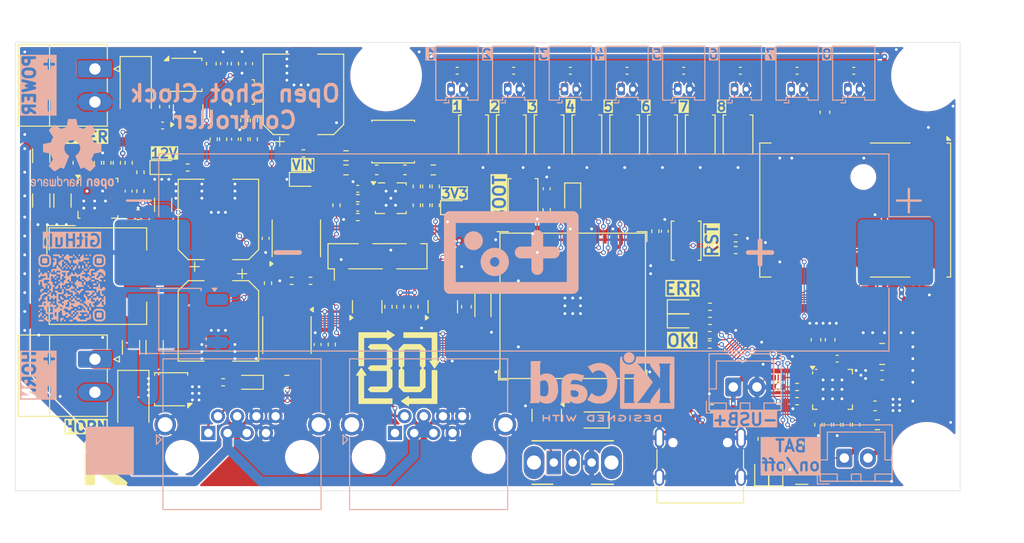
<source format=kicad_pcb>
(kicad_pcb (version 20240108) (generator "pcbnew") (generator_version "8.0")
  (title_block (title "Open Shot Clock Controller") (date "2025-04-11") (rev "01") (company "Ravenspark") (comment 1 "Prototype"))
  (layers (0 "F.Cu" signal) (31 "B.Cu" signal) (34 "B.Paste" user) (35 "F.Paste" user) (36 "B.SilkS" user "B.Silkscreen") (37 "F.SilkS" user "F.Silkscreen") (38 "B.Mask" user) (39 "F.Mask" user) (44 "Edge.Cuts" user))
  (net 0 "")
  (net 1 "GND")
  (net 2 "+12V")
  (net 3 "+3.3V")
  (net 4 "SW")
  (net 5 "/SPI.CLK")
  (net 6 "/SPI.MOSI")
  (net 7 "/SPI.MISO")
  (net 8 "/UART.TX")
  (net 9 "/I2C.SCL")
  (net 10 "/LORA.BUSY")
  (net 11 "/UART.RX")
  (net 12 "/I2C.SDA")
  (net 13 "/LORA.IRQ")
  (net 14 "/LORA.NSS")
  (net 15 "/LORA.RST")
  (net 16 "/LORA.DIO1")
  (net 17 "/BOOT")
  (net 18 "VBUS")
  (net 19 "/Communication/RS485.B")
  (net 20 "/Communication/RS485.A")
  (net 21 "/CHG_STAT")
  (net 22 "VIN")
  (net 23 "/UART.TXEN")
  (net 24 "/I_SENSE")
  (net 25 "/LED.OK")
  (net 26 "/LED.ERR")
  (net 27 "/USB.D-")
  (net 28 "/USB.D+")
  (net 29 "/HORN")
  (net 30 "Net-(BT401-+)")
  (net 31 "Net-(U101-EN)")
  (net 32 "VSYS")
  (net 33 "/BTN_1_WKUP")
  (net 34 "Net-(U401-BOOT)")
  (net 35 "/Power Supply/VUSB")
  (net 36 "Net-(C401-Pad2)")
  (net 37 "Net-(U403-VCAP)")
  (net 38 "Net-(U402-ITIMER)")
  (net 39 "Net-(U402-DVDT)")
  (net 40 "Net-(U401-VDD)")
  (net 41 "Net-(U401-VDRV)")
  (net 42 "Net-(U401-VOUT)")
  (net 43 "/PWR_SHDN")
  (net 44 "/BTN_1")
  (net 45 "/BTN_2")
  (net 46 "/BTN_6")
  (net 47 "/BTN_7")
  (net 48 "+BATT")
  (net 49 "/Power Supply/CHG_D-")
  (net 50 "/Power Supply/CHG_D+")
  (net 51 "/Power Supply/3V3_T")
  (net 52 "/BTN_3")
  (net 53 "/BTN_4")
  (net 54 "/BTN_5")
  (net 55 "/BTN_8")
  (net 56 "/OLED_EN")
  (net 57 "Net-(C416-Pad1)")
  (net 58 "Net-(U405-BTST)")
  (net 59 "Net-(U404-VIN)")
  (net 60 "/V_SENSE")
  (net 61 "Net-(U404-SS)")
  (net 62 "Net-(D404-A)")
  (net 63 "Net-(U405-REGN)")
  (net 64 "Net-(U405-PMID)")
  (net 65 "Net-(D101-A)")
  (net 66 "Net-(D102-A)")
  (net 67 "Net-(D202-A)")
  (net 68 "Net-(D402-A)")
  (net 69 "Net-(D403-A)")
  (net 70 "Net-(D406-A)")
  (net 71 "Net-(D407-A)")
  (net 72 "Net-(D408-A)")
  (net 73 "Net-(J201-Pin_2)")
  (net 74 "Net-(U404-SW)")
  (net 75 "Net-(Q202-G)")
  (net 76 "Net-(Q401-G)")
  (net 77 "Net-(Q402-D)")
  (net 78 "Net-(U201A--)")
  (net 79 "Net-(R204-Pad1)")
  (net 80 "/12V_PG")
  (net 81 "Net-(U401-EN)")
  (net 82 "Net-(U402-EN{slash}UVLO)")
  (net 83 "Net-(U401-PHASE)")
  (net 84 "Net-(U402-PGTH)")
  (net 85 "Net-(U402-OVLO)")
  (net 86 "Net-(U402-ILIM)")
  (net 87 "Net-(U401-FB)")
  (net 88 "Net-(U401-MODE2)")
  (net 89 "Net-(U401-MODE1)")
  (net 90 "Net-(U404-FB)")
  (net 91 "Net-(SW401-A)")
  (net 92 "Net-(U404-EN)")
  (net 93 "/Power Supply/~{BQ_PG}")
  (net 94 "Net-(U404-RT)")
  (net 95 "Net-(U404-ILIM)")
  (net 96 "Net-(U405-TS)")
  (net 97 "Net-(U405-OTG)")
  (net 98 "Net-(U405-~{CE})")
  (net 99 "Net-(U405-ILIM)")
  (net 100 "VEXT")
  (net 101 "Net-(U405-ICHG)")
  (net 102 "Net-(U405-VSET)")
  (net 103 "/VBAT_SENSE")
  (net 104 "Net-(Q404-D)")
  (net 109 "/VBAT_SENSE_EN")
  (net 110 "Net-(U201B-+)")
  (net 111 "Net-(U302-DIO2)")
  (net 122 "Net-(Q401-D)")
  (net 128 "Net-(Q404-G)")
  (net 129 "Net-(D203-A)")
  (footprint "LED_SMD:LED_0603_1608Metric" (layer "F.Cu") (at 129.25 123.25 90)
    (property "Reference" "D403" (hide yes))
    (property "Value" "LED")
  )
  (footprint "Diode_SMD:D_SOD-323" (layer "F.Cu") (at 111.5 117.75 180)
    (property "Reference" "D404" (hide yes))
    (property "Value" "1N5819WS")
  )
  (footprint "Capacitor_SMD:CP_Elec_8x10" (layer "F.Cu") (at 71.75 107.249999 -90)
    (property "Reference" "C415" (hide yes))
    (property "Value" "150u")
  )
  (footprint "Resistor_SMD:R_0402_1005Metric" (layer "F.Cu") (at 79.5 103)
    (property "Reference" "R205" (hide yes))
    (property "Value" "20k")
  )
  (footprint "Resistor_SMD:R_1206_3216Metric" (layer "F.Cu") (at 53 89.75 -90)
    (property "Reference" "R402" (hide yes))
    (property "Value" "0R")
  )
  (footprint "Inductor_SMD:L_1008_2520Metric" (layer "F.Cu") (at 142 110.75)
    (property "Reference" "L403" (hide yes))
    (property "Value" "2.2uH")
  )
  (footprint "Resistor_SMD:R_0402_1005Metric" (layer "F.Cu") (at 80.75 89.5)
    (property "Reference" "R444" (hide yes))
    (property "Value" "20k")
  )
  (footprint "RVNSPRK_Switch:SW_Push_4x3mm" (layer "F.Cu") (at 114.75 87.5 -90)
    (property "Reference" "SW207" (hide yes))
    (property "Value" "SW_4x3mm" (hide yes))
  )
  (footprint "Capacitor_SMD:C_0603_1608Metric" (layer "F.Cu") (at 135 109.25 90)
    (property "Reference" "C425" (hide yes))
    (property "Value" "10u")
  )
  (footprint "Capacitor_SMD:C_0603_1608Metric" (layer "F.Cu") (at 135.95 85.15 90)
    (property "Reference" "C302" (hide yes))
    (property "Value" "10u")
  )
  (footprint "Resistor_SMD:R_0402_1005Metric" (layer "F.Cu") (at 133.25 120.25 -90)
    (property "Reference" "R447" (hide yes))
    (property "Value" "10k")
  )
  (footprint "Resistor_SMD:R_0402_1005Metric" (layer "F.Cu") (at 118 97.75 -90)
    (property "Reference" "R104" (hide yes))
    (property "Value" "1k")
  )
  (footprint "Resistor_SMD:R_0402_1005Metric" (layer "F.Cu") (at 81.5 103)
    (property "Reference" "R203" (hide yes))
    (property "Value" "20k")
  )
  (footprint "Resistor_SMD:R_0402_1005Metric" (layer "F.Cu") (at 61 90.499999 90)
    (property "Reference" "R403" (hide yes))
    (property "Value" "20k")
  )
  (footprint "Capacitor_SMD:C_0402_1005Metric" (layer "F.Cu") (at 65.85 86.55)
    (property "Reference" "C402" (hide yes))
    (property "Value" "100n")
  )
  (footprint "Capacitor_SMD:C_0402_1005Metric" (layer "F.Cu") (at 62.25 93.5 90)
    (property "Reference" "C411" (hide yes))
    (property "Value" "1u")
  )
  (footprint "Connector_USB:USB_C_Receptacle_G-Switch_GT-USB-7010ASV" (layer "F.Cu") (at 122.75 122.75)
    (property "Reference" "P101" (hide yes))
    (property "Value" "USB_C_Plug_USB2.0")
  )
  (footprint "Capacitor_SMD:C_0402_1005Metric" (layer "F.Cu") (at 139 80.75)
    (property "Reference" "C203" (hide yes))
    (property "Value" "100n")
  )
  (footprint "RVNSPRK_Switch:SW_Push_4x3mm" (layer "F.Cu") (at 98.75 87.5 -90)
    (property "Reference" "SW201" (hide yes))
    (property "Value" "SW_4x3mm" (hide yes))
  )
  (footprint "Resistor_SMD:R_0402_1005Metric" (layer "F.Cu") (at 89.75 105.75 -90)
    (property "Reference" "R201" (hide yes))
    (property "Value" "20k")
  )
  (footprint "Capacitor_SMD:C_0402_1005Metric" (layer "F.Cu") (at 106.5 93.25 90)
    (property "Reference" "C102" (hide yes))
    (property "Value" "100n")
  )
  (footprint "Resistor_SMD:R_0402_1005Metric" (layer "F.Cu") (at 92.5 105.75 -90)
    (property "Reference" "R105" (hide yes))
    (property "Value" "4k3")
  )
  (footprint "RVNSPRK_Switch:SW_Push_4x3mm" (layer "F.Cu") (at 104 94.25 90)
    (property "Reference" "SW102" (hide yes))
    (property "Value" "SW_4x3mm" (hide yes))
  )
  (footprint "Resistor_SMD:R_0402_1005Metric" (layer "F.Cu") (at 106.5 95.5 90)
    (property "Reference" "R107" (hide yes))
    (property "Value" "1k")
  )
  (footprint "Resistor_SMD:R_0402_1005Metric" (layer "F.Cu") (at 77 103.25 -90)
    (property "Reference" "R204" (hide yes))
    (property "Value" "560R")
  )
  (footprint "Resistor_SMD:R_0402_1005Metric" (layer "F.Cu") (at 63.5 93.5 90)
    (property "Reference" "R419" (hide yes))
    (property "Value" "4k3")
  )
  (footprint "RVNSPRK_Switch:SW_Push_4x3mm" (layer "F.Cu") (at 106.75 87.5 -90)
    (property "Reference" "SW205" (hide yes))
    (property "Value" "SW_4x3mm" (hide yes))
  )
  (footprint "Package_TO_SOT_SMD:SOT-23" (layer "F.Cu") (at 133.5 123)
    (property "Reference" "Q404" (hide yes))
    (property "Value" "2N7002")
  )
  (footprint "Package_TO_SOT_SMD:SOT-23" (layer "F.Cu") (at 106.5 117.25 -90)
    (property "Reference" "Q403" (hide yes))
    (property "Value" "2N7002")
  )
  (footprint "Capacitor_SMD:C_0603_1608Metric" (layer "F.Cu") (at 141.25 116.25)
    (property "Reference" "C424" (hide yes))
    (property "Value" "10u")
  )
  (footprint "RVNSPRK_Switch:SW_Push_4x3mm" (layer "F.Cu") (at 126.75 87.5 -90)
    (property "Reference" "SW203" (hide yes))
    (property "Value" "SW_4x3mm" (hide yes))
  )
  (footprint "Resistor_SMD:R_0402_1005Metric" (layer "F.Cu") (at 94.75 93 -90)
    (property "Reference" "R446" (hide yes))
    (property "Value" "1k")
  )
  (footprint "Resistor_SMD:R_0402_1005Metric" (layer "F.Cu") (at 60 90.499998 -90)
    (property "Reference" "R417" (hide yes))
    (property "Value" "200k")
  )
  (footprint "Resistor_SMD:R_0402_1005Metric" (layer "F.Cu") (at 75.500001 85.999999 -90)
    (property "Reference" "R406" (hide yes))
    (property "Value" "20k")
  )
  (footprint "Resistor_SMD:R_0402_1005Metric" (layer "F.Cu") (at 131 114.25)
    (property "Reference" "R426" (hide yes))
    (property "Value" "1k")
  )
  (footprint "RVNSPRK_Packages:RPW0010A_VQFN-HR-10" (layer "F.Cu") (at 74.25 83 90)
    (property "Reference" "U402" (hide yes))
    (property "Value" "TPS259474ARPW")
  )
  (footprint "Resistor_SMD:R_0402_1005Metric" (layer "F.Cu") (at 134.25 120.25 -90)
    (property "Reference" "R448" (hide yes))
    (property "Value" "4k3")
  )
  (footprint "Diode_SMD:D_SOD-323" (layer "F.Cu") (at 109.25 94.25 -90)
    (property "Reference" "D201" (hide yes))
    (property "Value" "1N5819WS")
  )
  (footprint "Diode_SMD:D_SOD-323" (layer "F.Cu") (at 99.75 105.75 -90)
    (property "Reference" "D405" (hide yes))
    (property "Value" "1N5819WS")
  )
  (footprint "Package_TO_SOT_SMD:SOT-23" (layer "F.Cu") (at 95.5 105.75 90)
    (property "Reference" "Q402" (hide yes))
    (property "Value" "2N7002")
  )
  (footprint "Capacitor_SMD:CP_Elec_8x10" (layer "F.Cu") (at 71.75 96.5 90)
    (property "Reference" "C414" (hide yes))
    (property "Value" "150u")
  )
  (footprint "Capacitor_SMD:C_1206_3216Metric" (layer "F.Cu") (at 55.250001 94.5 -90)
    (property "Reference" "C410" (hide yes))
    (property "Value" "10u")
  )
  (footprint "Capacitor_SMD:C_0603_1608Metric" (layer "F.Cu") (at 91.5 91.25 180)
    (property "Reference" "C421" (hide yes))
    (property "Value" "10u")
  )
  (footprint "Capacitor_SMD:C_0402_1005Metric" (layer "F.Cu") (at 127 80.75)
    (property "Reference" "C208" (hide yes))
    (property "Value" "100n")
  )
  (footprint "Capacitor_SMD:C_0402_1005Metric" (layer "F.Cu") (at 132.25 120.25 90)
    (property "Reference" "C426" (hide yes))
    (property "Value" "100n")
  )
  (footprint "RVNSPRK_Switch:SW_Push_4x3mm" (layer "F.Cu") (at 118.75 87.5 -90)
    (property "Reference" "SW208" (hide yes))
    (property "Value" "SW_4x3mm" (hide yes))
  )
  (footprint "Package_TO_SOT_SMD:SOT-23-6" (layer "F.Cu") (at 68.55 85.15 90)
    (property "Reference" "U403" (hide yes))
    (property "Value" "LM74700")
  )
  (footprint "Capacitor_SMD:C_0402_1005Metric" (layer "F.Cu") (at 121 80.75)
    (property "Reference" "C207" (hide yes))
    (property "Value" "100n")
  )
  (footprint "Resistor_SMD:R_0402_1005Metric" (layer "F.Cu") (at 71.250001 87.999999 -90)
    (property "Reference" "R410" (hide yes))
    (property "Value" "1k")
  )
  (footprint "MountingHole:MountingHole_3.2mm_M3" (layer "F.Cu") (at 53.75 121.75 90)
    (property "Reference" "H104" (hide yes))
    (property "Value" "M3")
  )
  (footprint "Resistor_SMD:R_0402_1005Metric" (layer "F.Cu") (at 72.250001 87.999999 -90)
    (property "Reference" "R412" (hide yes))
    (property "Value" "0R")
  )
  (footprint "LED_SMD:LED_0603_1608Metric" (layer "F.Cu") (at 75 113.75 180)
    (property "Reference" "D202" (hide yes))
    (property "Value" "LED")
  )
  (footprint "Resistor_SMD:R_0402_1005Metric" (layer "F.Cu") (at 62.25 90.499999 -90)
    (property "Reference" "R416" (hide yes))
    (property "Value" "4k3")
  )
  (footprint "Capacitor_SMD:C_0402_1005Metric" (layer "F.Cu") (at 82.25 109.75 90)
    (property "Reference" "C301" (hide yes))
    (property "Value" "100n")
  )
  (footprint "Package_SO:SOIC-8_3.9x4.9mm_P1.27mm" (layer "F.Cu") (at 79 108.75 -90)
    (property "Reference" "U301" (hide yes))
    (property "Value" "SP3485EN-L/TR")
  )
  (footprint "Capacitor_SMD:C_0603_1608Metric" (layer "F.Cu") (at 98 105.75 90)
    (property "Reference" "C422" (hide yes))
    (property "Value" "10u")
  )
  (footprint "LED_SMD:LED_0603_1608Metric" (layer "F.Cu") (at 120.75 105.75)
    (property "Reference" "D102" (hide yes))
    (property "Value" "LED")
  )
  (footprint "Espressif:ESP32-S3-MINI-1U" (layer "F.Cu") (at 109.25 105.65)
    (property "Reference" "U101" (hide yes))
    (property "Value" "ESP32-S3-MINI-1")
  )
  (footprint "Resistor_SMD:R_0402_1005Metric" (layer "F.Cu") (at 135.25 118.25 -90)
    (property "Reference" "R441" (hide yes))
    (property "Value" "560R")
  )
  (footprint "Resistor_SMD:R_1206_3216Metric" (layer "F.Cu") (at 62.5 110.05 90)
    (property "Reference" "R401" (hide yes))
    (property "Value" "0R")
  )
  (footprint "Capacitor_SMD:C_0603_1608Metric" (layer "F.Cu") (at 71 80 -90)
    (property "Reference" "C404" (hide yes))
    (property "Value" "1u")
  )
  (footprint "RVNSPRK_Logo:OpenShotClock" (layer "F.Cu") (at 90.5 112.25)
    (property "Reference" "REF**" (hide yes))
    (property "Value" "OpenShotClock")
  )
  (footprint "Package_SON:VSON-8_3.3x3.3mm_P0.65mm_NexFET" (layer "F.Cu") (at 66.75 114.5 180)
    (property "Reference" "Q202" (hide yes))
    (property "Value" "DOZ35N06")
  )
  (footprint "Capacitor_SMD:C_1206_3216Metric" (layer "F.Cu") (at 65.9 94.95 90)
    (property "Reference" "C413" (hide yes))
    (property "Value" "10u")
  )
  (footprint "Resistor_SMD:R_0402_1005Metric" (layer "F.Cu") (at 72.25 113.75)
    (property "Reference" "R202" (hide yes))
    (property "Value" "1k")
  )
  (footprint "Resistor_SMD:R_0402_1005Metric" (layer "F.Cu") (at 72.250001 85.999999 -90)
    (property "Reference" "R409" (hide yes))
    (property "Value" "2k")
  )
  (footprint "Capacitor_SMD:C_0402_1005Metric" (layer "F.Cu") (at 109 80.75)
    (property "Reference" "C205" (hide yes))
    (property "Value" "100n")
  )
  (footprint "Inductor_SMD:L_Bourns_SRP1050WA" (layer "F.Cu") (at 59 102.499999)
    (property "Reference" "L401" (hide yes))
    (property "Value" "6.8uH")
  )
  (footprint "Resistor_SMD:R_0402_1005Metric" (layer "F.Cu") (at 59 90.5 -90)
    (property "Reference" "R418" (hide yes))
    (property "Value" "200k")
  )
  (footprint "Capacitor_SMD:C_1206_3216Metric" (layer "F.Cu") (at 53 94.499999 -90)
    (property "Reference" "C409" (hide yes))
    (property "Value" "10u")
  )
  (footprint "Resistor_SMD:R_0402_1005Metric" (layer "F.Cu") (at 124 116.5 180)
    (property "Reference" "R101" (hide yes))
    (property "Value" "1k")
  )
  (footprint "Resistor_SMD:R_0402_1005Metric" (layer "F.Cu") (at 84.25 95 90)
    (property "Reference" "R427" (hide yes))
    (property "Value" "130k")
  )
  (footprint "RVNSPRK_Modules:E220-400M22S" (layer "F.Cu") (at 139.25 95.5 -90)
    (property "Reference" "U302" (hide yes))
    (property "Value" "E220-400M22S")
  )
  (footprint "Resistor_SMD:R_0402_1005Metric" (layer "F.Cu") (at 123.75 109.75)
    (property "Reference" "R450" (hide yes))
    (property "Value" "0R")
  )
  (footprint "Resistor_SMD:R_0402_1005Metric" (layer "F.Cu") (at 136.25 118.250002 -90)
    (property "Reference" "R440" (hide yes))
    (property "Value" "1k")
  )
  (footprint "Resistor_SMD:R_0603_1608Metric" (layer "F.Cu") (at 141.5 118.25 180)
    (property "Reference" "R435" (hide yes))
    (property "Value" "0R")
  )
  (footprint "RVNSPRK_Switch:SW_Push_4x3mm" (layer "F.Cu") (at 121.25 98.75 90)
    (property "Reference" "SW101" (hide yes))
    (property "Value" "SW_4x3mm" (hide yes))
  )
  (footprint "Resistor_SMD:R_0402_1005Metric" (layer "F.Cu") (at 133 114.25)
    (property "Reference" "R429" (hide yes))
    (property "Value" "1k")
  )
  (footprint "Capacitor_SMD:C_0402_1005Metric" (layer "F.Cu") (at 133 80.75)
    (property "Reference" "C204" (hide yes))
    (property "Value" "100n")
  )
  (footprint "Capacitor_SMD:C_0603_1608Metric" (layer "F.Cu") (at 88.5 91.25)
    (property "Reference" "C418" (hide yes))
    (property "Value" "1u")
  )
  (footprint "Resistor_SMD:R_0402_1005Metric" (layer "F.Cu") (at 139.25 118.25 -90)
    (property "Reference" "R443" (hide yes))
    (property "Value" "10k")
  )
  (footprint "Resistor_SMD:R_0402_1005Metric" (layer "F.Cu") (at 68.5 91 180)
    (property "Reference" "R445" (hide yes))
    (property "Value" "10k")
  )
  (footprint "Capacitor_SMD:C_0402_1005Metric" (layer "F.Cu") (at 119 97.75 90)
    (property "Reference" "C101" (hide yes))
    (property "Value" "100n")
  )
  (footprint "Package_SO:SOIC-8_3.9x4.9mm_P1.27mm" (layer "F.Cu") (at 80 98.5 90)
    (property "Reference" "U201" (hide yes))
    (property "Value" "LM358")
  )
  (footprint "Resistor_SMD:R_0402_1005Metric" (layer "F.Cu") (at 71.250001 85.999999 -90)
    (property "Reference" "R404" (hide yes))
    (property "Value" "20k")
  )
  (footprint "Resistor_SMD:R_0402_1005Metric" (layer "F.Cu") (at 126.5 99.75 180)
    (property "Reference" "R436" (hide yes))
    (property "Value" "10k")
  )
  (footprint "Resistor_SMD:R_0402_1005Metric" (layer "F.Cu") (at 83.75 109.75 90)
    (property "Reference" "R108" (hide yes))
    (property "Value" "10k")
  )
  (footprint "Connector_PinSocket_2.54mm:PinSocket_1x04_P2.54mm_Vertical_SMD_Pin1Left" (layer "F.Cu") (at 88.59 100.4 90)
    (property "Reference" "J201" (hide yes))
    (property "Value" "OLED 0.96\" (I2C)")
  )
  (footprint "Resistor_SMD:R_0402_1005Metric" (layer "F.Cu") (at 123.785 107.25 180)
    (property "Reference" "R102" (hide yes))
    (property "Value" "1k")
  )
  (footprint "Capacitor_SMD:C_0603_1608Metric" (layer "F.Cu") (at 136.5 109.25 90)
    (property "Reference" "C423" (hide yes))
    (property "Value" "10u")
  )
  (footprint "Resistor_SMD:R_0402_1005Metric" (layer "F.Cu") (at 94.75 95 -90)
    (property "Reference" "R430" (hide yes))
    (property "Value" "200k")
  )
  (footprint "Resistor_SMD:R_0402_1005Metric" (layer "F.Cu") (at 93.75 93 -90)
    (property "Reference" "R425" (hide yes))
    (property "Value" "20k")
  )
  (footprint "Resistor_SMD:R_0402_1005Metric" (layer "F.Cu") (at 126.5 98.5)
    (property "Reference" "TH401" (hide yes))
    (property "Value" "NTC")
  )
  (footprint "Resistor_SMD:R_0402_1005Metric" (layer "F.Cu") (at 86.5 94.25 180)
    (property "Reference" "R433" (hide yes))
    (property "Value" "51k")
  )
  (footprint "LED_SMD:LED_0603_1608Metric" (layer "F.Cu") (at 130.75 123.25 90)
    (property "Reference" "D402" (hide yes))
    (property "Value" "LED")
  )
  (footprint "RVNSPRK_Switch:SW_Push_4x3mm" (layer "F.Cu") (at 110.75 87.5 -90)
    (property "Reference" "SW206" (hide yes))
    (property "Value" "SW_4x3mm" (hide yes))
  )
  (footprint "Capacitor_SMD:C_0603_1608Metric" (layer "F.Cu") (at 142 113 180)
    (property "Reference" "C419" (hide yes))
    (property "Value" "10u")
  )
  (footprint "Button_Switch_THT:SW_CuK_OS102011MA1QN1_SPDT_Angled" (layer "F.Cu") (at 107.25 122.25)
    (property "Reference" "SW401" (hide yes))
    (property "Value" "SW_SPDT_312")
  )
  (footprint "Connector_Phoenix_MC:PhoenixContact_MC_1,5_2-G-3.5_1x02_P3.50mm_Horizontal" (layer "F.Cu") (at 58.6825 80.555 -90)
    (property "Reference" "J102" (hide yes))
    (property "Value" "Term 3.5mm")
  )
  (footprint "Resistor_SMD:R_1206_3216Metric" (layer "F.Cu") (at 65 110.05 -90)
    (property "Reference" "R408" (hide yes))
    (property "Value" "0R")
  )
  (footprint "Capacitor_SMD:C_0402_1005Metric" (layer "F.Cu") (at 76.75 98.5 -90)
    (property "Reference" "C209" (hide yes))
    (property "Value" "100n")
  )
  (footprint "Capacitor_SMD:C_0402_1005Metric" (layer "F.Cu") (at 86.5 93.25)
    (property "Reference" "C417" (hide yes))
    (property "Value" "100n")
  )
  (footprint "RVNSPRK_Logo:Ravnsprk_Logo_5mm" (layer "F.Cu") (at 60 122.25)
    (property "Reference" "G***" (hide yes))
    (property "Value" "LOGO" (hide yes))
  )
  (footprint "MountingHole:MountingHole_3.2mm_M3" (layer "F.Cu") (at 146.75 121.75 90)
    (property "Reference" "H103" (hide yes))
    (property "Value" "M3")
  )
  (footprint "Resistor_SMD:R_0603_1608Metric" (layer "F.Cu") (at 85.25 89.75 180)
    (property "Reference" "R423" (hide yes))
    (property "Value" "0R")
  )
  (footprint "Diode_SMD:D_SMA" (layer "F.Cu") (at 62.75 116 -90)
    (property "Reference" "D203" (hide yes))
    (property "Value" "SS54")
  )
  (footprint "Resistor_SMD:R_0402_1005Metric" (layer "F.Cu") (at 131 113.25 180)
    (property "Reference" "R438" (hide yes))
    (property "Value" "1k")
  )
  (footprint "Resistor_SMD:R_0402_1005Metric" (layer "F.Cu") (at 130.25 119.75 -90)
    (property "Reference" "R420" (hide yes))
    (property "Value" "1k")
  )
  (footprint "RVNSPRK_Switch:SW_Push_4x3mm" (layer "F.Cu") (at 122.75 87.5 -90)
    (property "Reference" "SW204" (hide yes))
    (property "Value" "SW_4x3mm" (hide yes))
  )
  (footprint "Capacitor_SMD:C_0603_1608Metric" (layer "F.Cu") (at 66.05 84.55 -90)
    (property "Reference" "C403" (hide yes))
    (property "Value" "1u")
  )
  (footprint "Package_SON:VSON-8_3.3x3.3mm_P0.65mm_NexFET" (layer "F.Cu") (at 68.25 81.17)
    (property "Reference" "Q401" (hide yes))
    (property "Value" "DOZ35N06")
  )
  (footprint "Resistor_SMD:R_0402_1005Metric" (layer "F.Cu") (at 75.500001 87.999999 -90)
    (property "Reference" "R407" (hide yes))
    (property "Value" "20k")
  )
  (footprint "Resistor_SMD:R_0603_1608Metric" (layer "F.Cu") (at 85.25 91.25 180)
    (property "Reference" "R422" (hide yes))
    (property "Value" "0R")
  )
  (footprint "Capacitor_SMD:C_0402_1005Metric" (layer "F.Cu") (at 103 80.75)
    (property "Reference" "C202" (hide yes))
    (property "Value" "100n")
  )
  (footprint "Inductor_SMD:L_Changjiang_FNR4030S" (layer "F.Cu") (at 90.25 88.25)
    (property "Reference" "L402" (hide yes))
    (property "Value" "100uH")
  )
  (footprint "Capacitor_SMD:C_0402_1005Metric" (layer "F.Cu") (at 57.75 90.499999 90)
    (property "Reference" "C401" (hide yes))
    (property "Value" "100n")
  )
  (footprint "Capacitor_SMD:C_0402_1005Metric" (layer "F.Cu") (at 115 80.75)
    (property "Reference" "C206" (hide yes))
    (property "Value" "100n")
  )
  (footprint "Resistor_SMD:R_0402_1005Metric" (layer "F.Cu") (at 138.25 118.250001 -90)
    (property "Reference" "R437" (hide yes))
    (property "Value" "10k")
  )
  (footprint "Resistor_SMD:R_0402_1005Metric" (layer "F.Cu") (at 123.75 108.75 180)
    (property "Reference" "R449" (hide yes))
    (property "Value" "0R")
  )
  (footprint "Resistor_SMD:R_0402_1005Metric" (layer "F.Cu") (at 74.500001 87.999999 90)
    (property "Reference" "R415" (hide yes))
    (property "Value" "2k")
  )
  (footprint "Capacitor_SMD:C_0402_1005Metric" (layer "F.Cu") (at 86.5 95.25)
    (property "Reference" "C420" (hide yes))
    (property "Value" "100n")
  )
  (footprint "LED_SMD:LED_0603_1608Metric" (layer "F.Cu") (at 96.75 95.25)
    (property "Reference" "D408" (hide yes))
    (property "Value" "LED")
  )
  (footprint "Resistor_SMD:R_0402_1005Metric" (layer "F.Cu") (at 137.25 118.250003 -90)
    (property "Reference" "R442" (hide yes))
    (property "Value" "560R")
  )
  (footprint "MountingHole:MountingHole_3.2mm_M3" (layer "F.Cu") (at 146.75 81.25 90)
    (property "Reference" "H102" (hide yes))
    (property "Value" "M3")
  )
  (footprint "LED_SMD:LED_0603_1608Metric" (layer "F.Cu") (at 66 91)
    (property "Reference" "D407" (hide yes))
    (property "Value" "LED")
  )
  (footprint "Resistor_SMD:R_0402_1005Metric" (layer "F.Cu") (at 63.5 91.5 90)
    (property "Reference" "R411" (hide yes))
    (property "Value" "82k")
  )
  (footprint "Resistor_SMD:R_0402_1005Metric" (layer "F.Cu") (at 129.25 119.75 -90)
    (property "Reference" "R421" (hide yes))
    (property "Value" "1k")
  )
  (footprint "LED_SMD:LED_0603_1608Metric" (layer "F.Cu") (at 80.75 92.25)
    (property "Reference" "D406" (hide yes))
    (property "Value" "LED")
  )
  (footprint "Resistor_SMD:R_0402_1005Metric" (layer "F.Cu") (at 133 115.75 180)
    (property "Reference" "R439" (hide yes))
    (property "Value" "1k")
  )
  (footprint "Resistor_SMD:R_0603_1608Metric" (layer "F.Cu") (at 94.5 91.25)
    (property "Reference" "R424" (hide yes))
    (property "Value" "0R")
  )
  (footprint "Capacitor_SMD:C_0402_1005Metric" (layer "F.Cu") (at 137.25 111.25 180)
    (property "Reference" "C416" (hide yes))
    (property "Value" "100n")
  )
  (footprint "Capacitor_SMD:C_0402_1005Metric" (layer "F.Cu") (at 72.35 80 -90)
    (property "Reference" "C405" (hide yes))
    (property "Value" "10n")
  )
  (footprint "Capacitor_SMD:C_0402_1005Metric" (layer "F.Cu") (at 73.500001 87.999999 -90)
    (property "Reference" "C408" (hide yes))
    (property "Value" "100n")
  )
  (footprint "Resistor_SMD:R_0402_1005Metric" (layer "F.Cu") (at 74.500001 85.999999 -90)
    (property "Reference" "R414" (hide yes))
    (property "Value" "2k")
  )
  (footprint "MountingHole:MountingHole_3.2mm_M3" (layer "F.Cu") (at 89.5 81.25 90)
    (property "Reference" "H101" (hide yes))
    (property "Value" "M3")
  )
  (footprint "Package_TO_SOT_SMD:SOT-23" (layer "F.Cu") (at 87.5 105.75 90)
    (property "Reference" "Q201" (hide yes))
    (property "Value" "SI2301")
  )
  (footprint "Package_DFN_QFN:Vishay_PowerPAK_MLP44-24L_ThermalVias" (layer "F.Cu") (at 59 94.249999)
    (property "Reference" "U401" (hide yes))
    (property "Value" "SIC438BED-T1-GE3")
  )
  (footprint "Resistor_SMD:R_0402_1005Metric" (layer "F.Cu") (at 93.75 95 90)
    (property "Reference" "R428" (hide yes))
    (property "Value" "200k")
  )
  (footprint "RVNSPRK_Switch:SW_Push_4x3mm" (layer "F.Cu") (at 102.75 87.5 -90)
    (property "Reference" "SW202" (hide yes))
    (property "Value" "SW_4x3mm" (hide yes))
  )
  (footprint "Diode_SMD:D_SMA" (layer "F.Cu") (at 63 82.75 -90)
    (property "Reference" "D401" (hide yes))
    (property "Value" "SMAJ24CA")
  )
  (footprint "Resistor_SMD:R_0805_2012Metric" (layer "F.Cu") (at 79 113.75 180)
    (property "Reference" "R301" (hide yes))
    (property "Value" "120R")
  )
  (footprint "LED_SMD:LED_0603_1608Metric" (layer "F.Cu") (at 120.75 107.25)
    (property "Reference" "D101" (hide yes))
    (property "Value" "LED")
  )
  (footprint "Connector_Phoenix_MC:PhoenixContact_MC_1,5_2-G-3.5_1x02_P3.50mm_Horizontal" (layer "F.Cu") (at 58.6825 111.305 -90)
    (property "Reference" "J210" (hide yes))
    (property "Value" "Term 3.5mm")
  )
  (footprint "Resistor_SMD:R_0402_1005Metric" (layer "F.Cu") (at 73.500001 79.999999 90)
    (property "Reference" "R413" (hide yes))
    (property "Value" "560R")
  )
  (footprint "Capacitor_SMD:CP_Elec_8x10" (layer "F.Cu") (at 80.75 83.25 90)
    (property "Reference" "C407" (hide yes))
    (property "Value" "150u")
  )
  (footprint "Capacitor_SMD:C_0603_1608Metric" (layer "F.Cu") (at 63.25 95.999998)
    (property "Reference" "C412" (hide yes))
    (property "Value" "2u2")
  )
  (footprint "Capacitor_SMD:C_0402_1005Metric" (layer "F.Cu") (at 97.02 80.75)
    (property "Reference" "C201" (hide yes))
    (property "Value" "100n")
  )
  (footprint "Capacitor_SMD:C_0402_1005Metric" (layer "F.Cu") (at 75.000002 79.999999 -90)
    (property "Reference" "C406" (hide yes))
    (property "Value" "1n")
  )
  (footprint "Package_DFN_QFN:VQFN-24-1EP_4x4mm_P0.5mm_EP2.5x2.5mm_ThermalVias" (layer "F.Cu") (at 136.75 114.5)
    (property "Reference" "U405" (hide yes))
    (property "Value" "BQ25616")
  )
  (footprint "Resistor_SMD:R_0402_1005Metric" (layer "F.Cu") (at 86.5 96.25 180)
    (property "Reference" "R432" (hide yes))
    (property "Value" "0R")
  )
  (footprint "Resistor_SMD:R_0402_1005Metric" (layer "F.Cu") (at 91 105.75 -90)
    (property "Reference" "R106" (hide yes))
    (property "Value" "4k3")
  )
  (footprint "Resistor_SMD:R_0402_1005Metric" (layer "F.Cu") (at 123.785 105.75 180)
    (property "Reference" "R103" (hide yes))
    (property "Value" "1k")
  )
  (footprint "Resistor_SMD:R_0402_1005Metric" (layer "F.Cu") (at 92.75 95 -90)
    (property "Reference" "R431" (hide yes))
    (property "Value" "130k")
  )
  (footprint "Resistor_SMD:R_0402_1005Metric" (layer "F.Cu") (at 56.75 90.499998 -90)
    (property "Reference" "R405" (hide yes))
    (property "Value" "2R2")
  )
  (footprint "Resistor_SMD:R_0402_1005Metric" (layer "F.Cu") (at 92.75 93 90)
    (property "Reference" "R434" (hide yes))
    (property "Value" "13k")
  )
  (footprint "Package_SON:Texas_S-PVSON-N10_ThermalVias" (layer "F.Cu") (at 90 94.25)
    (property "Reference" "U404" (hide yes))
    (property "Value" "LM5166DRCR")
  )
  (footprint "Connector_Molex:Molex_PicoBlade_53048-0210_1x02_P1.25mm_Horizontal" (layer "B.Cu") (at 132.375 82.7)
    (property "Reference" "J205" (hide yes))
    (property "Value" "Picoblade")
  )
  (footprint "RVNSPRK_Markings:JLC-UL_1-2Layer_10mm" (layer "B.Cu") (at 89 100 180)
    (property "Reference" "G***" (hide yes))
    (property "Value" "LOGO" (hide yes))
  )
  (footprint "Symbol:OSHW-Logo2_9.8x8mm_SilkScreen" (layer "B.Cu") (at 56.28 89.569998 180)
    (property "Reference" "REF**" (hide yes))
    (property "Value" "OSHW-Logo2_9.8x8mm_SilkScreen" (hide yes))
  )
  (footprint "Package_TO_SOT_SMD:TO-252-2" (layer "B.Cu") (at 66.61 107.2525 180)
    (property "Reference" "Q203" (hide yes))
    (property "Value" "Q_NMOS_GDS")
  )
  (footprint "Connector_Molex:Molex_PicoBlade_53048-0210_1x02_P1.25mm_Horizontal" (layer "B.Cu") (at 102.375 82.7)
    (property "Reference" "J203" (hide yes))
    (property "Value" "Picoblade")
  )
  (footprint "Open-Shot-Clock:Open-Shot-Clock_QR_8mm" (layer "B.Cu") (at 56.25 103.75 180)
    (property "Reference" "G***" (hide yes))
    (property "Value" "LOGO" (hide yes))
  )
  (footprint "Connector_RJ:RJ45_Amphenol_RJHSE5380" (layer "B.Cu") (at 90.44 119.125)
    (property "Reference" "J103" (hide yes))
    (property "Value" "RJ45")
  )
  (footprint "Connector_JST:JST_XH_B2B-XH-A_1x02_P2.50mm_Vertical" (layer "B.Cu") (at 126.25 114.25)
    (property "Reference" "J101" (hide yes))
    (property "Value" "JST XH")
  )
  (footprint "Connector_Molex:Molex_PicoBlade_53048-0210_1x02_P1.25mm_Horizontal" (layer "B.Cu") (at 108.375 82.7)
    (property "Reference" "J206" (hide yes))
    (property "Value" "Picoblade")
  )
  (footprint "Connector_Molex:Molex_PicoBlade_53048-0210_1x02_P1.25mm_Horizontal" (layer "B.Cu") (at 96.375 82.7)
    (property "Reference" "J202" (hide yes))
    (property "Value" "Picoblade")
  )
  (footprint "Connector_RJ:RJ45_Amphenol_RJHSE5380" (layer "B.Cu") (at 70.69 119.125)
    (property "Reference" "J104" (hide yes))
    (property "Value" "RJ45")
  )
  (footprint "Connector_Molex:Molex_PicoBlade_53048-0210_1x02_P1.25mm_Horizontal" (layer "B.Cu") (at 120.375 82.700001)
    (property "Reference" "J208" (hide yes))
    (property "Value" "Picoblade")
  )
  (footprint "Connector_Molex:Molex_PicoBlade_53048-0210_1x02_P1.25mm_Horizontal" (layer "B.Cu") (at 114.375 82.7)
    (property "Reference" "J207" (hide yes))
    (property "Value" "Picoblade")
  )
  (footprint "Connector_JST:JST_XH_B2B-XH-A_1x02_P2.50mm_Vertical" (layer "B.Cu") (at 138 121.775001)
    (property "Reference" "J401" (hide yes))
    (property "Value" "JST XH")
  )
  (footprint "RVNSPRK_Electromechanical:BatteryHolder_SMD_1x18650" (layer "B.Cu") (at 104.08 100 180)
    (property "Reference" "BT401" (hide yes))
    (property "Value" "18650")
  )
  (footprint "Symbol:KiCad-Logo2_6mm_SilkScreen" (layer "B.Cu") (at 112.357487 113.554848 180)
    (property "Reference" "REF**" (hide yes))
    (property "Value" "KiCad-Logo2_6mm_SilkScreen" (hide yes))
  )
  (footprint "Connector_Molex:Molex_PicoBlade_53048-0210_1x02_P1.25mm_Horizontal" (layer "B.Cu") (at 126.375 82.7)
    (property "Reference" "J209" (hide yes))
    (property "Value" "Picoblade")
  )
  (footprint "RVNSPRK_Logo:Ravnsprk_Logo_Mask_5mm" (layer "B.Cu") (at 146.75 113.75 180)
    (property "Reference" "G***" (hide yes))
    (property "Value" "LOGO" (hide yes))
  )
  (footprint "Connector_Molex:Molex_PicoBlade_53048-0210_1x02_P1.25mm_Horizontal" (layer "B.Cu") (at 138.375 82.7)
    (property "Reference" "J204" (hide yes))
    (property "Value" "Picoblade")
  )
  (gr_rect (start 107.5 103.9) (end 111 107.4) (stroke (width 0.2)) (fill solid) (layer "F.Cu") (net 1))
  (gr_poly (pts (xy 69.200001 114.02) (xy 69.2 115.87) (xy 68.1 115.87) (xy 68.1 114.02)) (stroke (width 0.2)) (fill solid) (layer "F.Cu") (net 1))
  (gr_poly (pts (xy 51.5 105.25) (xy 52.5 106.25) (xy 52.5 107.25) (xy 51.5 108.25)) (stroke (width 0.2)) (fill solid) (layer "F.Cu") (net 18))
  (gr_line (start 109.249998 96.25) (end 96.25 96.25) (stroke (width 1.25)) (layer "B.SilkS"))
  (gr_line (start 105.5 98.250001) (end 105.5 101.750001) (stroke (width 1.25)) (layer "B.SilkS"))
  (gr_line (start 109.25 103.749999) (end 96.25 103.75) (stroke (width 1.25)) (layer "B.SilkS"))
  (gr_line (start 107.249999 100) (end 103.75 100) (stroke (width 1.25)) (layer "B.SilkS"))
  (gr_rect (start 57.75 118.5) (end 62.75 123.5) (stroke (width 0.1)) (fill solid) (layer "B.SilkS"))
  (gr_line (start 96.25 96.25) (end 96.25 103.75) (stroke (width 1.25)) (layer "B.SilkS"))
  (gr_line (start 109.25 103.749999) (end 109.249998 96.25) (stroke (width 1.25)) (layer "B.SilkS"))
  (gr_circle (center 101 101) (end 100.500001 101) (stroke (width 1)) (fill none) (layer "B.SilkS"))
  (gr_circle (center 98.75 98.75) (end 98.25 98.749999) (stroke (width 1)) (fill none) (layer "B.SilkS"))
  (gr_line (start 50.25 125.25) (end 50.25 77.75) (stroke (width 0.05)) (layer "Edge.Cuts"))
  (gr_line (start 150.25 77.75) (end 150.25 125.25) (stroke (width 0.05)) (layer "Edge.Cuts"))
  (gr_line (start 150.25 125.25) (end 50.25 125.25) (stroke (width 0.05)) (layer "Edge.Cuts"))
  (gr_line (start 150.25 77.75) (end 50.25 77.75) (stroke (width 0.05)) (layer "Edge.Cuts"))
  (gr_text "3" (at 106.15 79 0) (layer "B.SilkS" knockout) (effects (font (size 1 1) (thickness 0.2) (bold yes)) (justify mirror)))
  (gr_text "6" (at 124.15 79 0) (layer "B.SilkS" knockout) (effects (font (size 1 1) (thickness 0.2) (bold yes)) (justify mirror)))
  (gr_text "8" (at 136.15 79 0) (layer "B.SilkS" knockout) (effects (font (size 1 1) (thickness 0.2) (bold yes)) (justify mirror)))
  (gr_text "2" (at 100.15 79 0) (layer "B.SilkS" knockout) (effects (font (size 1 1) (thickness 0.2) (bold yes)) (justify mirror)))
  (gr_text "POWER\n+   -" (at 52.75 82.25 90) (layer "B.SilkS" knockout) (effects (font (size 1.25 1.25) (thickness 0.3125) (bold yes)) (justify mirror)))
  (gr_text "4" (at 112.15 79 0) (layer "B.SilkS" knockout) (effects (font (size 1 1) (thickness 0.2) (bold yes)) (justify mirror)))
  (gr_text "7" (at 130.15 79 0) (layer "B.SilkS" knockout) (effects (font (size 1 1) (thickness 0.2) (bold yes)) (justify mirror)))
  (gr_text "5" (at 118.15 79 0) (layer "B.SilkS" knockout) (effects (font (size 1 1) (thickness 0.2) (bold yes)) (justify mirror)))
  (gr_text "1" (at 94.15 79 0) (layer "B.SilkS" knockout) (effects (font (size 1 1) (thickness 0.2) (bold yes)) (justify mirror)))
  (gr_text "GitHub" (at 56.25 98.75 0) (layer "B.SilkS" knockout) (effects (font (size 1.25 1.25) (thickness 0.25) (bold yes)) (justify mirror)))
  (gr_text "HORN\n+  -" (at 52.75 113 90) (layer "B.SilkS" knockout) (effects (font (size 1.25 1.25) (thickness 0.3125) (bold yes)) (justify mirror)))
  (gr_text "Open Shot Clock\nController" (at 73.5 87 0) (layer "B.SilkS") (effects (font (size 1.75 1.75) (thickness 0.35) (bold yes)) (justify bottom mirror)))
  (gr_text "BAT\non/off" (at 132.35 121.5 0) (layer "B.SilkS" knockout) (effects (font (size 1.25 1.25) (thickness 0.25) (bold yes)) (justify mirror)))
  (gr_text "-USB+" (at 127.5 117.7 0) (layer "B.SilkS" knockout) (effects (font (size 1.25 1.25) (thickness 0.25) (bold yes)) (justify mirror)))
  (gr_text "5" (at 113 84.55 0) (layer "F.SilkS" knockout) (effects (font (size 1 1) (thickness 0.2) (bold yes))))
  (gr_text "6" (at 117 84.55 0) (layer "F.SilkS" knockout) (effects (font (size 1 1) (thickness 0.2) (bold yes))))
  (gr_text "1" (at 97 84.55 0) (layer "F.SilkS" knockout) (effects (font (size 1 1) (thickness 0.2) (bold yes))))
  (gr_text "4" (at 109 84.55 0) (layer "F.SilkS" knockout) (effects (font (size 1 1) (thickness 0.2) (bold yes))))
  (gr_text "POWER" (at 57.25 87.75 0) (layer "F.SilkS" knockout) (effects (font (size 1.1 1.1) (thickness 0.25) (bold yes))))
  (gr_text "HORN" (at 57.75 118.5 0) (layer "F.SilkS" knockout) (effects (font (size 1.1 1.1) (thickness 0.3) (bold yes))))
  (gr_text "2" (at 101 84.55 0) (layer "F.SilkS" knockout) (effects (font (size 1 1) (thickness 0.2) (bold yes))))
  (gr_text "12V" (at 66 89.500002 0) (layer "F.SilkS" knockout) (effects (font (size 1 1) (thickness 0.2) (bold yes))))
  (gr_text "VIN" (at 80.75 90.75 0) (layer "F.SilkS" knockout) (effects (font (size 1 1) (thickness 0.2) (bold yes))))
  (gr_text "RST" (at 124 98.75 90) (layer "F.SilkS" knockout) (effects (font (size 1.25 1.25) (thickness 0.25) (bold yes))))
  (gr_text "8" (at 125 84.55 0) (layer "F.SilkS" knockout) (effects (font (size 1 1) (thickness 0.2) (bold yes))))
  (gr_text "7" (at 121 84.55 0) (layer "F.SilkS" knockout) (effects (font (size 1 1) (thickness 0.2) (bold yes))))
  (gr_text "3" (at 105 84.55 0) (layer "F.SilkS" knockout) (effects (font (size 1 1) (thickness 0.2) (bold yes))))
  (gr_text "BOOT" (at 101.5 94.25 90) (layer "F.SilkS" knockout) (effects (font (size 1.25 1.25) (thickness 0.25) (bold yes))))
  (gr_text "OK!" (at 120.837501 109.35 0) (layer "F.SilkS" knockout) (effects (font (size 1.25 1.25) (thickness 0.25) (bold yes))))
  (gr_text "3V3" (at 96.75 93.75 0) (layer "F.SilkS" knockout) (effects (font (size 1 1) (thickness 0.2) (bold yes))))
  (gr_text "ERR" (at 120.837501 103.849999 0) (layer "F.SilkS" knockout) (effects (font (size 1.25 1.25) (thickness 0.25) (bold yes))))
  (segment (start 133.48 82.555) (end 133.625 82.7) (width 0.125) (layer "F.Cu") (net 1))
  (segment (start 74.475 81.224999) (end 74.475 82.1) (width 0.25) (layer "F.Cu") (net 1))
  (segment (start 127.070001 119.025) (end 125.950001 119.025) (width 0.25) (layer "F.Cu") (net 1))
  (segment (start 147.750001 104.5) (end 147.000001 104.5) (width 0.5) (layer "F.Cu") (net 1))
  (segment (start 72.8875 88.1325) (end 72.8875 88.322498) (width 0.2) (layer "F.Cu") (net 1))
  (segment (start 138.25 118.76) (end 137.250004 118.76) (width 0.2) (layer "F.Cu") (net 1))
  (segment (start 60.425 94.774999) (end 60.937498 94.774999) (width 0.25) (layer "F.Cu") (net 1))
  (segment (start 129.75 113.25) (end 130.490001 113.25) (width 0.125) (layer "F.Cu") (net 1))
  (segment (start 121.25 96.55) (end 119.05 96.55) (width 0.15) (layer "F.Cu") (net 1))
  (segment (start 63.21 94.01) (end 63.5 94.01) (width 0.25) (layer "F.Cu") (net 1))
  (segment (start 59 89.989999) (end 59.500007 89.989998) (width 0.25) (layer "F.Cu") (net 1))
  (segment (start 116.25 112.65) (end 117.399986 112.65) (width 0.25) (layer "F.Cu") (net 1))
  (segment (start 132.73 120.25) (end 135 120.25) (width 0.125) (layer "F.Cu") (net 1))
  (segment (start 61.845002 93.424998) (end 59.5625 93.424998) (width 0.25) (layer "F.Cu") (net 1))
  (segment (start 101.099999 98.650001) (end 101.099993 98.650007) (width 0.25) (layer "F.Cu") (net 1))
  (segment (start 74.249993 80.999992) (end 74.475 81.224999) (width 0.25) (layer "F.Cu") (net 1))
  (segment (start 59.5625 93.424998) (end 59.4875 93.499998) (width 0.25) (layer "F.Cu") (net 1))
  (segment (start 80.75 98.98) (end 81.23 98.98) (width 0.25) (layer "F.Cu") (net 1))
  (segment (start 121.48 82.555001) (end 121.625 82.700001) (width 0.125) (layer "F.Cu") (net 1))
  (segment (start 62.85 93.15) (end 62.85 93.65) (width 0.25) (layer "F.Cu") (net 1))
  (segment (start 63.775 95.275) (end 63.25 95.275) (width 0.25) (layer "F.Cu") (net 1))
  (segment (start 148.17 102.499999) (end 148.17 104.08) (width 0.5) (layer "F.Cu") (net 1))
  (segment (start 102.25 112.65) (end 101.100024 112.65) (width 0.25) (layer "F.Cu") (net 1))
  (segment (start 73.500001 87.519999) (end 72.8875 88.1325) (width 0.2) (layer "F.Cu") (net 1))
  (segment (start 115.48 82.555) (end 115.625 82.7) (width 0.125) (layer "F.Cu") (net 1))
  (segment (start 127.01 98.5) (end 127.75 98.5) (width 0.15) (layer "F.Cu") (net 1))
  (segment (start 115.48 80.75) (end 115.48 82.555) (width 0.125) (layer "F.Cu") (net 1))
  (segment (start 102.25 98.65) (end 102.25 100.55) (width 0.25) (layer "F.Cu") (net 1))
  (segment (start 59.500007 89.989998) (end 59.500007 89.449999) (width 0.25) (layer "F.Cu") (net 1))
  (segment (start 131.17 88.499999) (end 131.17 90) (width 0.5) (layer "F.Cu") (net 1))
  (segment (start 62.008512 95.274999) (end 61.508514 94.774999) (width 0.25) (layer "F.Cu") (net 1))
  (segment (start 109.48 80.75) (end 109.48 82.555) (width 0.125) (layer "F.Cu") (net 1))
  (segment (start 127.070001 119.625) (end 127.070001 119.025) (width 0.25) (layer "F.Cu") (net 1))
  (segment (start 106.5 92.77) (end 106.5 92) (width 0.125) (layer "F.Cu") (net 1))
  (segment (start 80.635 96.025) (end 80.635 98.98) (width 0.25) (layer "F.Cu") (net 1))
  (segment (start 148.17 87.17) (end 147.75 86.75) (width 0.5) (layer "F.Cu") (net 1))
  (segment (start 103.48 80.75) (end 103.48 82.555) (width 0.125) (layer "F.Cu") (net 1))
  (segment (start 138.249999 118.759999) (end 138.25 118.76) (width 0.2) (layer "F.Cu") (net 1))
  (segment (start 146.899999 88.499999) (end 146.899999 86.75) (width 0.5) (layer "F.Cu") (net 1))
  (segment (start 132.490001 115.75) (end 132.55 115.809999) (width 0.2) (layer "F.Cu") (net 1))
  (segment (start 132.25 120.73) (end 132.73 120.25) (width 0.125) (layer "F.Cu") (net 1))
  (segment (start 137.250004 118.76) (end 137.250004 119.4) (width 0.2) (layer "F.Cu") (net 1))
  (segment (start 68.55 85.968751) (end 68.55 86.2875) (width 0.25) (layer "F.Cu") (net 1))
  (segment (start 131.17 101.83) (end 131.17 101) (width 0.5) (layer "F.Cu") (net 1))
  (segment (start 109.48 82.555) (end 109.625 82.7) (width 0.125) (layer "F.Cu") (net 1))
  (segment (start 67.731249 85.15) (end 68.55 85.968751) (width 0.25) (layer "F.Cu") (net 1))
  (segment (start 121.48 80.75) (end 121.48 82.555001) (width 0.125) (layer "F.Cu") (net 1))
  (segment (start 116.25 98.65) (end 116.249999 98.650001) (width 0.25) (layer "F.Cu") (net 1))
  (segment (start 140.06 88.499999) (end 140.06 90) (width 0.5) (layer "F.Cu") (net 1))
  (segment (start 131.17 102.499999) (end 131.17 101.83) (width 0.5) (layer "F.Cu") (net 1))
  (segment (start 117.5 101.4) (end 116.25 101.4) (width 0.25) (layer "F.Cu") (net 1))
  (segment (start 104 92.05) (end 104 91) (width 0.15) (layer "F.Cu") (net 1))
  (segment (start 78.25001 103) (end 78.25 103.00001) (width 0.15) (layer "F.Cu") (net 1))
  (segment (start 78.990001 103) (end 78.25001 103) (width 0.15) (layer "F.Cu") (net 1))
  (segment (start 145.63 104.13) (end 145.63 102.499999) (width 0.5) (layer "F.Cu") (net 1))
  (segment (start 64.025 95.999998) (end 64.025 95.525) (width 0.25) (layer "F.Cu") (net 1))
  (segment (start 127.48 82.555) (end 127.625 82.7) (width 0.125) (layer "F.Cu") (net 1))
  (segment (start 147.75 86.75) (end 146.899999 86.75) (width 0.5) (layer "F.Cu") (net 1))
  (segment (start 92.290001 95.509999) (end 91.92 95.88) (width 0.15) (layer "F.Cu") (net 1))
  (segment (start 91.92 95.88) (end 90.25 95.88) (width 0.15) (layer "F.Cu") (net 1))
  (segment (start 146.899999 86.75) (end 146 86.75) (width 0.5) (layer "F.Cu") (net 1))
  (segment (start 74.500001 86.509999) (end 74.500001 86.519999) (width 0.2) (layer "F.Cu") (net 1))
  (segment (start 74.250003 78.725) (end 74.250002 78.724984) (width 0.25) (layer "F.Cu") (net 1))
  (segment (start 89.99 91.25) (end 90.725 91.25) (width 0.2) (layer "F.Cu") (net 1))
  (segment (start 76.75 98.98) (end 81.23 98.98) (width 0.25) (layer "F.Cu") (net 1))
  (segment (start 116.249999 98.650001) (end 101.099999 98.650001) (width 0.25) (layer "F.Cu") (net 1))
  (segment (start 119 96.5) (end 119 97.27) (width 0.15) (layer "F.Cu") (net 1))
  (segment (start 146 86.75) (end 145.63 87.12) (width 0.5) (layer "F.Cu") (net 1))
  (segment (start 118.430001 119.025) (end 118.430001 119.625) (width 0.25) (layer "F.Cu") (net 1))
  (segment (start 81.23 98.98) (end 81.905 99.655) (width 0.25) (layer "F.Cu") (net 1))
  (segment (start 62.85 93.65) (end 63.21 94.01) (width 0.25) (layer "F.Cu") (net 1))
  (segment (start 72.8875 88.322498) (end 72.7 88.509998) (width 0.2) (layer "F.Cu") (net 1))
  (segment (start 62.260001 93.009999) (end 61.845002 93.424998) (width 0.25) (layer "F.Cu") (net 1))
  (segment (start 67.05 85.15) (end 66.225 85.15) (width 0.25) (layer "F.Cu") (net 1))
  (segment (start 145.63 87.12) (end 145.63 88.499999) (width 0.5) (layer "F.Cu") (net 1))
  (segment (start 97.5 80.75) (end 97.5 82.575) (width 0.125) (layer "F.Cu") (net 1))
  (segment (start 79.9625 92.25) (end 79.000006 92.25) (width 0.15) (layer "F.Cu") (net 1))
  (segment (start 101.100024 112.65) (end 101.10002 112.649996) (width 0.25) (layer "F.Cu") (net 1))
  (segment (start 89.275 91.25) (end 89.99 91.25) (width 0.2) (layer "F.Cu") (net 1))
  (segment (start 59.799998 94.55) (end 60.2 94.549999) (width 0.25) (layer "F.Cu") (net 1))
  (segment (start 117.399986 112.65) (end 117.39999 112.649996) (width 0.25) (layer "F.Cu") (net 1))
  (segment (start 105.000001 98.65) (end 105.000001 98.000001) (width 0.25) (layer "F.Cu") (net 1))
  (segment (start 117.499999 102.249999) (end 117.5 102.25) (width 0.25) (layer "F.Cu") (net 1))
  (segment (start 116.25 102.249999) (end 117.499999 102.249999) (width 0.25) (layer "F.Cu") (net 1))
  (segment (start 113.5 98.65) (end 113.5 97.50001) (width 0.25) (layer "F.Cu") (net 1))
  (segment (start 61.508514 94.774999) (end 60.937498 94.774999) (width 0.25) (layer "F.Cu") (net 1))
  (segment (start 63.25 95.275) (end 62.008512 95.274999) (width 0.25) (layer "F.Cu") (net 1))
  (segment (start 67.05 85.15) (end 67.731249 85.15) (width 0.25) (layer "F.Cu") (net 1))
  (segment (start 62.72 93.02) (end 62.85 93.15) (width 0.25) (layer "F.Cu") (net 1))
  (segment (start 139.48 80.75) (end 139.48 82.555) (width 0.125) (layer "F.Cu") (net 1))
  (segment (start 147.000001 104.5) (end 146 104.5) (width 0.5) (layer "F.Cu") (net 1))
  (segment (start 105.000001 98.000001) (end 105 98) (width 0.25) (layer "F.Cu") (net 1))
  (segment (start 148.17 88.499999) (end 148.17 87.17) (width 0.5) (layer "F.Cu") (net 1))
  (segment (start 119.05 96.55) (end 119 96.5) (width 0.15) (layer "F.Cu") (net 1))
  (segment (start 128.75 114.25) (end 129.75 113.25) (width 0.125) (layer "F.Cu") (net 1))
  (segment (start 64.025 95.525) (end 63.775 95.275) (width 0.25) (layer "F.Cu") (net 1))
  (segment (start 132.440001 88.499999) (end 132.440001 90) (width 0.5) (layer "F.Cu") (net 1))
  (segment (start 133.48 80.75) (end 133.48 82.555) (width 0.125) (layer "F.Cu") (net 1))
  (segment (start 139.48 82.555) (end 139.625 82.7) (width 0.125) (layer "F.Cu") (net 1))
  (segment (start 62.25 93.02) (end 62.72 93.02) (width 0.25) (layer "F.Cu") (net 1))
  (segment (start 66.225 85.15) (end 66.05 85.325) (width 0.25) (layer "F.Cu") (net 1))
  (segment (start 135.25 118.759999) (end 135.25 119.4) (width 0.2) (layer "F.Cu") (net 1))
  (segment (start 89.99 91.25) (end 89.99 91.83) (width 0.2) (layer "F.Cu") (net 1))
  (segment (start 81.905 99.655) (end 81.905 100.975) (width 0.25) (layer "F.Cu") (net 1))
  (segment (start 132.55 115.809999) (end 132.55 116.55) (width 0.2) (layer "F.Cu") (net 1))
  (segment (start 92.75 95.509999) (end 92.290001 95.509999) (width 0.15) (layer "F.Cu") (net 1))
  (segment (start 119.550001 119.025) (end 118.430001 119.025) (width 0.25) (layer "F.Cu") (net 1))
  (segment (start 81.23 98.98) (end 81.25 99) (width 0.25) (layer "F.Cu") (net 1))
  (segment (start 146 104.5) (end 145.63 104.13) (width 0.5) (layer "F.Cu") (net 1))
  (segment (start 113.5 97.50001) (end 113.50001 97.5) (width 0.25) (layer "F.Cu") (net 1))
  (segment (start 97.5 82.575) (end 97.625 82.7) (width 0.125) (layer "F.Cu") (net 1))
  (segment (start 135.25 118.759999) (end 138.249999 118.759999) (width 0.2) (layer "F.Cu") (net 1))
  (segment (start 72.7 88.509998) (end 72.25 88.509998) (width 0.2) (layer "F.Cu") (net 1))
  (segment (start 103.48 82.555) (end 103.625 82.7) (width 0.125) (layer "F.Cu") (net 1))
  (segment (start 148.17 104.08) (end 147.750001 104.5) (width 0.5) (layer "F.Cu") (net 1))
  (segment (start 66.154694 85.44831) (end 66.154694 85.384694) (width 0.25) (layer "F.Cu") (net 1))
  (segment (start 60 89.989999) (end 59.500007 89.989998) (width 0.25) (layer "F.Cu") (net 1))
  (segment (start 127.48 80.75) (end 127.48 82.555) (width 0.125) (layer "F.Cu") (net 1))
  (segment (start 60.2 94.549999) (end 60.425 94.774999) (width 0.25) (layer "F.Cu") (net 1))
  (via (at 132.25 123) (size 0.5) (drill 0.3) (layers "F.Cu" "B.Cu") (net 1))
  (via (at 132.5 111) (size 0.5) (drill 0.3) (layers "F.Cu" "B.Cu") (net 1))
  (via (at 79.000006 92.25) (size 0.5) (drill 0.3) (layers "F.Cu" "B.Cu") (net 1))
  (via (at 51.25 87.5) (size 0.5) (drill 0.3) (layers "F.Cu" "B.Cu") (net 1))
  (via (at 132.55 116.55) (size 0.6) (drill 0.3) (layers "F.Cu" "B.Cu") (net 1))
  (via (at 69.7 114.225) (size 0.6) (drill 0.3) (layers "F.Cu" "B.Cu") (net 1))
  (via (at 51.25 78.75) (size 0.5) (drill 0.3) (layers "F.Cu" "B.Cu") (net 1))
  (via (at 79.000001 80.25) (size 0.5) (drill 0.3) (layers "F.Cu" "B.Cu") (net 1))
  (via (at 149.25 118) (size 0.5) (drill 0.3) (layers "F.Cu" "B.Cu") (net 1))
  (via (at 65.75 92.25) (size 0.5) (drill 0.3) (layers "F.Cu" "B.Cu") (net 1))
  (via (at 59.5 109) (size 0.5) (drill 0.3) (layers "F.Cu" "B.Cu") (net 1))
  (via (at 53.65 97.05) (size 0.6) (drill 0.3) (layers "F.Cu" "B.Cu") (net 1))
  (via (at 73.5 92.75) (size 0.5) (drill 0.3) (layers "F.Cu" "B.Cu") (net 1))
  (via (at 71.75 108.25) (size 0.5) (drill 0.3) (layers "F.Cu" "B.Cu") (net 1))
  (via (at 143.149997 116.15) (size 0.5) (drill 0.3) (layers "F.Cu" "B.Cu") (net 1))
  (via (at 144 108.5) (size 0.5) (drill 0.3) (layers "F.Cu" "B.Cu") (net 1))
  (via (at 79.000001 79.5) (size 0.5) (drill 0.3) (layers "F.Cu" "B.Cu") (net 1))
  (via (at 106.5 92) (size 0.5) (drill 0.3) (layers "F.Cu" "B.Cu") (net 1))
  (via (at 122.75 91) (size 0.6) (drill 0.3) (layers "F.Cu" "B.Cu") (net 1))
  (via (at 73.5 110.5) (size 0.5) (drill 0.3) (layers "F.Cu" "B.Cu") (net 1))
  (via (at 132.440001 90) (size 0.5) (drill 0.3) (layers "F.Cu" "B.Cu") (net 1))
  (via (at 109 97.5) (size 0.5) (drill 0.3) (layers "F.Cu" "B.Cu") (net 1))
  (via (at 52.65 97.05) (size 0.6) (drill 0.3) (layers "F.Cu" "B.Cu") (net 1))
  (via (at 135.75 107.5) (size 0.5) (drill 0.3) (layers "F.Cu" "B.Cu") (net 1))
  (via (at 52.75 108.75) (size 0.5) (drill 0.3) (layers "F.Cu" "B.Cu") (net 1))
  (via (at 134.35 107.5) (size 0.5) (drill 0.3) (layers "F.Cu" "B.Cu") (net 1))
  (via (at 84.75 100.75) (size 0.5) (drill 0.3) (layers "F.Cu" "B.Cu") (net 1))
  (via (at 145.25 113.75) (size 0.5) (drill 0.3) (layers "F.Cu" "B.Cu") (net 1))
  (via (at 126.5 108.25) (size 0.5) (drill 0.3) (layers "F.Cu" "B.Cu") (net 1))
  (via (at 73.5 94.25) (size 0.5) (drill 0.3) (layers "F.Cu" "B.Cu") (net 1))
  (via (at 73.5 111.25) (size 0.5) (drill 0.3) (layers "F.Cu" "B.Cu") (net 1))
  (via (at 82 108.49998) (size 0.5) (drill 0.3) (layers "F.Cu" "B.Cu") (net 1))
  (via (at 131.17 90) (size 0.5) (drill 0.3) (layers "F.Cu" "B.Cu") (net 1))
  (via (at 69 114.92) (size 0.6) (drill 0.3) (layers "F.Cu" "B.Cu") (net 1))
  (via (at 99.75 91) (size 0.6) (drill 0.3) (layers "F.Cu" "B.Cu") (net 1))
  (via (at 140.060002 90) (size 0.5) (drill 0.3) (layers "F.Cu" "B.Cu") (net 1))
  (via (at 71 108.25) (size 0.5) (drill 0.3) (layers "F.Cu" "B.Cu") (net 1))
  (via (at 101.10002 112.649996) (size 0.5) (drill 0.3) (layers "F.Cu" "B.Cu") (net 1))
  (via (at 70 110.5) (size 0.5) (drill 0.3) (layers "F.Cu" "B.Cu") (net 1))
  (via (at 76.75 100) (size 0.5) (drill 0.3) (layers "F.Cu" "B.Cu") (net 1))
  (via (at 139.25 112.5) (size 0.5) (drill 0.3) (layers "F.Cu" "B.Cu") (net 1))
  (via (at 55.65 97.049999) (size 0.6) (drill 0.3) (layers "F.Cu" "B.Cu") (net 1))
  (via (at 54.65 97.05) (size 0.6) (drill 0.3) (layers "F.Cu" "B.Cu") (net 1))
  (via (at 67.25 94.25) (size 0.5) (drill 0.3) (layers "F.Cu" "B.Cu") (net 1))
  (via (at 69 114.22) (size 0.6) (drill 0.3) (layers "F.Cu" "B.Cu") (net 1))
  (via (at 139.75 113) (size 0.5) (drill 0.3) (layers "F.Cu" "B.Cu") (net 1))
  (via (at 71 95.75) (size 0.5) (drill 0.3) (layers "F.Cu" "B.Cu") (net 1))
  (via (at 69.7 114.925) (size 0.6) (drill 0.3) (layers "F.Cu" "B.Cu") (net 1))
  (via (at 85 96.5) (size 0.5) (drill 0.3) (layers "F.Cu" "B.Cu") (net 1))
  (via (at 74.250002 78.724984) (size 0.5) (drill 0.3) (layers "F.Cu" "B.Cu") (net 1))
  (via (at 86 92.5) (size 0.5) (drill 0.3) (layers "F.Cu" "B.Cu") (net 1))
  (via (at 96.5 111.5) (size 0.5) (drill 0.3) (layers "F.Cu" "B.Cu") (net 1))
  (via (at 142.25 108.5) (size 0.5) (drill 0.3) (layers "F.Cu" "B.Cu") (net 1))
  (via (at 126.75 91) (size 0.6) (drill 0.3) (layers "F.Cu" "B.Cu") (net 1))
  (via (at 73.5 109.75) (size 0.5) (drill 0.3) (layers "F.Cu" "B.Cu") (net 1))
  (via (at 117.5 101.4) (size 0.5) (drill 0.3) (layers "F.Cu" "B.Cu") (net 1))
  (via (at 143.85 116.15) (size 0.5) (drill 0.3) (layers "F.Cu" "B.Cu") (net 1))
  (via (at 63.25 95.275) (size 0.5) (drill 0.3) (layers "F.Cu" "B.Cu") (net 1))
  (via (at 103.5 103) (size 0.5) (drill 0.3) (layers "F.Cu" "B.Cu") (net 1))
  (via (at 79.000001 81.75) (size 0.5) (drill 0.3) (layers "F.Cu" "B.Cu") (net 1))
  (via (at 137.15 107.5) (size 0.5) (drill 0.3) (layers "F.Cu" "B.Cu") (net 1))
  (via (at 145.25 115.75) (size 0.5) (drill 0.3) (layers "F.Cu" "B.Cu") (net 1))
  (via (at 118.75 91) (size 0.6) (drill 0.3) (layers "F.Cu" "B.Cu") (net 1))
  (via (at 59.500007 89.449999) (size 0.5) (drill 0.3) (layers "F.Cu" "B.Cu") (net 1))
  (via (at 71.75 95.75) (size 0.5) (drill 0.3) (layers "F.Cu" "B.Cu") (net 1))
  (via (at 69 115.62) (size 0.6) (drill 0.3) (layers "F.Cu" "B.Cu") (net 1))
  (via (at 143.85 116.75) (size 0.5) (drill 0.3) (layers "F.Cu" "B.Cu") (net 1))
  (via (at 117.5 102.25) (size 0.5) (drill 0.3) (layers "F.Cu" "B.Cu") (net 1))
  (via (at 127.75 98.5) (size 0.5) (drill 0.3) (layers "F.Cu" "B.Cu") (net 1))
  (via (at 67.05 85.15) (size 0.5) (drill 0.3) (layers "F.Cu" "B.Cu") (net 1))
  (via (at 72.5 108.25) (size 0.5) (drill 0.3) (layers "F.Cu" "B.Cu") (net 1))
  (via (at 114.75 91) (size 0.6) (drill 0.3) (layers "F.Cu" "B.Cu") (net 1))
  (via (at 70 93.5) (size 0.5) (drill 0.3) (layers "F.Cu" "B.Cu") (net 1))
  (via (at 135.05 107.5) (size 0.5) (drill 0.3) (layers "F.Cu" "B.Cu") (net 1))
  (via (at 117.39999 112.649996) (size 0.5) (drill 0.3) (layers "F.Cu" "B.Cu") (net 1))
  (via (at 70 94.25) (size 0.5) (drill 0.3) (layers "F.Cu" "B.Cu") (net 1))
  (via (at 143.15 116.75) (size 0.5) (drill 0.3) (layers "F.Cu" "B.Cu") (net 1))
  (via (at 140.25 113.35) (size 0.5) (drill 0.3) (layers "F.Cu" "B.Cu") (net 1))
  (via (at 143.85 115.55) (size 0.5) (drill 0.3) (layers "F.Cu" "B.Cu") (net 1))
  (via (at 106.75 91) (size 0.6) (drill 0.3) (layers "F.Cu" "B.Cu") (net 1))
  (via (at 79.750001 82.25) (size 0.5) (drill 0.3) (layers "F.Cu" "B.Cu") (net 1))
  (via (at 70 92.75) (size 0.5) (drill 0.3) (layers "F.Cu" "B.Cu") (net 1))
  (via (at 146.899999 86.75) (size 0.5) (drill 0.3) (layers "F.Cu" "B.Cu") (net 1))
  (via (at 104.25 116.25) (size 0.5) (drill 0.3) (layers "F.Cu" "B.Cu") (net 1))
  (via (at 69.7 115.625) (size 0.6) (drill 0.3) (layers "F.Cu" "B.Cu") (net 1))
  (via (at 80.500001 82.25) (size 0.5) (drill 0.3) (layers "F.Cu" "B.Cu") (net 1))
  (via (at 90 99.75) (size 0.5) (drill 0.3) (layers "F.Cu" "B.Cu") (net 1))
  (via (at 110.075 105.65) (size 0.5) (drill 0.3) (layers "F.Cu" "B.Cu") (net 1))
  (via (at 79.000001 78.749999) (size 0.5) (drill 0.3) (layers "F.Cu" "B.Cu") (net 1))
  (via (at 93.25 108) (size 0.5) (drill 0.3) (layers "F.Cu" "B.Cu") (net 1))
  (via (at 96 96.75) (size 0.5) (drill 0.3) (layers "F.Cu" "B.Cu") (net 1))
  (via (at 135.25 119.4) (size 0.5) (drill 0.3) (layers "F.Cu" "B.Cu") (net 1))
  (via (at 108.425 104.825) (size 0.5) (drill 0.3) (layers "F.Cu" "B.Cu") (net 1))
  (via (at 145.25 108.5) (size 0.5) (drill 0.3) (layers "F.Cu" "B.Cu") (net 1))
  (via (at 143.5 78.5) (size 0.5) (drill 0.3) (layers "F.Cu" "B.Cu") (net 1))
  (via (at 108.425 105.65) (size 0.5) (drill 0.3) (layers "F.Cu" "B.Cu") (net 1))
  (via (at 101.099993 98.650007) (size 0.5) (drill 0.3) (layers "F.Cu" "B.Cu") (net 1))
  (via (at 145.25 112.5) (size 0.5) (drill 0.3) (layers "F.Cu" "B.Cu") (net 1))
  (via (at 113.50001 97.5) (size 0.5) (drill 0.3) (layers "F.Cu" "B.Cu") (net 1))
  (via (at 110.075 104.825) (size 0.5) (drill 0.3) (layers "F.Cu" "B.Cu") (net 1))
  (via (at 140 108.5) (size 0.5) (drill 0.3) (layers "F.Cu" "B.Cu") (net 1))
  (via (at 74.249993 80.999992) (size 0.5) (drill 0.3) (layers "F.Cu" "B.Cu") (net 1))
  (via (at 103.5 110) (size 0.5) (drill 0.3) (layers "F.Cu" "B.Cu") (net 1))
  (via (at 66.5 92.25) (size 0.5) (drill 0.3) (layers "F.Cu" "B.Cu") (net 1))
  (via (at 141 108.5) (size 0.5) (drill 0.3) (layers "F.Cu" "B.Cu") (net 1))
  (via (at 129.65 98.95) (size 0.5) (drill 0.3) (layers "F.Cu" "B.Cu") (net 1))
  (via (at 72.5 95.75) (size 0.5) (drill 0.3) (layers "F.Cu" "B.Cu") (net 1))
  (via (at 131.17 101) (size 0.5) (drill 0.3) (layers "F.Cu" "B.Cu") (net 1))
  (via (at 75.75 111.25) (size 0.5) (drill 0.3) (layers "F.Cu" "B.Cu") (net 1))
  (via (at 111.25 97.5) (size 0.5) (drill 0.3) (layers "F.Cu" "B.Cu") (net 1))
  (via (at 100.65 108.45) (size 0.5) (drill 0.3) (layers "F.Cu" "B.Cu") (net 1))
  (via (at 78.25 103.00001) (size 0.5) (drill 0.3) (layers "F.Cu" "B.Cu") (net 1))
  (via (at 93 78.75) (size 0.5) (drill 0.3) (layers "F.Cu" "B.Cu") (net 1))
  (via (at 136.45 107.5) (size 0.5) (drill 0.3) (layers "F.Cu" "B.Cu") (net 1))
  (via (at 65 92.25) (size 0.5) (drill 0.3) (layers "F.Cu" "B.Cu") (net 1))
  (via (at 110.075 106.475) (size 0.5) (drill 0.3) (layers "F.Cu" "B.Cu") (net 1))
  (via (at 110.75 91) (size 0.6) (drill 0.3) (layers "F.Cu" "B.Cu") (net 1))
  (via (at 140.25 112.5) (size 0.5) (drill 0.3) (layers "F.Cu" "B.Cu") (net 1))
  (via (at 58.25 118.25) (size 0.5) (drill 0.3) (layers "F.Cu" "B.Cu") (net 1))
  (via (at 141.25 96) (size 0.5) (drill 0.3) (layers "F.Cu" "B.Cu") (net 1))
  (via (at 123.719715 114.969715) (size 0.5) (drill 0.3) (layers "F.Cu" "B.Cu") (net 1))
  (via (at 143.149997 115.55) (size 0.5) (drill 0.3) (layers "F.Cu" "B.Cu") (net 1))
  (via (at 70 109.75) (size 0.5) (drill 0.3) (layers "F.Cu" "B.Cu") (net 1))
  (via (at 81.250001 82.250001) (size 0.5) (drill 0.3) (layers "F.Cu" "B.Cu") (net 1))
  (via (at 70 111.25) (size 0.5) (drill 0.3) (layers "F.Cu" "B.Cu") (net 1))
  (via (at 73.5 93.5) (size 0.5) (drill 0.3) (layers "F.Cu" "B.Cu") (net 1))
  (via (at 104 91) (size 0.5) (drill 0.3) (layers "F.Cu" "B.Cu") (net 1))
  (via (at 109.25 106.475) (size 0.5) (drill 0.3) (layers "F.Cu" "B.Cu") (net 1))
  (via (at 119 96.5) (size 0.5) (drill 0.3) (layers "F.Cu" "B.Cu") (net 1))
  (via (at 67.25 93.5) (size 0.5) (drill 0.3) (layers "F.Cu" "B.Cu") (net 1))
  (via (at 79.000001 81) (size 0.5) (drill 0.3) (layers "F.Cu" "B.Cu") (net 1))
  (via (at 109.25 104.825) (size 0.5) (drill 0.3) (layers "F.Cu" "B.Cu") (net 1))
  (via (at 69.25 78.75) (size 0.5) (drill 0.3) (layers "F.Cu" "B.Cu") (net 1))
  (via (at 67.25 92.75) (size 0.5) (drill 0.3) (layers "F.Cu" "B.Cu") (net 1))
  (via (at 84.25 86.25) (size 0.5) (drill 0.3) (layers "F.Cu" "B.Cu") (net 1))
  (via (at 108.425 106.475) (size 0.5) (drill 0.3) (layers "F.Cu" "B.Cu") (net 1))
  (via (at 72.25 78.75) (size 0.5) (drill 0.3) (layers "F.Cu" "B.Cu") (net 1))
  (via (at 145.25 110) (size 0.5) (drill 0.3) (layers "F.Cu" "B.Cu") (net 1))
  (via (at 147.000001 104.5) (size 0.5) (drill 0.3) (layers "F.Cu" "B.Cu") (net 1))
  (via (at 137.250004 119.4) (size 0.5) (drill 0.3) (layers "F.Cu" "B.Cu") (net 1))
  (via (at 129.25 109.5) (size 0.5) (drill 0.3) (layers "F.Cu" "B.Cu") (net 1))
  (via (at 143 124.25) (size 0.5) (drill 0.3) (layers "F.Cu" "B.Cu") (net 1))
  (via (at 97.5 101.5) (size 0.5) (drill 0.3) (layers "F.Cu" "B.Cu") (net 1))
  (via (at 129.405285 111.844715) (size 0.5) (drill 0.3) (layers "F.Cu" "B.Cu") (net 1))
  (via (at 105 98) (size 0.5) (drill 0.3) (layers "F.Cu" "B.Cu") (net 1))
  (via (at 74.000001 86.999999) (size 0.5) (drill 0.3) (layers "F.Cu" "B.Cu") (net 1))
  (via (at 55 115.25) (size 0.5) (drill 0.3) (layers "F.Cu" "B.Cu") (net 1))
  (via (at 145.25 111.25) (size 0.5) (drill 0.3) (layers "F.Cu" "B.Cu") (net 1))
  (via (at 149.5 84.5) (size 0.5) (drill 0.3) (layers "F.Cu" "B.Cu") (net 1))
  (segment (start 68.25 110.5) (end 68.25 107.499999) (width 2) (layer "F.Cu") (net 2))
  (segment (start 71.75 103.999999) (end 71.75 99.75) (width 2) (layer "F.Cu") (net 2))
  (segment (start 67.445 111.305) (end 58.6825 111.305) (width 2) (layer "F.Cu") (net 2))
  (segment (start 73.25 99.75) (end 71.75 99.75) (width 0.25) (layer "F.Cu") (net 2))
  (segment (start 72.499998 99.000002) (end 71.75 99.75) (width 0.15) (layer "F.Cu") (net 2))
  (segment (start 62.75 114) (end 62.75 112.5) (width 2) (layer "F.Cu") (net 2))
  (segment (start 76.75 98.02) (end 74.98 98.02) (width 0.25) (layer "F.Cu") (net 2))
  (segment (start 69.009999 95.309999) (end 70.45 96.75) (width 0.125) (layer "F.Cu") (net 2))
  (segment (start 67.5 111.25) (end 67.445 111.305) (width 2) (layer "F.Cu") (net 2))
  (segment (start 77.225 96.025) (end 78.095 96.025) (width 0.25) (layer "F.Cu") (net 2))
  (segment (start 76.75 96.5) (end 77.225 96.025) (width 0.25) (layer "F.Cu") (net 2))
  (segment (start 67.5 111.25) (end 68.25 110.5) (width 2) (layer "F.Cu") (net 2))
  (segment (start 69.009999 91) (end 69.009999 95.309999) (width 0.125) (layer "F.Cu") (net 2))
  (segment (start 70.45 96.75) (end 73.71 96.75) (width 0.125) (layer "F.Cu") (net 2))
  (segment (start 74.98 98.02) (end 73.25 99.75) (width 0.25) (layer "F.Cu") (net 2))
  (segment (start 76.75 98.02) (end 76.75 96.5) (width 0.25) (layer "F.Cu") (net 2))
  (segment (start 68.25 107.499999) (end 71.75 103.999999) (width 2) (layer "F.Cu") (net 2))
  (segment (start 62.75 112.5) (end 62.75 111.5375) (width 2) (layer "F.Cu") (net 2))
  (segment (start 73.71 96.75) (end 74.98 98.02) (width 0.125) (layer "F.Cu") (net 2))
  (segment (start 89.009999 105.240001) (end 88.45 105.8) (width 0.25) (layer "F.Cu") (net 3))
  (segment (start 125.896401 108.851401) (end 125.896401 108.896401) (width 0.15) (layer "F.Cu") (net 3))
  (segment (start 82.25 110.23) (end 82.75 110.23) (width 0.25) (layer "F.Cu") (net 3))
  (segment (start 82.25 111) (end 82.25 110.23) (width 0.5) (layer "F.Cu") (net 3))
  (segment (start 87.9375 106.6875) (end 88.45 106.6875) (width 0.25) (layer "F.Cu") (net 3))
  (segment (start 86 105.5) (end 86.75 105.5) (width 0.25) (layer "F.Cu") (net 3))
  (segment (start 88.45 105.8) (end 88.45 106.6875) (width 0.25) (layer "F.Cu") (net 3))
  (segment (start 124.337501 107.249999) (end 124.337501 105.75) (width 0.2) (layer "F.Cu") (net 3))
  (segment (start 124.295 107.25) (end 125.896401 108.851401) (width 0.15) (layer "F.Cu") (net 3))
  (segment (start 118 97.240001) (end 118.509999 97.75) (width 0.125) (layer "F.Cu") (net 3))
  (segment (start 83 109.98) (end 83 108.75) (width 0.25) (layer "F.Cu") (net 3))
  (segment (start 82 111.25) (end 82.25 111) (width 0.5) (layer "F.Cu") (net 3))
  (segment (start 124.754999 109.245) (end 125.547802 109.245) (width 0.125) (layer "F.Cu") (net 3))
  (segment (start 82.587286 106.2625) (end 82.25 105.925214) (width 0.15) (layer "F.Cu") (net 3))
  (segment (start 92.509982 104.25) (end 92.509982 103.490018) (width 0.25) (layer "F.Cu") (net 3))
  (segment (start 82.25 104) (end 82.009999 103.759999) (width 0.15) (layer "F.Cu") (net 3))
  (segment (start 91 105.240001) (end 91 104.25) (width 0.25) (layer "F.Cu") (net 3))
  (segment (start 130.5 110.75) (end 130 110.25) (width 0.15) (layer "F.Cu") (net 3))
  (segment (start 83 106.2625) (end 82.587286 106.2625) (width 0.15) (layer "F.Cu") (net 3))
  (segment (start 82.009999 103.759999) (end 82.009999 103) (width 0.15) (layer "F.Cu") (net 3))
  (segment (start 82.25 105.925214) (end 82.25 104) (width 0.15) (layer "F.Cu") (net 3))
  (segment (start 83.75 110.259999) (end 83.279999 110.259999) (width 0.125) (layer "F.Cu") (net 3))
  (segment (start 92.5 105.240001) (end 92.5 104.259982) (width 0.25) (layer "F.Cu") (net 3))
  (segment (start 129.75 119.24) (end 129.75 117) (width 0.15) (layer "F.Cu") (net 3))
  (segment (start 80.93 111.25) (end 82 111.25) (width 0.5) (layer "F.Cu") (net 3))
  (segment (start 83.279999 110.259999) (end 83 109.98) (width 0.125) (layer "F.Cu") (net 3))
  (segment (start 92.509982 103.490018) (end 95.5 100.5) (width 0.25) (layer "F.Cu") (net 3))
  (segment (start 130 110.25) (end 128.25 110.25) (width 0.15) (layer "F.Cu") (net 3))
  (segment (start 89.75 105.240001) (end 89.009999 105.240001) (width 0.25) (layer "F.Cu") (net 3))
  (segment (start 86.75 105.5) (end 87.9375 106.6875) (width 0.25) (layer "F.Cu") (net 3))
  (segment (start 129.25 119.24) (end 130.25 119.24) (width 0.15) (layer "F.Cu") (net 3))
  (segment (start 118.509999 97.75) (end 119.5 97.75) (width 0.125) (layer "F.Cu") (net 3))
  (segment (start 89.75 105.240001) (end 91 105.240001) (width 0.25) (layer "F.Cu") (net 3))
  (segment (start 82.75 110.23) (end 83 109.98) (width 0.25) (layer "F.Cu") (net 3))
  (segment (start 129.75 117) (end 131 115.75) (width 0.15) (layer "F.Cu") (net 3))
  (segment (start 124.259999 108.75) (end 124.754999 109.245) (width 0.125) (layer "F.Cu") (net 3))
  (segment (start 125.547802 109.245) (end 125.896401 108.896401) (width 0.125) (layer "F.Cu") (net 3))
  (segment (start 85.2375 106.2625) (end 86 105.5) (width 0.25) (layer "F.Cu") (net 3))
  (segment (start 106.5 96.01) (end 106.5 97.5) (width 0.125) (layer "F.Cu") (net 3))
  (segment (start 119.5 97.75) (end 121 99.25) (width 0.125) (layer "F.Cu") (net 3))
  (segment (start 92.5 104.259982) (end 92.509982 104.25) (width 0.25) (layer "F.Cu") (net 3))
  (segment (start 83 106.2625) (end 85.2375 106.2625) (width 0.25) (layer "F.Cu") (net 3))
  (segment (start 121 99.25) (end 122 99.25) (width 0.125) (layer "F.Cu") (net 3))
  (segment (start 80.905 111.225) (end 80.93 111.25) (width 0.5) (layer "F.Cu") (net 3))
  (via (at 83 108.75) (size 0.5) (drill 0.3) (layers "F.Cu" "B.Cu") (net 3))
  (via (at 97.25 98.75) (size 0.5) (drill 0.3) (layers "F.Cu" "B.Cu") (net 3))
  (via (at 83 106.2625) (size 0.5) (drill 0.3) (layers "F.Cu" "B.Cu") (net 3))
  (via (at 128.25 110.25) (size 0.5) (drill 0.3) (layers "F.Cu" "B.Cu") (net 3))
  (via (at 124.25 99.25) (size 0.5) (drill 0.3) (layers "F.Cu" "B.Cu") (net 3))
  (via (at 92.509982 104.25) (size 0.5) (drill 0.3) (layers "F.Cu" "B.Cu") (net 3))
  (via (at 95.5 100.5) (size 0.5) (drill 0.3) (layers "F.Cu" "B.Cu") (net 3))
  (via (at 91 104.25) (size 0.5) (drill 0.3) (layers "F.Cu" "B.Cu") (net 3))
  (via (at 122 99.25) (size 0.5) (drill 0.3) (layers "F.Cu" "B.Cu") (net 3))
  (via (at 131 115.75) (size 0.5) (drill 0.3) (layers "F.Cu" "B.Cu") (net 3))
  (via (at 130.5 110.75) (size 0.5) (drill 0.3) (layers "F.Cu" "B.Cu") (net 3))
  (via (at 125.896401 108.896401) (size 0.5) (drill 0.3) (layers "F.Cu" "B.Cu") (net 3))
  (segment (start 127.25 110.25) (end 128.25 110.25) (width 0.15) (layer "B.Cu") (net 3))
  (segment (start 130.5 115.25) (end 130.5 110.75) (width 0.15) (layer "B.Cu") (net 3))
  (segment (start 83 108.75) (end 83 106.2625) (width 0.25) (layer "B.Cu") (net 3))
  (segment (start 97.25 98.75) (end 95.5 100.5) (width 0.25) (layer "B.Cu") (net 3))
  (segment (start 91 104.25) (end 92.509982 104.25) (width 0.25) (layer "B.Cu") (net 3))
  (segment (start 122 99.25) (end 124.25 99.25) (width 0.125) (layer "B.Cu") (net 3))
  (segment (start 125.896401 108.896401) (end 127.25 110.25) (width 0.15) (layer "B.Cu") (net 3))
  (segment (start 131 115.75) (end 130.5 115.25) (width 0.15) (layer "B.Cu") (net 3))
  (segment (start 112.650001 112.65) (end 112.650001 113.25) (width 0.125) (layer "F.Cu") (net 5))
  (segment (start 122.896446 114.5) (end 132.396446 105) (width 0.125) (layer "F.Cu") (net 5))
  (segment (start 138.789999 102.999999) (end 138.789999 102.499999) (width 0.125) (layer "F.Cu") (net 5))
  (segment (start 132.396446 105) (end 136.789998 105) (width 0.125) (layer "F.Cu") (net 5))
  (segment (start 113.900001 114.5) (end 122.896446 114.5) (width 0.125) (layer "F.Cu") (net 5))
  (segment (start 136.789998 105) (end 138.789999 102.999999) (width 0.125) (layer "F.Cu") (net 5))
  (segment (start 112.650001 113.25) (end 113.900001 114.5) (width 0.125) (layer "F.Cu") (net 5))
  (segment (start 137.52 102.999999) (end 135.769999 104.75) (width 0.125) (layer "F.Cu") (net 6))
  (segment (start 114.65 114) (end 113.5 112.85) (width 0.125) (layer "F.Cu") (net 6))
  (segment (start 122.896447 114) (end 114.65 114) (width 0.125) (layer "F.Cu") (net 6))
  (segment (start 132.146447 104.75) (end 122.896447 114) (width 0.125) (layer "F.Cu") (net 6))
  (segment (start 135.769999 104.75) (end 132.146447 104.75) (width 0.125) (layer "F.Cu") (net 6))
  (segment (start 137.52 102.499999) (end 137.52 102.999999) (width 0.125) (layer "F.Cu") (net 6))
  (segment (start 113.5 112.85) (end 113.5 112.65) (width 0.125) (layer "F.Cu") (net 6))
  (segment (start 136.249999 102.499998) (end 136.249999 102.999998) (width 0.125) (layer "F.Cu") (net 7))
  (segment (start 122.792893 113.75) (end 115.25 113.75) (width 0.125) (layer "F.Cu") (net 7))
  (segment (start 114.35 112.85) (end 114.35 112.65) (width 0.125) (layer "F.Cu") (net 7))
  (segment (start 115.25 113.75) (end 114.35 112.85) (width 0.125) (layer "F.Cu") (net 7))
  (segment (start 136.249999 102.999998) (end 134.749997 104.5) (width 0.125) (layer "F.Cu") (net 7))
  (segment (start 132.042893 104.5) (end 122.792893 113.75) (width 0.125) (layer "F.Cu") (net 7))
  (segment (start 134.749997 104.5) (end 132.042893 104.5) (width 0.125) (layer "F.Cu") (net 7))
  (segment (start 102.4 113.75) (end 103.3 112.85) (width 0.125) (layer "F.Cu") (net 8))
  (segment (start 82.55 107) (end 84.948223 107) (width 0.125) (layer "F.Cu") (net 8))
  (segment (start 103.3 112.85) (end 103.3 112.65) (width 0.125) (layer "F.Cu") (net 8))
  (segment (start 97.582192 110.1125) (end 101.219692 113.75) (width 0.125) (layer "F.Cu") (net 8))
  (segment (start 81.4875 105.9375) (end 82.55 107) (width 0.125) (layer "F.Cu") (net 8))
  (segment (start 92.5125 110.1125) (end 97.582192 110.1125) (width 0.125) (layer "F.Cu") (net 8))
  (segment (start 101.219692 113.75) (end 102.4 113.75) (width 0.125) (layer "F.Cu") (net 8))
  (segment (start 77.095 104.905) (end 77.5 104.5) (width 0.125) (layer "F.Cu") (net 8))
  (segment (start 90.75 108.35) (end 92.5125 110.1125) (width 0.125) (layer "F.Cu") (net 8))
  (segment (start 77.5 104.5) (end 81.25 104.5) (width 0.125) (layer "F.Cu") (net 8))
  (segment (start 81.4875 104.7375) (end 81.4875 105.9375) (width 0.125) (layer "F.Cu") (net 8))
  (segment (start 86.298223 108.35) (end 90.75 108.35) (width 0.125) (layer "F.Cu") (net 8))
  (segment (start 84.948223 107) (end 86.298223 108.35) (width 0.125) (layer "F.Cu") (net 8))
  (segment (start 77.095 106.275) (end 77.095 104.905) (width 0.125) (layer "F.Cu") (net 8))
  (segment (start 81.25 104.5) (end 81.4875 104.7375) (width 0.125) (layer "F.Cu") (net 8))
  (segment (start 93.1 109.35) (end 91.65 107.9) (width 0.125) (layer "F.Cu") (net 9))
  (segment (start 91 106.259999) (end 91.65 106.259999) (width 0.125) (layer "F.Cu") (net 9))
  (segment (start 102.25 109.9) (end 102.05 109.9) (width 0.125) (layer "F.Cu") (net 9))
  (segment (start 91.65 107.25) (end 91.65 102.9) (width 0.125) (layer "F.Cu") (net 9))
  (segment (start 91.65 107.9) (end 91.65 107.25) (width 0.125) (layer "F.Cu") (net 9))
  (segment (start 91.65 106.259999) (end 91.65 107.25) (width 0.125) (layer "F.Cu") (net 9))
  (segment (start 101.5 109.35) (end 93.1 109.35) (width 0.125) (layer "F.Cu") (net 9))
  (segment (start 102.05 109.9) (end 101.5 109.35) (width 0.125) (layer "F.Cu") (net 9))
  (segment (start 90.8 102.05) (end 89.86 102.05) (width 0.125) (layer "F.Cu") (net 9))
  (segment (start 91.65 102.9) (end 90.8 102.05) (width 0.125) (layer "F.Cu") (net 9))
  (segment (start 116.45 111.6) (end 116.25 111.6) (width 0.125) (layer "F.Cu") (net 10))
  (segment (start 132.709999 104) (end 131.835785 104) (width 0.125) (layer "F.Cu") (net 10))
  (segment (start 133.71 102.999999) (end 132.709999 104) (width 0.125) (layer "F.Cu") (net 10))
  (segment (start 133.71 102.499999) (end 133.71 102.999999) (width 0.125) (layer "F.Cu") (net 10))
  (segment (start 124.835785 111) (end 117.05 111) (width 0.125) (layer "F.Cu") (net 10))
  (segment (start 117.05 111) (end 116.45 111.6) (width 0.125) (layer "F.Cu") (net 10))
  (segment (start 131.835785 104) (end 124.835785 111) (width 0.125) (layer "F.Cu") (net 10))
  (segment (start 84.75 107.25) (end 86.15 108.65) (width 0.125) (layer "F.Cu") (net 11))
  (segment (start 81.375 106.275) (end 82.35 107.25) (width 0.125) (layer "F.Cu") (net 11))
  (segment (start 103.25 114.25) (end 104.15 113.35) (width 0.125) (layer "F.Cu") (net 11))
  (segment (start 90.65 108.65) (end 92.3625 110.3625) (width 0.125) (layer "F.Cu") (net 11))
  (segment (start 86.15 108.65) (end 90.65 108.65) (width 0.125) (layer "F.Cu") (net 11))
  (segment (start 80.905 106.275) (end 81.375 106.275) (width 0.125) (layer "F.Cu") (net 11))
  (segment (start 82.35 107.25) (end 84.75 107.25) (width 0.125) (layer "F.Cu") (net 11))
  (segment (start 97.3625 110.3625) (end 101.25 114.25) (width 0.125) (layer "F.Cu") (net 11))
  (segment (start 92.3625 110.3625) (end 97.3625 110.3625) (width 0.125) (layer "F.Cu") (net 11))
  (segment (start 104.15 113.35) (end 104.15 112.65) (width 0.125) (layer "F.Cu") (net 11))
  (segment (start 101.25 114.25) (end 103.25 114.25) (width 0.125) (layer "F.Cu") (net 11))
  (segment (start 91.9 106.259999) (end 91.9 107.25) (width 0.125) (layer "F.Cu") (net 12))
  (segment (start 92.4 102.25) (end 91.9 102.75) (width 0.125) (layer "F.Cu") (net 12))
  (segment (start 92.5 106.259999) (end 91.9 106.259999) (width 0.125) (layer "F.Cu") (net 12))
  (segment (start 91.9 102.75) (end 91.9 107.25) (width 0.125) (layer "F.Cu") (net 12))
  (segment (start 92.4 98.75) (end 92.4 102.25) (width 0.125) (layer "F.Cu") (net 12))
  (segment (start 93.250001 109.050001) (end 102.25 109.050001) (width 0.125) (layer "F.Cu") (net 12))
  (segment (start 91.9 107.25) (end 91.9 107.7) (width 0.125) (layer "F.Cu") (net 12))
  (segment (start 91.9 107.7) (end 93.250001 109.050001) (width 0.125) (layer "F.Cu") (net 12))
  (segment (start 124.69 110.75) (end 116.25 110.75) (width 0.125) (layer "F.Cu") (net 13))
  (segment (start 132.440001 102.999999) (end 124.69 110.75) (width 0.125) (layer "F.Cu") (net 13))
  (segment (start 132.440001 102.499999) (end 132.440001 102.999999) (width 0.125) (layer "F.Cu") (net 13))
  (segment (start 122.853552 115) (end 113.1 115) (width 0.125) (layer "F.Cu") (net 14))
  (segment (start 140.06 102.999999) (end 137.809999 105.25) (width 0.125) (layer "F.Cu") (net 14))
  (segment (start 110.95 112.85) (end 110.95 112.65) (width 0.125) (layer "F.Cu") (net 14))
  (segment (start 140.06 102.499999) (end 140.06 102.999999) (width 0.125) (layer "F.Cu") (net 14))
  (segment (start 132.603554 105.25) (end 125.823223 112.030329) (width 0.125) (layer "F.Cu") (net 14))
  (segment (start 125.823223 112.030329) (end 122.853552 115) (width 0.125) (layer "F.Cu") (net 14))
  (segment (start 137.809999 105.25) (end 132.603554 105.25) (width 0.125) (layer "F.Cu") (net 14))
  (segment (start 113.1 115) (end 110.95 112.85) (width 0.125) (layer "F.Cu") (net 14))
  (segment (start 133.729998 104.25) (end 131.939339 104.25) (width 0.125) (layer "F.Cu") (net 15))
  (segment (start 115.2 112.85) (end 115.2 112.65) (width 0.125) (layer "F.Cu") (net 15))
  (segment (start 122.689339 113.5) (end 115.85 113.5) (width 0.125) (layer "F.Cu") (net 15))
  (segment (start 131.939339 104.25) (end 122.689339 113.5) (width 0.125) (layer "F.Cu") (net 15))
  (segment (start 115.85 113.5) (end 115.2 112.85) (width 0.125) (layer "F.Cu") (net 15))
  (segment (start 134.98 102.499998) (end 134.98 102.999998) (width 0.125) (layer "F.Cu") (net 15))
  (segment (start 134.98 102.999998) (end 133.729998 104.25) (width 0.125) (layer "F.Cu") (net 15))
  (segment (start 103.800007 102.249999) (end 105.5 100.550006) (width 0.15) (layer "F.Cu") (net 17))
  (segment (start 102.25 102.249999) (end 103.800007 102.249999) (width 0.15) (layer "F.Cu") (net 17))
  (segment (start 106.5 94.99) (end 105.96 94.99) (width 0.15) (layer "F.Cu") (net 17))
  (segment (start 104 96.45) (end 105.500002 96.45) (width 0.15) (layer "F.Cu") (net 17))
  (segment (start 105.500002 96.45) (end 105.50001 96.450008) (width 0.15) (layer "F.Cu") (net 17))
  (segment (start 105.50001 95.44999) (end 105.50001 96.450008) (width 0.15) (layer "F.Cu") (net 17))
  (segment (start 105.5 100.550006) (end 105.5 100) (width 0.15) (layer "F.Cu") (net 17))
  (segment (start 105.96 94.99) (end 105.50001 95.44999) (width 0.15) (layer "F.Cu") (net 17))
  (segment (start 106.5 93.73) (end 106.5 94.99) (width 0.15) (layer "F.Cu") (net 17))
  (via (at 105.5 100) (size 0.5) (drill 0.3) (layers "F.Cu" "B.Cu") (net 17))
  (via (at 105.50001 96.450008) (size 0.5) (drill 0.3) (layers "F.Cu" "B.Cu") (net 17))
  (segment (start 105.5 96.450018) (end 105.5 100) (width 0.15) (layer "B.Cu") (net 17))
  (segment (start 105.50001 96.450008) (end 105.5 96.450018) (width 0.15) (layer "B.Cu") (net 17))
  (segment (start 78.05 89.65) (end 69.95 89.65) (width 1) (layer "F.Cu") (net 18))
  (segment (start 51.25 94) (end 51.25 91.5) (width 1) (layer "F.Cu") (net 18))
  (segment (start 83.5 87.25) (end 83.5 90.325) (width 0.5) (layer "F.Cu") (net 18))
  (segment (start 51.25 113.161091) (end 62.33891 124.25) (width 1) (layer "F.Cu") (net 18))
  (segment (start 76.010001 87.489999) (end 76.125001 87.374999) (width 0.15) (layer "F.Cu") (net 18))
  (segment (start 80.75 86.5) (end 82.75 86.5) (width 0.5) (layer "F.Cu") (net 18))
  (segment (start 68.5875 88.2875) (end 69.95 89.65) (width 1) (layer "F.Cu") (net 18))
  (segment (start 51.25 89) (end 51.9625 88.2875) (width 1) (layer "F.Cu") (net 18))
  (segment (start 60.6625 106.75) (end 62.5 108.5875) (width 2) (layer "F.Cu") (net 18))
  (segment (start 79.8 89.5) (end 79 88.7) (width 0.15) (layer "F.Cu") (net 18))
  (segment (start 80.240001 89.5) (end 79.8 89.5) (width 0.15) (layer "F.Cu") (net 18))
  (segment (start 62.33891 124.25) (end 69.25 124.25) (width 1) (layer "F.Cu") (net 18))
  (segment (start 82.75 86.5) (end 83.5 87.25) (width 0.5) (layer "F.Cu") (net 18))
  (segment (start 51.9625 88.2875) (end 68.5875 88.2875) (width 1) (layer "F.Cu") (net 18))
  (segment (start 80.75 86.5) (end 80.75 86.95) (width 1) (layer "F.Cu") (net 18))
  (segment (start 51.25 108.25) (end 51.25 113.161091) (width 1) (layer "F.Cu") (net 18))
  (segment (start 51.25 108.25) (end 51.25 94) (width 1) (layer "F.Cu") (net 18))
  (segment (start 72.722 120.778) (end 72.722 119.125) (width 1) (layer "F.Cu") (net 18))
  (segment (start 69.25 124.25) (end 72.722 120.778) (width 1) (layer "F.Cu") (net 18))
  (segment (start 83.5 90.325) (end 84.425 91.25) (width 0.5) (layer "F.Cu") (net 18))
  (segment (start 75.500001 87.489998) (end 76.010001 87.489999) (width 0.15) (layer "F.Cu") (net 18))
  (segment (start 76.125001 85.624999) (end 75.990001 85.489999) (width 0.15) (layer "F.Cu") (net 18))
  (segment (start 75.990001 85.489999) (end 75.500001 85.489999) (width 0.15) (layer "F.Cu") (net 18))
  (segment (start 52 106.75) (end 60.6625 106.75) (width 2) (layer "F.Cu") (net 18))
  (segment (start 76.125001 87.374999) (end 76.125001 85.624999) (width 0.15) (layer "F.Cu") (net 18))
  (segment (start 51.25 91.5) (end 51.25 89) (width 1) (layer "F.Cu") (net 18))
  (segment (start 80.75 86.95) (end 78.05 89.65) (width 1) (layer "F.Cu") (net 18))
  (via (at 51.25 106.25) (size 0.5) (drill 0.3) (layers "F.Cu" "B.Cu") (net 18))
  (via (at 51.25 100.25) (size 0.5) (drill 0.3) (layers "F.Cu" "B.Cu") (net 18))
  (via (at 51.25 108.25) (size 0.5) (drill 0.3) (layers "F.Cu" "B.Cu") (net 18))
  (via (at 51.25 104.25) (size 0.5) (drill 0.3) (layers "F.Cu" "B.Cu") (net 18))
  (via (at 51.25 102.25) (size 0.5) (drill 0.3) (layers "F.Cu" "B.Cu") (net 18))
  (via (at 51.25 98.25) (size 0.5) (drill 0.3) (layers "F.Cu" "B.Cu") (net 18))
  (via (at 51.25 94) (size 0.5) (drill 0.3) (layers "F.Cu" "B.Cu") (net 18))
  (via (at 51.25 91.5) (size 0.5) (drill 0.3) (layers "F.Cu" "B.Cu") (net 18))
  (via (at 51.25 96.25) (size 0.5) (drill 0.3) (layers "F.Cu" "B.Cu") (net 18))
  (via (at 51.25 89) (size 0.5) (drill 0.3) (layers "F.Cu" "B.Cu") (net 18))
  (segment (start 72.722 120.778) (end 72.778 120.778) (width 1) (layer "B.Cu") (net 18))
  (segment (start 73.75 119.125) (end 74.754 119.125) (width 1) (layer "B.Cu") (net 18))
  (segment (start 92.472 121.528) (end 92.472 119.125) (width 1) (layer "B.Cu") (net 18))
  (segment (start 72.722 119.125) (end 73.75 119.125) (width 1) (layer "B.Cu") (net 18))
  (segment (start 72.722 119.125) (end 72.722 120.778) (width 1) (layer "B.Cu") (net 18))
  (segment (start 72.778 120.778) (end 76.25 124.25) (width 1) (layer "B.Cu") (net 18))
  (segment (start 73.738 118.109) (end 72.722 119.125) (width 1) (layer "B.Cu") (net 18))
  (segment (start 72.75 120.75) (end 72.722 120.778) (width 1) (layer "B.Cu") (net 18))
  (segment (start 51.25 113.161091) (end 51.25 89) (width 1) (layer "B.Cu") (net 18))
  (segment (start 93.488 118.109) (end 93.488 117.345) (width 1) (layer "B.Cu") (net 18))
  (segment (start 93.488 118.109) (end 93.488 117.344999) (width 1) (layer "B.Cu") (net 18))
  (segment (start 73.738 118.109) (end 74.754 119.125) (width 1) (layer "B.Cu") (net 18))
  (segment (start 69.25 124.25) (end 62.338909 124.25) (width 1) (layer "B.Cu") (net 18))
  (segment (start 92.472 119.125) (end 93.488 118.109) (width 1) (layer "B.Cu") (net 18))
  (segment (start 89.75 124.25) (end 92.472 121.528) (width 1) (layer "B.Cu") (net 18))
  (segment (start 92.472 119.125) (end 94.504 119.125) (width 1) (layer "B.Cu") (net 18))
  (segment (start 62.338909 124.25) (end 51.25 113.161091) (width 1) (layer "B.Cu") (net 18))
  (segment (start 72.722 120.778) (end 69.25 124.25) (width 1) (layer "B.Cu") (net 18))
  (segment (start 93.488 118.109) (end 94.504 119.125) (width 1) (layer "B.Cu") (net 18))
  (segment (start 73.738 117.344999) (end 73.738 118.109) (width 1) (layer "B.Cu") (net 18))
  (segment (start 76.25 124.25) (end 89.75 124.25) (width 1) (layer "B.Cu") (net 18))
  (segment (start 79.634999 111.225) (end 79.635 113.4725) (width 0.25) (layer "F.Cu") (net 19))
  (segment (start 90.344999 117.344999) (end 91.456 117.344999) (width 0.25) (layer "F.Cu") (net 19))
  (segment (start 73.350999 115.7) (end 88.7 115.7) (width 0.25) (layer "F.Cu") (net 19))
  (segment (start 88.7 115.7) (end 90.344999 117.344999) (width 0.25) (layer "F.Cu") (net 19))
  (segment (start 71.706 117.344999) (end 73.350999 115.7) (width 0.25) (layer "F.Cu") (net 19))
  (segment (start 79.9125 113.75) (end 79.0625 114.6) (width 0.25) (layer "F.Cu") (net 19))
  (segment (start 79.635 113.4725) (end 79.9125 113.75) (width 0.25) (layer "F.Cu") (net 19))
  (segment (start 79.0625 114.6) (end 79.045598 114.6) (width 0.25) (layer "F.Cu") (net 19))
  (via (at 79.045598 114.6) (size 0.5) (drill 0.3) (layers "F.Cu" "B.Cu") (net 19))
  (via (at 79.04999 115.7) (size 0.5) (drill 0.3) (layers "F.Cu" "B.Cu") (net 19))
  (segment (start 79.045598 114.6) (end 79.045598 115.695608) (width 0.25) (layer "B.Cu") (net 19))
  (segment (start 79.045598 115.695608) (end 79.04999 115.7) (width 0.25) (layer "B.Cu") (net 19))
  (segment (start 72.35 115.15) (end 89.090002 115.15) (width 0.25) (layer "F.Cu") (net 20))
  (segment (start 78.0875 115.15) (end 78.0875 113.75) (width 0.25) (layer "F.Cu") (net 20))
  (segment (start 78.365 111.225) (end 78.365 113.4725) (width 0.25) (layer "F.Cu") (net 20))
  (segment (start 89.090002 115.15) (end 90.44 116.499998) (width 0.25) (layer "F.Cu") (net 20))
  (segment (start 78.365 113.4725) (end 78.0875 113.749999) (width 0.25) (layer "F.Cu") (net 20))
  (segment (start 70.69 119.125) (end 70.69 116.81) (width 0.25) (layer "F.Cu") (net 20))
  (segment (start 70.69 116.81) (end 72.35 115.15) (width 0.25) (layer "F.Cu") (net 20))
  (via (at 90.44 116.499998) (size 0.5) (drill 0.3) (layers "F.Cu" "B.Cu") (net 20))
  (segment (start 90.44 119.125) (end 90.44 116.499998) (width 0.25) (layer "B.Cu") (net 20))
  (segment (start 128.5 115.530285) (end 128.5 123.2875) (width 0.125) (layer "F.Cu") (net 21))
  (segment (start 110.35 112) (end 110.525 112.175) (width 0.125) (layer "F.Cu") (net 21))
  (segment (start 128.5 123.2875) (end 129.25 124.0375) (width 0.125) (layer "F.Cu") (net 21))
  (segment (start 110.525 113.378554) (end 112.676731 115.530285) (width 0.125) (layer "F.Cu") (net 21))
  (segment (start 130.31807 115.2425) (end 134.805001 115.2425) (width 0.125) (layer "F.Cu") (net 21))
  (segment (start 108.4 112.45) (end 108.85 112) (width 0.125) (layer "F.Cu") (net 21))
  (segment (start 108.4 112.65) (end 108.4 112.45) (width 0.125) (layer "F.Cu") (net 21))
  (segment (start 130.030285 115.530285) (end 130.31807 115.2425) (width 0.125) (layer "F.Cu") (net 21))
  (segment (start 112.676731 115.530285) (end 130.030285 115.530285) (width 0.125) (layer "F.Cu") (net 21))
  (segment (start 134.805001 115.2425) (end 134.812501 115.25) (width 0.125) (layer "F.Cu") (net 21))
  (segment (start 110.525 112.175) (end 110.525 113.378554) (width 0.125) (layer "F.Cu") (net 21))
  (segment (start 108.85 112) (end 110.35 112) (width 0.125) (layer "F.Cu") (net 21))
  (segment (start 58.425 92.312499) (end 58.425 92.899999) (width 0.25) (layer "F.Cu") (net 22))
  (segment (start 58.425 92.899999) (end 57.825 93.499998) (width 0.25) (layer "F.Cu") (net 22))
  (segment (start 60.490001 90.499998) (end 58.730174 90.499999) (width 0.125) (layer "F.Cu") (net 22))
  (segment (start 58.730174 90.499999) (end 58.425 90.805173) (width 0.125) (layer "F.Cu") (net 22))
  (segment (start 58.425 90.805173) (end 58.425 92.312499) (width 0.125) (layer "F.Cu") (net 22))
  (segment (start 61 89.99) (end 60.490001 90.499998) (width 0.125) (layer "F.Cu") (net 22))
  (segment (start 105 113.5) (end 105 112.65) (width 0.125) (layer "F.Cu") (net 23))
  (segment (start 85.95 108.95) (end 90.51875 108.95) (width 0.125) (layer "F.Cu") (net 23))
  (segment (start 79.635 106.275) (end 79.635 107.385) (width 0.125) (layer "F.Cu") (net 23))
  (segment (start 92.18125 110.6125) (end 97.164277 110.6125) (width 0.125) (layer "F.Cu") (net 23))
  (segment (start 79.635 107.385) (end 79.75 107.5) (width 0.125) (layer "F.Cu") (net 23))
  (segment (start 79.525 104.75) (end 79.635 104.86) (width 0.125) (layer "F.Cu") (net 23))
  (segment (start 101.051777 114.5) (end 104 114.5) (width 0.125) (layer "F.Cu") (net 23))
  (segment (start 78.365 106.275) (end 78.365 104.86) (width 0.125) (layer "F.Cu") (net 23))
  (segment (start 78.365 104.86) (end 78.475 104.75) (width 0.125) (layer "F.Cu") (net 23))
  (segment (start 78.475 104.75) (end 79.525 104.75) (width 0.125) (layer "F.Cu") (net 23))
  (segment (start 97.164277 110.6125) (end 101.051777 114.5) (width 0.125) (layer "F.Cu") (net 23))
  (segment (start 79.635 104.86) (end 79.635 106.275) (width 0.125) (layer "F.Cu") (net 23))
  (segment (start 79.75 107.5) (end 84.5 107.5) (width 0.125) (layer "F.Cu") (net 23))
  (segment (start 104 114.5) (end 105 113.5) (width 0.125) (layer "F.Cu") (net 23))
  (segment (start 90.51875 108.95) (end 92.18125 110.6125) (width 0.125) (layer "F.Cu") (net 23))
  (segment (start 84.5 107.5) (end 85.95 108.95) (width 0.125) (layer "F.Cu") (net 23))
  (segment (start 71.250001 88.509998) (end 70.509998 88.509998) (width 0.2) (layer "F.Cu") (net 24))
  (segment (start 83.05 97.55) (end 82.625 97.125) (width 0.2) (layer "F.Cu") (net 24))
  (segment (start 94.675 97.55) (end 83.05 97.55) (width 0.2) (layer "F.Cu") (net 24))
  (segment (start 82.625 97.125) (end 82.625 94.625) (width 0.2) (layer "F.Cu") (net 24))
  (segment (start 75.575 90.575) (end 70.509998 90.575) (width 0.2) (layer "F.Cu") (net 24))
  (segment (start 102.25 103.95) (end 101.075 103.95) (width 0.2) (layer "F.Cu") (net 24))
  (segment (start 79.325 94.325) (end 75.575 90.575) (width 0.2) (layer "F.Cu") (net 24))
  (segment (start 101.075 103.95) (end 94.675 97.55) (width 0.2) (layer "F.Cu") (net 24))
  (segment (start 82.625 94.625) (end 82.325 94.325) (width 0.2) (layer "F.Cu") (net 24))
  (segment (start 82.325 94.325) (end 79.325 94.325) (width 0.2) (layer "F.Cu") (net 24))
  (via (at 70.509998 88.509998) (size 0.5) (drill 0.3) (layers "F.Cu" "B.Cu") (net 24))
  (via (at 70.509998 90.575) (size 0.5) (drill 0.3) (layers "F.Cu" "B.Cu") (net 24))
  (segment (start 70.509998 88.509998) (end 70.509998 90.575) (width 0.2) (layer "B.Cu") (net 24))
  (segment (start 117.199999 109.050001) (end 119 107.25) (width 0.15) (layer "F.Cu") (net 25))
  (segment (start 119 107.25) (end 119.962499 107.25) (width 0.15) (layer "F.Cu") (net 25))
  (segment (start 116.25 109.050001) (end 117.199999 109.050001) (width 0.15) (layer "F.Cu") (net 25))
  (segment (start 117.225 107.775) (end 119.25 105.75) (width 0.15) (layer "F.Cu") (net 26))
  (segment (start 106.7 112.65) (end 106.7 112.1) (width 0.15) (layer "F.Cu") (net 26))
  (segment (start 111.391268 111.4875) (end 115.103768 107.775) (width 0.15) (layer "F.Cu") (net 26))
  (segment (start 106.7 112.1) (end 107.3125 111.4875) (width 0.15) (layer "F.Cu") (net 26))
  (segment (start 115.103768 107.775) (end 117.225 107.775) (width 0.15) (layer "F.Cu") (net 26))
  (segment (start 107.3125 111.4875) (end 111.391268 111.4875) (width 0.15) (layer "F.Cu") (net 26))
  (segment (start 119.25 105.75) (end 119.962499 105.75) (width 0.15) (layer "F.Cu") (net 26))
  (segment (start 109.375 114.3) (end 111.825 116.75) (width 0.4) (layer "F.Cu") (net 27))
  (segment (start 121.75 116.75) (end 122 117) (width 0.4) (layer "F.Cu") (net 27))
  (segment (start 109.375 112.775) (end 109.375 114.3) (width 0.4) (layer "F.Cu") (net 27))
  (segment (start 111.825 116.75) (end 121.75 116.75) (width 0.4) (layer "F.Cu") (net 27))
  (segment (start 122 119.025) (end 122 117) (width 0.3) (layer "F.Cu") (net 27))
  (segment (start 109.25 112.65) (end 109.375 112.775) (width 0.4) (layer "F.Cu") (net 27))
  (segment (start 123 119.025) (end 123 117.75) (width 0.3) (layer "F.Cu") (net 27))
  (via (at 122 117) (size 0.5) (drill 0.3) (layers "F.Cu" "B.Cu") (net 27))
  (via (at 123 117.75) (size 0.5) (drill 0.3) (layers "F.Cu" "B.Cu") (net 27))
  (segment (start 122.75 117.75) (end 122 117) (width 0.4) (layer "B.Cu") (net 27))
  (segment (start 123 117.75) (end 122.75 117.75) (width 0.4) (layer "B.Cu") (net 27))
  (segment (start 123.000002 117.749998) (end 123 117.75) (width 0.2) (layer "B.Cu") (net 27))
  (segment (start 109.975 114.05) (end 112.075 116.15) (width 0.4) (layer "F.Cu") (net 28))
  (segment (start 122.45 117.55) (end 122.825 117.175) (width 0.3) (layer "F.Cu") (net 28))
  (segment (start 122.825 117.175) (end 123.175 117.175) (width 0.3) (layer "F.Cu") (net 28))
  (segment (start 122.5 119.025) (end 122.5 118.025) (width 0.3) (layer "F.Cu") (net 28))
  (segment (start 123.49 117.035) (end 123.2625 117.2625) (width 0.125) (layer "F.Cu") (net 28))
  (segment (start 123.175 117.175) (end 123.2625 117.2625) (width 0.3) (layer "F.Cu") (net 28))
  (segment (start 122 116.15) (end 122.825 116.975) (width 0.4) (layer "F.Cu") (net 28))
  (segment (start 112.075 116.15) (end 122 116.15) (width 0.4) (layer "F.Cu") (net 28))
  (segment (start 122.825 116.975) (end 122.825 117.175) (width 0.4) (layer "F.Cu") (net 28))
  (segment (start 123.49 116.5) (end 123.49 117.035) (width 0.125) (layer "F.Cu") (net 28))
  (segment (start 123.55 117.55) (end 123.55 117.95) (width 0.3) (layer "F.Cu") (net 28))
  (segment (start 122.45 117.975) (end 122.45 117.55) (width 0.3) (layer "F.Cu") (net 28))
  (segment (start 123.55 117.95) (end 123.5 118) (width 0.3) (layer "F.Cu") (net 28))
  (segment (start 122.5 118.025) (end 122.45 117.975) (width 0.3) (layer "F.Cu") (net 28))
  (segment (start 123.5 118) (end 123.5 119.025) (width 0.3) (layer "F.Cu") (net 28))
  (segment (start 109.975 112.775) (end 109.975 114.05) (width 0.4) (layer "F.Cu") (net 28))
  (segment (start 110.1 112.65) (end 109.975 112.775) (width 0.4) (layer "F.Cu") (net 28))
  (segment (start 123.2625 117.2625) (end 123.55 117.55) (width 0.3) (layer "F.Cu") (net 28))
  (segment (start 81.75 104) (end 81.75 105.796446) (width 0.125) (layer "F.Cu") (net 29))
  (segment (start 80.635 101.635) (end 81.5 102.5) (width 0.125) (layer "F.Cu") (net 29))
  (segment (start 105.85 112.45) (end 105.85 112.65) (width 0.125) (layer "F.Cu") (net 29))
  (segment (start 80.635 100.975) (end 80.635 101.635) (width 0.125) (layer "F.Cu") (net 29))
  (segment (start 101.65 112.025) (end 105.425 112.025) (width 0.125) (layer "F.Cu") (net 29))
  (segment (start 81.75 105.796446) (end 82.703554 106.75) (width 0.125) (layer "F.Cu") (net 29))
  (segment (start 86.55 108.05) (end 90.89375 108.05) (width 0.125) (layer "F.Cu") (net 29))
  (segment (start 99.4875 109.8625) (end 101.65 112.025) (width 0.125) (layer "F.Cu") (net 29))
  (segment (start 105.425 112.025) (end 105.85 112.45) (width 0.125) (layer "F.Cu") (net 29))
  (segment (start 81.5 102.5) (end 81.5 103.75) (width 0.125) (layer "F.Cu") (net 29))
  (segment (start 85.25 106.75) (end 86.55 108.05) (width 0.125) (layer "F.Cu") (net 29))
  (segment (start 81.5 103.75) (end 81.75 104) (width 0.125) (layer "F.Cu") (net 29))
  (segment (start 92.70625 109.8625) (end 99.4875 109.8625) (width 0.125) (layer "F.Cu") (net 29))
  (segment (start 90.89375 108.05) (end 92.70625 109.8625) (width 0.125) (layer "F.Cu") (net 29))
  (segment (start 82.703554 106.75) (end 85.25 106.75) (width 0.125) (layer "F.Cu") (net 29))
  (segment (start 144.05 104.65) (end 144.05 103.95) (width 0.5) (layer "F.Cu") (net 30))
  (segment (start 143.95 118.25) (end 146 116.2) (width 0.5) (layer "F.Cu") (net 30))
  (segment (start 146 116.2) (end 146 106.6) (width 0.5) (layer "F.Cu") (net 30))
  (segment (start 146 106.6) (end 144.05 104.65) (width 0.5) (layer "F.Cu") (net 30))
  (segment (start 142.4125 118.25) (end 143.95 118.25) (width 0.5) (layer "F.Cu") (net 30))
  (segment (start 141.265 121.25) (end 142.4125 120.1025) (width 0.5) (layer "F.Cu") (net 30))
  (segment (start 142.4125 120.1025) (end 142.4125 118.25) (width 0.5) (layer "F.Cu") (net 30))
  (via (at 144.05 103.95) (size 0.6) (drill 0.3) (layers "F.Cu" "B.Cu") (net 30))
  (via (at 144.05 104.65) (size 0.6) (drill 0.3) (layers "F.Cu" "B.Cu") (net 30))
  (segment (start 144.05 100.64) (end 143.41 100) (width 0.5) (layer "B.Cu") (net 30))
  (segment (start 144.05 104.65) (end 144.05 100.64) (width 0.5) (layer "B.Cu") (net 30))
  (segment (start 118 98.259999) (end 118.970001 98.259999) (width 0.15) (layer "F.Cu") (net 31))
  (segment (start 121.25 100.95) (end 120.7 100.95) (width 0.15) (layer "F.Cu") (net 31))
  (segment (start 119.45 99.7) (end 116.25 99.7) (width 0.15) (layer "F.Cu") (net 31))
  (segment (start 118.970001 98.259999) (end 119 98.23) (width 0.15) (layer "F.Cu") (net 31))
  (segment (start 120.7 100.95) (end 119.45 99.7) (width 0.15) (layer "F.Cu") (net 31))
  (segment (start 119 99.7) (end 119 98.23) (width 0.15) (layer "F.Cu") (net 31))
  (segment (start 86.25 85.75) (end 92.25 85.75) (width 0.5) (layer "F.Cu") (net 32))
  (segment (start 84.425 89.75) (end 84.425 87.575) (width 0.5) (layer "F.Cu") (net 32))
  (segment (start 92.25 85.75) (end 94.25 83.75) (width 0.5) (layer "F.Cu") (net 32))
  (segment (start 94.25 79.25) (end 94.25 79.250006) (width 0.5) (layer "F.Cu") (net 32))
  (segment (start 142.25 107.5) (end 143.075 108.325) (width 0.5) (layer "F.Cu") (net 32))
  (segment (start 142.25 79.25) (end 142.25 107.5) (width 0.5) (layer "F.Cu") (net 32))
  (segment (start 84.425 87.575) (end 86.25 85.75) (width 0.5) (layer "F.Cu") (net 32))
  (segment (start 84.25 93.45) (end 85.05 92.65) (width 0.125) (layer "F.Cu") (net 32))
  (segment (start 84.25 94.490001) (end 84.25 93.45) (width 0.125) (layer "F.Cu") (net 32))
  (segment (start 85.05 92.65) (end 85.05 90.375) (width 0.125) (layer "F.Cu") (net 32))
  (segment (start 143.075 108.325) (end 143.075 110.75) (width 0.5) (layer "F.Cu") (net 32))
  (segment (start 85.05 90.375) (end 84.425 89.75) (width 0.125) (layer "F.Cu") (net 32))
  (segment (start 94.25 83.75) (end 94.25 79.250006) (width 0.5) (layer "F.Cu") (net 32))
  (via (at 94.25 79.250006) (size 0.6) (drill 0.3) (layers "F.Cu" "B.Cu") (net 32))
  (via (at 142.25 79.25) (size 0.6) (drill 0.3) (layers "F.Cu" "B.Cu") (net 32))
  (segment (start 94.25 79.25) (end 142.25 79.25) (width 0.5) (layer "B.Cu") (net 32))
  (segment (start 98.75 84.5) (end 98.75 85.3) (width 0.125) (layer "F.Cu") (net 33))
  (segment (start 99.75 104.7) (end 100.075 104.375) (width 0.125) (layer "F.Cu") (net 33))
  (segment (start 108.5 90.957107) (end 109.25 91.707107) (width 0.125) (layer "F.Cu") (net 33))
  (segment (start 96.375 82.7) (end 96.375 83.875) (width 0.125) (layer "F.Cu") (net 33))
  (segment (start 96.375 83.875) (end 96.75 84.25) (width 0.125) (layer "F.Cu") (net 33))
  (segment (start 107.5 87.75) (end 108.5 88.75) (width 0.125) (layer "F.Cu") (net 33))
  (segment (start 109.25 91.707107) (end 109.25 93.2) (width 0.125) (layer "F.Cu") (net 33))
  (segment (start 98.5 84.25) (end 98.75 84.5) (width 0.125) (layer "F.Cu") (net 33))
  (segment (start 108 94.45) (end 108 97.25) (width 0.125) (layer "F.Cu") (net 33))
  (segment (start 109.25 93.2) (end 108 94.45) (width 0.125) (layer "F.Cu") (net 33))
  (segment (start 100.45 87.75) (end 107.5 87.75) (width 0.125) (layer "F.Cu") (net 33))
  (segment (start 108.5 88.75) (end 108.5 90.957107) (width 0.125) (layer "F.Cu") (net 33))
  (segment (start 96.54 82.535) (end 96.375 82.7) (width 0.125) (layer "F.Cu") (net 33))
  (segment (start 103.125 104.375) (end 108 99.5) (width 0.125) (layer "F.Cu") (net 33))
  (segment (start 96.54 80.75) (end 96.54 82.535) (width 0.125) (layer "F.Cu") (net 33))
  (segment (start 100.075 104.375) (end 103.125 104.375) (width 0.125) (layer "F.Cu") (net 33))
  (segment (start 96.75 84.25) (end 98.5 84.25) (width 0.125) (layer "F.Cu") (net 33))
  (segment (start 98.75 86.05) (end 100.45 87.75) (width 0.125) (layer "F.Cu") (net 33))
  (segment (start 98.75 85.3) (end 98.75 86.05) (width 0.125) (layer "F.Cu") (net 33))
  (via (at 108 99.5) (size 0.5) (drill 0.3) (layers "F.Cu" "B.Cu") (net 33))
  (via (at 108 97.25) (size 0.5) (drill 0.3) (layers "F.Cu" "B.Cu") (net 33))
  (segment (start 108 99.5) (end 108 97.25) (width 0.125) (layer "B.Cu") (net 33))
  (segment (start 57.975 92.312499) (end 57.975001 91.674999) (width 0.25) (layer "F.Cu") (net 34))
  (segment (start 57.975001 91.674999) (end 57.800001 91.499999) (width 0.25) (layer "F.Cu") (net 34))
  (segment (start 57.800001 91.499999) (end 57.8 90.93) (width 0.25) (layer "F.Cu") (net 34))
  (segment (start 130.49 114.25) (end 131 113.74) (width 0.125) (layer "F.Cu") (net 35))
  (segment (start 134.8625 112.5625) (end 134.85 112.55) (width 0.25) (layer "F.Cu") (net 35))
  (segment (start 134.8125 112.5875) (end 134.8125 113.25) (width 0.25) (layer "F.Cu") (net 35))
  (segment (start 125.15 117.85) (end 126.25 116.75) (width 0.5) (layer "F.Cu") (net 35))
  (segment (start 131 112.55) (end 132.5 112.55) (width 0.5) (layer "F.Cu") (net 35))
  (segment (start 124.51 116.5) (end 125 116.5) (width 0.15) (layer "F.Cu") (net 35))
  (segment (start 126.25 116.75) (end 126.25 116.000006) (width 0.5) (layer "F.Cu") (net 35))
  (segment (start 132.5 112.55) (end 134.85 112.55) (width 0.5) (layer "F.Cu") (net 35))
  (segment (start 125 116.5) (end 125.75 117.25) (width 0.15) (layer "F.Cu") (net 35))
  (segment (start 135.5 112.5625) (end 134.8625 112.5625) (width 0.25) (layer "F.Cu") (net 35))
  (segment (start 125.15 119.025) (end 125.15 117.85) (width 0.5) (layer "F.Cu") (net 35))
  (segment (start 127.95 112.55) (end 131 112.55) (width 0.5) (layer "F.Cu") (net 35))
  (segment (start 131 113.74) (end 131 112.55) (width 0.125) (layer "F.Cu") (net 35))
  (segment (start 134.85 112.55) (end 134.8125 112.5875) (width 0.25) (layer "F.Cu") (net 35))
  (segment (start 126.25 114.25) (end 127.95 112.55) (width 0.5) (layer "F.Cu") (net 35))
  (via (at 126.25 116.000006) (size 0.5) (drill 0.3) (layers "F.Cu" "B.Cu") (net 35))
  (segment (start 126.25 114.25) (end 126.25 116.000006) (width 0.5) (layer "B.Cu") (net 35))
  (segment (start 57.7 90.069999) (end 57.650001 90.019999) (width 0.25) (layer "F.Cu") (net 36))
  (segment (start 57.650001 90.019999) (end 56.72 90.019999) (width 0.25) (layer "F.Cu") (net 36))
  (segment (start 66.85 86.55) (end 66.33 86.55) (width 0.25) (layer "F.Cu") (net 37))
  (segment (start 67.1125 86.2875) (end 66.85 86.55) (width 0.25) (layer "F.Cu") (net 37))
  (segment (start 67.600001 86.2875) (end 67.1125 86.2875) (width 0.25) (layer "F.Cu") (net 37))
  (segment (start 72.35 81.5) (end 73.125 82.275) (width 0.2) (layer "F.Cu") (net 38))
  (segment (start 73.125 82.275) (end 73.300002 82.275) (width 0.2) (layer "F.Cu") (net 38))
  (segment (start 72.35 80.48) (end 72.35 81.5) (width 0.2) (layer "F.Cu") (net 38))
  (segment (start 75.000002 80.479999) (end 75.000002 82.05) (width 0.2) (layer "F.Cu") (net 39))
  (segment (start 75.000002 82.05) (end 74.950001 82.1) (width 0.2) (layer "F.Cu") (net 39))
  (segment (start 62.144999 93.874999) (end 62.25 93.98) (width 0.25) (layer "F.Cu") (net 40))
  (segment (start 60.937498 93.874999) (end 62.144999 93.874999) (width 0.25) (layer "F.Cu") (net 40))
  (segment (start 61.311699 95.225) (end 61.599999 95.5133) (width 0.25) (layer "F.Cu") (net 41))
  (segment (start 60.937502 95.225001) (end 61.311699 95.225) (width 0.25) (layer "F.Cu") (net 41))
  (segment (start 61.599999 95.5133) (end 61.6 95.849999) (width 0.25) (layer "F.Cu") (net 41))
  (segment (start 61.749999 95.999999) (end 62.475 95.999999) (width 0.25) (layer "F.Cu") (net 41))
  (segment (start 61.6 95.849999) (end 61.749999 95.999999) (width 0.25) (layer "F.Cu") (net 41))
  (segment (start 64.25 91.25) (end 63.99 90.99) (width 0.125) (layer "F.Cu") (net 42))
  (segment (start 62.74 91.75) (end 63.5 90.99) (width 0.125) (layer "F.Cu") (net 42))
  (segment (start 65 105.4) (end 63.45 103.85) (width 2) (layer "F.Cu") (net 42))
  (segment (start 61.187501 92.312499) (end 61.75 91.75) (width 0.125) (layer "F.Cu") (net 42))
  (segment (start 65.9 97.35) (end 64.2 99.05) (width 2) (layer "F.Cu") (net 42))
  (segment (start 65.9 96.425) (end 64.25 94.775) (width 0.125) (layer "F.Cu") (net 42))
  (segment (start 64.25 94.775) (end 64.25 91.25) (width 0.125) (layer "F.Cu") (net 42))
  (segment (start 65 108.5875) (end 65 105.4) (width 2) (layer "F.Cu") (net 42))
  (segment (start 61.75 91.75) (end 62.74 91.75) (width 0.125) (layer "F.Cu") (net 42))
  (segment (start 64.2 101.749999) (end 63.45 102.499999) (width 2) (layer "F.Cu") (net 42))
  (segment (start 63.45 103.85) (end 63.45 102.499999) (width 2) (layer "F.Cu") (net 42))
  (segment (start 63.99 90.99) (end 63.5 90.99) (width 0.125) (layer "F.Cu") (net 42))
  (segment (start 60.475 92.312499) (end 61.187501 92.312499) (width 0.125) (layer "F.Cu") (net 42))
  (segment (start 64.2 99.05) (end 64.2 101.749999) (width 2) (layer "F.Cu") (net 42))
  (segment (start 65.9 96.425) (end 65.9 97.35) (width 2) (layer "F.Cu") (net 42))
  (segment (start 107.55 115.9625) (end 107.55 112.65) (width 0.15) (layer "F.Cu") (net 43))
  (segment (start 107.45 116.0625) (end 107.55 115.9625) (width 0.15) (layer "F.Cu") (net 43))
  (segment (start 102.25 104.8) (end 103.45 104.8) (width 0.125) (layer "F.Cu") (net 44))
  (segment (start 110.55 95.3) (end 112 96.75) (width 0.125) (layer "F.Cu") (net 44))
  (segment (start 109.25 95.3) (end 110.55 95.3) (width 0.125) (layer "F.Cu") (net 44))
  (segment (start 108.75 99.5) (end 112 99.5) (width 0.125) (layer "F.Cu") (net 44))
  (segment (start 103.45 104.8) (end 108.75 99.5) (width 0.125) (layer "F.Cu") (net 44))
  (via (at 112 96.75) (size 0.5) (drill 0.3) (layers "F.Cu" "B.Cu") (net 44))
  (via (at 112 99.5) (size 0.5) (drill 0.3) (layers "F.Cu" "B.Cu") (net 44))
  (segment (start 112 99.5) (end 112 96.75) (width 0.125) (layer "B.Cu") (net 44))
  (segment (start 102.250001 105.65) (end 102.953554 105.65) (width 0.125) (layer "F.Cu") (net 45))
  (segment (start 102.75 86.05) (end 102.75 85.3) (width 0.125) (layer "F.Cu") (net 45))
  (segment (start 108.75 88.646446) (end 107.603554 87.5) (width 0.125) (layer "F.Cu") (net 45))
  (segment (start 104.2 87.5) (end 102.75 86.05) (width 0.125) (layer "F.Cu") (net 45))
  (segment (start 110.25 94.25) (end 110.25 92.353553) (width 0.125) (layer "F.Cu") (net 45))
  (segment (start 102.953554 105.65) (end 108.603554 100) (width 0.125) (layer "F.Cu") (net 45))
  (segment (start 102.52 80.75) (end 102.52 82.555) (width 0.125) (layer "F.Cu") (net 45))
  (segment (start 102.375 84.925) (end 102.75 85.3) (width 0.125) (layer "F.Cu") (net 45))
  (segment (start 110.25 92.353553) (end 108.75 90.853554) (width 0.125) (layer "F.Cu") (net 45))
  (segment (start 112.5 97.25) (end 112.5 96.5) (width 0.125) (layer "F.Cu") (net 45))
  (segment (start 102.52 82.555) (end 102.375 82.7) (width 0.125) (layer "F.Cu") (net 45))
  (segment (start 107.603554 87.5) (end 104.2 87.5) (width 0.125) (layer "F.Cu") (net 45))
  (segment (start 108.75 90.853554) (end 108.75 88.646446) (width 0.125) (layer "F.Cu") (net 45))
  (segment (start 102.375 82.7) (end 102.375 84.925) (width 0.125) (layer "F.Cu") (net 45))
  (segment (start 108.603554 100) (end 112.5 100) (width 0.125) (layer "F.Cu") (net 45))
  (segment (start 112.5 96.5) (end 110.25 94.25) (width 0.125) (layer "F.Cu") (net 45))
  (via (at 112.5 97.25) (size 0.5) (drill 0.3) (layers "F.Cu" "B.Cu") (net 45))
  (via (at 112.5 100) (size 0.5) (drill 0.3) (layers "F.Cu" "B.Cu") (net 45))
  (segment (start 112.5 100) (end 112.5 97.25) (width 0.125) (layer "B.Cu") (net 45))
  (segment (start 121.375 85.3) (end 121.375 84.875) (width 0.125) (layer "F.Cu") (net 46))
  (segment (start 124.5 88.75) (end 121.375 85.625) (width 0.125) (layer "F.Cu") (net 46))
  (segment (start 126.375 83.625) (end 126.25 83.75) (width 0.125) (layer "F.Cu") (net 46))
  (segment (start 126.52 80.75) (end 126.52 82.555) (width 0.125) (layer "F.Cu") (net 46))
  (segment (start 123.25 96.25) (end 124.5 95) (width 0.125) (layer "F.Cu") (net 46))
  (segment (start 118.75 85.3) (end 121.375 85.3) (width 0.125) (layer "F.Cu") (net 46))
  (segment (start 126.375 82.7) (end 126.375 83.625) (width 0.125) (layer "F.Cu") (net 46))
  (segment (start 124.25 84.5) (end 121.75 84.5) (width 0.125) (layer "F.Cu") (net 46))
  (segment (start 121.375 85.625) (end 121.375 84.875) (width 0.125) (layer "F.Cu") (net 46))
  (segment (start 123.25 102.5) (end 123.25 96.25) (width 0.125) (layer "F.Cu") (net 46))
  (segment (start 116.25 103.1) (end 122.65 103.1) (width 0.125) (layer "F.Cu") (net 46))
  (segment (start 124.5 95) (end 124.5 88.75) (width 0.125) (layer "F.Cu") (net 46))
  (segment (start 126.52 82.555) (end 126.375 82.7) (width 0.125) (layer "F.Cu") (net 46))
  (segment (start 122.65 103.1) (end 123.25 102.5) (width 0.125) (layer "F.Cu") (net 46))
  (segment (start 121.75 84.5) (end 121.375 84.875) (width 0.125) (layer "F.Cu") (net 46))
  (segment (start 126.25 83.75) (end 125 83.75) (width 0.125) (layer "F.Cu") (net 46))
  (segment (start 125 83.75) (end 124.25 84.5) (width 0.125) (layer "F.Cu") (net 46))
  (segment (start 132.52 82.555) (end 132.375 82.7) (width 0.125) (layer "F.Cu") (net 47))
  (segment (start 123.95 85.3) (end 125.25 84) (width 0.125) (layer "F.Cu") (net 47))
  (segment (start 132.375 83.625) (end 132.375 82.7) (width 0.125) (layer "F.Cu") (net 47))
  (segment (start 125.25 84) (end 132 84) (width 0.125) (layer "F.Cu") (net 47))
  (segment (start 116.25 103.95) (end 122.75 103.95) (width 0.125) (layer "F.Cu") (net 47))
  (segment (start 122.75 103.95) (end 123.5 103.2) (width 0.125) (layer "F.Cu") (net 47))
  (segment (start 122.75 85.3) (end 123.95 85.3) (width 0.125) (layer "F.Cu") (net 47))
  (segment (start 123.5 103.2) (end 123.5 96.5) (width 0.125) (layer "F.Cu") (net 47))
  (segment (start 123.5 96.5) (end 124.75 95.25) (width 0.125) (layer "F.Cu") (net 47))
  (segment (start 124.75 95.25) (end 124.75 88.55) (width 0.125) (layer "F.Cu") (net 47))
  (segment (start 132.52 80.75) (end 132.52 82.555) (width 0.125) (layer "F.Cu") (net 47))
  (segment (start 124.75 88.55) (end 122.75 86.55) (width 0.125) (layer "F.Cu") (net 47))
  (segment (start 132 84) (end 132.375 83.625) (width 0.125) (layer "F.Cu") (net 47))
  (segment (start 122.75 86.55) (end 122.75 85.3) (width 0.125) (layer "F.Cu") (net 47))
  (segment (start 140.5875 116.537499) (end 140.300001 116.25) (width 0.5) (layer "F.Cu") (net 48))
  (segment (start 140.5875 118.25) (end 140.5875 119.3875) (width 0.5) (layer "F.Cu") (net 48))
  (segment (start 134.25 120.759999) (end 135.259999 120.759999) (width 0.125) (layer "F.Cu") (net 48))
  (segment (start 136.275001 121.775001) (end 138 121.775001) (width 0.125) (layer "F.Cu") (net 48))
  (segment (start 140.5875 118.25) (end 140.5875 116.537499) (width 0.5) (layer "F.Cu") (net 48))
  (segment (start 140.5875 119.3875) (end 138.725 121.25) (width 0.5) (layer "F.Cu") (net 48))
  (segment (start 135.259999 120.759999) (end 136.275001 121.775001) (width 0.125) (layer "F.Cu") (net 48))
  (segment (start 134.7925 114.77) (end 133.010001 114.77) (width 0.125) (layer "F.Cu") (net 49))
  (segment (start 134.8125 114.75) (end 134.7925 114.77) (width 0.125) (layer "F.Cu") (net 49))
  (segment (start 132.490001 114.25) (end 131.51 114.25) (width 0.125) (layer "F.Cu") (net 49))
  (segment (start 133.010001 114.77) (end 132.490001 114.25) (width 0.125) (layer "F.Cu") (net 49))
  (segment (start 133.509999 114.25) (end 132.509999 113.25) (width 0.125) (layer "F.Cu") (net 50))
  (segment (start 132.509999 113.25) (end 131.509999 113.25) (width 0.125) (layer "F.Cu") (net 50))
  (segment (start 133.509999 114.25) (end 134.8125 114.25) (width 0.125) (layer "F.Cu") (net 50))
  (segment (start 93.75 91.325) (end 93.75 92.490001) (width 0.25) (layer "F.Cu") (net 51))
  (segment (start 92.15 88.65) (end 92.15 91.125) (width 0.3) (layer "F.Cu") (net 51))
  (segment (start 93.675 91.25) (end 93.75 91.325) (width 0.25) (layer "F.Cu") (net 51))
  (segment (start 92.275 91.25) (end 93.675 91.25) (width 0.25) (layer "F.Cu") (net 51))
  (segment (start 94.75 92.490001) (end 93.75 92.490001) (width 0.15) (layer "F.Cu") (net 51))
  (segment (start 91.75 88.25) (end 92.15 88.65) (width 0.25) (layer "F.Cu") (net 51))
  (segment (start 92.15 91.125) (end 92.275 91.25) (width 0.25) (layer "F.Cu") (net 51))
  (segment (start 108.457107 100.5) (end 103.978553 104.978553) (width 0.125) (layer "F.Cu") (net 52))
  (segment (start 113 96.646446) (end 113 96.75) (width 0.125) (layer "F.Cu") (net 52))
  (segment (start 103.5 105.457106) (end 103.5 106) (width 0.125) (layer "F.Cu") (net 52))
  (segment (start 108.52 80.75) (end 108.52 82.555) (width 0.125) (layer "F.Cu") (net 52))
  (segment (start 103.978553 104.978553) (end 103.5 105.457106) (width 0.125) (layer "F.Cu") (net 52))
  (segment (start 107.525 82.7) (end 108.375 82.7) (width 0.125) (layer "F.Cu") (net 52))
  (segment (start 106.75 83.475) (end 107.525 82.7) (width 0.125) (layer "F.Cu") (net 52))
  (segment (start 108.52 82.555) (end 108.375 82.7) (width 0.125) (layer "F.Cu") (net 52))
  (segment (start 109 90.75) (end 110.5 92.249999) (width 0.125) (layer "F.Cu") (net 52))
  (segment (start 113 99.500006) (end 113 100.25) (width 0.125) (layer "F.Cu") (net 52))
  (segment (start 109 87.55) (end 109 90.75) (width 0.125) (layer "F.Cu") (net 52))
  (segment (start 106.75 85.3) (end 106.75 83.475) (width 0.125) (layer "F.Cu") (net 52))
  (segment (start 103.5 106) (end 103 106.5) (width 0.125) (layer "F.Cu") (net 52))
  (segment (start 106.75 85.3) (end 109 87.55) (width 0.125) (layer "F.Cu") (net 52))
  (segment (start 113 100.25) (end 112.75 100.5) (width 0.125) (layer "F.Cu") (net 52))
  (segment (start 110.5 92.249999) (end 110.5 94.146446) (width 0.125) (layer "F.Cu") (net 52))
  (segment (start 112.75 100.5) (end 108.457107 100.5) (width 0.125) (layer "F.Cu") (net 52))
  (segment (start 110.5 94.146446) (end 113 96.646446) (width 0.125) (layer "F.Cu") (net 52))
  (segment (start 103 106.5) (end 102.25 106.5) (width 0.125) (layer "F.Cu") (net 52))
  (via (at 113 96.75) (size 0.5) (drill 0.3) (layers "F.Cu" "B.Cu") (net 52))
  (via (at 113 99.500006) (size 0.5) (drill 0.3) (layers "F.Cu" "B.Cu") (net 52))
  (segment (start 113 96.75) (end 113 99.500006) (width 0.125) (layer "B.Cu") (net 52))
  (segment (start 112.5 94.75) (end 112.5 88) (width 0.125) (layer "F.Cu") (net 53))
  (segment (start 114.52 82.555) (end 114.375 82.7) (width 0.125) (layer "F.Cu") (net 53))
  (segment (start 111.55 82.7) (end 114.375 82.7) (width 0.125) (layer "F.Cu") (net 53))
  (segment (start 110.75 86.25) (end 110.75 85.3) (width 0.125) (layer "F.Cu") (net 53))
  (segment (start 110.75 83.5) (end 111.55 82.7) (width 0.125) (layer "F.Cu") (net 53))
  (segment (start 113.5 100.75) (end 114.25 100) (width 0.125) (layer "F.Cu") (net 53))
  (segment (start 103 107.35) (end 103.75 106.6) (width 0.125) (layer "F.Cu") (net 53))
  (segment (start 103.75 106.6) (end 103.75 105.560661) (width 0.125) (layer "F.Cu") (net 53))
  (segment (start 102.25 107.35) (end 103 107.35) (width 0.125) (layer "F.Cu") (net 53))
  (segment (start 114.25 96.5) (end 112.5 94.75) (width 0.125) (layer "F.Cu") (net 53))
  (segment (start 114.52 80.75) (end 114.52 82.555) (width 0.125) (layer "F.Cu") (net 53))
  (segment (start 110.75 85.3) (end 110.75 83.5) (width 0.125) (layer "F.Cu") (net 53))
  (segment (start 112.5 88) (end 110.75 86.25) (width 0.125) (layer "F.Cu") (net 53))
  (segment (start 103.75 105.560661) (end 108.560661 100.75) (width 0.125) (layer "F.Cu") (net 53))
  (segment (start 114.25 97) (end 114.25 96.5) (width 0.125) (layer "F.Cu") (net 53))
  (segment (start 108.560661 100.75) (end 113.5 100.75) (width 0.125) (layer "F.Cu") (net 53))
  (via (at 114.25 97) (size 0.5) (drill 0.3) (layers "F.Cu" "B.Cu") (net 53))
  (via (at 114.25 100) (size 0.5) (drill 0.3) (layers "F.Cu" "B.Cu") (net 53))
  (segment (start 114.25 100.000006) (end 114.25 100) (width 0.125) (layer "B.Cu") (net 53))
  (segment (start 114.25 97) (end 114.25 100.000006) (width 0.125) (layer "B.Cu") (net 53))
  (segment (start 120.375 82.700001) (end 117.549999 82.700001) (width 0.125) (layer "F.Cu") (net 54))
  (segment (start 108.664215 101) (end 114 101) (width 0.125) (layer "F.Cu") (net 54))
  (segment (start 114.75 96.625) (end 114.75 97.49998) (width 0.125) (layer "F.Cu") (net 54))
  (segment (start 120.52 80.75) (end 120.52 82.555001) (width 0.125) (layer "F.Cu") (net 54))
  (segment (start 114.75 100.25) (end 114.75 99.5) (width 0.125) (layer "F.Cu") (net 54))
  (segment (start 116.75 83.5) (end 116.75 85) (width 0.125) (layer "F.Cu") (net 54))
  (segment (start 114 101) (end 114.75 100.25) (width 0.125) (layer "F.Cu") (net 54))
  (segment (start 116.75 85) (end 116.45 85.3) (width 0.125) (layer "F.Cu") (net 54))
  (segment (start 102.25 108.2) (end 103.05 108.2) (width 0.125) (layer "F.Cu") (net 54))
  (segment (start 104 107.25) (end 104 105.664215) (width 0.125) (layer "F.Cu") (net 54))
  (segment (start 114.75 85.3) (end 114.75 86.25) (width 0.125) (layer "F.Cu") (net 54))
  (segment (start 113 94.875) (end 114.75 96.625) (width 0.125) (layer "F.Cu") (net 54))
  (segment (start 103.05 108.2) (end 104 107.25) (width 0.125) (layer "F.Cu") (net 54))
  (segment (start 116.45 85.3) (end 114.75 85.3) (width 0.125) (layer "F.Cu") (net 54))
  (segment (start 117.549999 82.700001) (end 116.75 83.5) (width 0.125) (layer "F.Cu") (net 54))
  (segment (start 120.52 82.555001) (end 120.375 82.700001) (width 0.125) (layer "F.Cu") (net 54))
  (segment (start 114.75 86.25) (end 113 88) (width 0.125) (layer "F.Cu") (net 54))
  (segment (start 113 88) (end 113 94.875) (width 0.125) (layer "F.Cu") (net 54))
  (segment (start 104 105.664215) (end 108.664215 101) (width 0.125) (layer "F.Cu") (net 54))
  (via (at 114.75 97.49998) (size 0.5) (drill 0.3) (layers "F.Cu" "B.Cu") (net 54))
  (via (at 114.75 99.5) (size 0.5) (drill 0.3) (layers "F.Cu" "B.Cu") (net 54))
  (segment (start 114.75 99.5) (end 114.75 97.49998) (width 0.125) (layer "B.Cu") (net 54))
  (segment (start 126.75 87) (end 126.75 85.3) (width 0.125) (layer "F.Cu") (net 55))
  (segment (start 122.75 104.8) (end 123.75 103.8) (width 0.125) (layer "F.Cu") (net 55))
  (segment (start 138.52 80.75) (end 138.52 82.555) (width 0.125) (layer "F.Cu") (net 55))
  (segment (start 138.375 84.625) (end 138.375 82.7) (width 0.125) (layer "F.Cu") (net 55))
  (segment (start 126.9 85.15) (end 137.85 85.15) (width 0.125) (layer "F.Cu") (net 55))
  (segment (start 123.75 96.75) (end 125 95.5) (width 0.125) (layer "F.Cu") (net 55))
  (segment (start 123.75 103.8) (end 123.75 96.75) (width 0.125) (layer "F.Cu") (net 55))
  (segment (start 125 95.5) (end 125 88.75) (width 0.125) (layer "F.Cu") (net 55))
  (segment (start 125 88.75) (end 126.75 87) (width 0.125) (layer "F.Cu") (net 55))
  (segment (start 137.85 85.15) (end 138.375 84.625) (width 0.125) (layer "F.Cu") (net 55))
  (segment (start 138.52 82.555) (end 138.375 82.7) (width 0.125) (layer "F.Cu") (net 55))
  (segment (start 126.75 85.3) (end 126.9 85.15) (width 0.125) (layer "F.Cu") (net 55))
  (segment (start 116.25 104.8) (end 122.75 104.8) (width 0.125) (layer "F.Cu") (net 55))
  (segment (start 99.6125 109.6125) (end 92.9125 109.6125) (width 0.125) (layer "F.Cu") (net 56))
  (segment (start 89.75 106.259999) (end 89.75 107.75) (width 0.125) (layer "F.Cu") (net 56))
  (segment (start 87.0875 106.6875) (end 86.55 106.6875) (width 0.125) (layer "F.Cu") (net 56))
  (segment (start 102.25 111.6) (end 101.6 111.6) (width 0.125) (layer "F.Cu") (net 56))
  (segment (start 92.9125 109.6125) (end 91.05 107.75) (width 0.125) (layer "F.Cu") (net 56))
  (segment (start 88.15 107.75) (end 87.0875 106.6875) (width 0.125) (layer "F.Cu") (net 56))
  (segment (start 91.05 107.75) (end 89.75 107.75) (width 0.125) (layer "F.Cu") (net 56))
  (segment (start 101.6 111.6) (end 99.6125 109.6125) (width 0.125) (layer "F.Cu") (net 56))
  (segment (start 89.75 107.75) (end 88.15 107.75) (width 0.125) (layer "F.Cu") (net 56))
  (segment (start 137 112.5625) (end 137 111.95) (width 0.125) (layer "F.Cu") (net 58))
  (segment (start 136.77 111.72) (end 136.77 111.25) (width 0.125) (layer "F.Cu") (net 58))
  (segment (start 137 111.95) (end 136.77 111.72) (width 0.125) (layer "F.Cu") (net 58))
  (segment (start 86.812497 96.85) (end 92.9 96.85) (width 0.15) (layer "F.Cu") (net 59))
  (segment (start 86.5 93.73) (end 86.5 96.537503) (width 0.15) (layer "F.Cu") (net 59))
  (segment (start 86.98 93.25) (end 86.5 93.73) (width 0.15) (layer "F.Cu") (net 59))
  (segment (start 86.5 96.537503) (end 86.812497 96.85) (width 0.15) (layer "F.Cu") (net 59))
  (segment (start 93.75 96) (end 93.75 95.509999) (width 0.15) (layer "F.Cu") (net 59))
  (segment (start 92.9 96.85) (end 93.75 96) (width 0.15) (layer "F.Cu") (net 59))
  (segment (start 94.95481 97.225) (end 83.225 97.225) (width 0.2) (layer "F.Cu") (net 60))
  (segment (start 77.359998 88.509998) (end 77.4 88.55) (width 0.2) (layer "F.Cu") (net 60))
  (segment (start 102.25 103.1) (end 100.82981 103.1) (width 0.2) (layer "F.Cu") (net 60))
  (segment (start 75.500001 88.509999) (end 73.530001 88.509999) (width 0.15) (layer "F.Cu") (net 60))
  (segment (start 100.82981 103.1) (end 94.95481 97.225) (width 0.2) (layer "F.Cu") (net 60))
  (segment (start 82.45962 94) (end 79.5 94) (width 0.2) (layer "F.Cu") (net 60))
  (segment (start 83.225 97.225) (end 82.95 96.95) (width 0.2) (layer "F.Cu") (net 60))
  (segment (start 75.500001 88.509998) (end 77.359998 88.509998) (width 0.2) (layer "F.Cu") (net 60))
  (segment (start 73.530001 88.509999) (end 73.5 88.479999) (width 0.15) (layer "F.Cu") (net 60))
  (segment (start 79.5 94) (end 77.400004 91.900004) (width 0.2) (layer "F.Cu") (net 60))
  (segment (start 82.95 96.95) (end 82.95 94.49038) (width 0.2) (layer "F.Cu") (net 60))
  (segment (start 77.400004 91.900004) (end 77.400004 90.575004) (width 0.2) (layer "F.Cu") (net 60))
  (segment (start 82.95 94.49038) (end 82.45962 94) (width 0.2) (layer "F.Cu") (net 60))
  (via (at 77.4 88.55) (size 0.5) (drill 0.3) (layers "F.Cu" "B.Cu") (net 60))
  (via (at 77.400004 90.575004) (size 0.5) (drill 0.3) (layers "F.Cu" "B.Cu") (net 60))
  (segment (start 77.4 88.55) (end 77.4 90.575) (width 0.2) (layer "B.Cu") (net 60))
  (segment (start 77.4 90.575) (end 77.400004 90.575004) (width 0.2) (layer "B.Cu") (net 60))
  (segment (start 87.5 95.25) (end 86.98 95.25) (width 0.15) (layer "F.Cu") (net 61))
  (segment (start 88 94.75) (end 87.5 95.25) (width 0.15) (layer "F.Cu") (net 61))
  (segment (start 88.24 94.75) (end 88 94.75) (width 0.15) (layer "F.Cu") (net 61))
  (segment (start 95.5 111.3) (end 99.95 115.75) (width 0.15) (layer "F.Cu") (net 62))
  (segment (start 107.937501 118.187501) (end 108.95 119.2) (width 0.15) (layer "F.Cu") (net 62))
  (segment (start 98 106.525) (end 98 107.75) (width 0.125) (layer "F.Cu") (net 62))
  (segment (start 104.687501 118.187501) (end 107.937501 118.187501) (width 0.15) (layer "F.Cu") (net 62))
  (segment (start 97.75 108) (end 97.137499 108.612501) (width 0.125) (layer "F.Cu") (net 62))
  (segment (start 94.862501 108.612501) (end 95.5 108.612501) (width 0.125) (layer "F.Cu") (net 62))
  (segment (start 102.25 115.75) (end 104.687501 118.187501) (width 0.15) (layer "F.Cu") (net 62))
  (segment (start 109.25 122.25) (end 109.25 121.75) (width 0.125) (layer "F.Cu") (net 62))
  (segment (start 98 107.75) (end 97.75 108) (width 0.125) (layer "F.Cu") (net 62))
  (segment (start 98.975 106.525) (end 98 106.525) (width 0.125) (layer "F.Cu") (net 62))
  (segment (start 94.55 106.6875) (end 94.55 108.3) (width 0.125) (layer "F.Cu") (net 62))
  (segment (start 99.25 106.8) (end 98.975 106.525) (width 0.125) (layer "F.Cu") (net 62))
  (segment (start 99.75 106.8) (end 99.25 106.8) (width 0.125) (layer "F.Cu") (net 62))
  (segment (start 110.4 117.75) (end 110.45 117.75) (width 0.15) (layer "F.Cu") (net 62))
  (segment (start 109.25 122.25) (end 109.25 119.5) (width 0.15) (layer "F.Cu") (net 62))
  (segment (start 108.95 119.2) (end 110.4 117.75) (width 0.15) (layer "F.Cu") (net 62))
  (segment (start 97.137499 108.612501) (end 95.5 108.612501) (width 0.125) (layer "F.Cu") (net 62))
  (segment (start 94.55 108.3) (end 94.862501 108.612501) (width 0.125) (layer "F.Cu") (net 62))
  (segment (start 99.95 115.75) (end 102.25 115.75) (width 0.15) (layer "F.Cu") (net 62))
  (segment (start 109.25 119.5) (end 108.95 119.2) (width 0.15) (layer "F.Cu") (net 62))
  (via (at 95.5 111.3) (size 0.5) (drill 0.3) (layers "F.Cu" "B.Cu") (net 62))
  (via (at 95.5 108.612501) (size 0.5) (drill 0.3) (layers "F.Cu" "B.Cu") (net 62))
  (segment (start 95.5 111.3) (end 95.5 108.612501) (width 0.15) (layer "B.Cu") (net 62))
  (segment (start 136.5 110.025) (end 137.475 110.025) (width 0.2) (layer "F.Cu") (net 63))
  (segment (start 141.5 101.25) (end 140 99.75) (width 0.2) (layer "F.Cu") (net 63))
  (segment (start 140 99.75) (end 127.009999 99.75) (width 0.2) (layer "F.Cu") (net 63))
  (segment (start 136.250062 111.690442) (end 136.250062 110.274938) (width 0.2) (layer "F.Cu") (net 63))
  (segment (start 137.475 110.025) (end 141.5 106) (width 0.2) (layer "F.Cu") (net 63))
  (segment (start 136.250062 110.274938) (end 136.5 110.025) (width 0.2) (layer "F.Cu") (net 63))
  (segment (start 141.5 106) (end 141.5 101.25) (width 0.2) (layer "F.Cu") (net 63))
  (segment (start 136.5 111.94038) (end 136.250062 111.690442) (width 0.2) (layer "F.Cu") (net 63))
  (segment (start 136.5 112.5625) (end 136.5 111.94038) (width 0.2) (layer "F.Cu") (net 63))
  (segment (start 135 110.9) (end 136 111.9) (width 0.2) (layer "F.Cu") (net 64))
  (segment (start 135 110.9) (end 135 110.025) (width 0.2) (layer "F.Cu") (net 64))
  (segment (start 136 112.562501) (end 136 111.9) (width 0.2) (layer "F.Cu") (net 64))
  (segment (start 121.537501 107.25) (end 122.96 107.25) (width 0.15) (layer "F.Cu") (net 65))
  (segment (start 121.537501 105.75) (end 122.96 105.75) (width 0.15) (layer "F.Cu") (net 66))
  (segment (start 72.76 113.75) (end 74.212499 113.75) (width 0.125) (layer "F.Cu") (net 67))
  (segment (start 130.75 121.85) (end 130.75 122.212499) (width 0.125) (layer "F.Cu") (net 68))
  (segment (start 130.25 121.35) (end 130.75 121.85) (width 0.125) (layer "F.Cu") (net 68))
  (segment (start 130.25 120.26) (end 130.25 121.35) (width 0.125) (layer "F.Cu") (net 68))
  (segment (start 129.25 120.259999) (end 129.25 122.212499) (width 0.125) (layer "F.Cu") (net 69))
  (segment (start 81.5375 90.942502) (end 81.5375 92.25) (width 0.2) (layer "F.Cu") (net 70))
  (segment (start 81.259999 89.5) (end 81.259999 90.665001) (width 0.2) (layer "F.Cu") (net 70))
  (segment (start 81.259999 90.665001) (end 81.5375 90.942502) (width 0.2) (layer "F.Cu") (net 70))
  (segment (start 66.787501 91) (end 67.990001 91) (width 0.125) (layer "F.Cu") (net 71))
  (segment (start 96.009999 93.509999) (end 94.75 93.509999) (width 0.125) (layer "F.Cu") (net 72))
  (segment (start 97.287501 94.787501) (end 96.009999 93.509999) (width 0.125) (layer "F.Cu") (net 72))
  (segment (start 97.287501 95.5) (end 97.287501 94.787501) (width 0.125) (layer "F.Cu") (net 72))
  (segment (start 87.5 104.812499) (end 87.5 101.43) (width 0.25) (layer "F.Cu") (net 73))
  (segment (start 87.5 101.43) (end 87.32 101.25) (width 0.25) (layer "F.Cu") (net 73))
  (segment (start 87.32 101.25) (end 87.32 98.75) (width 0.25) (layer "F.Cu") (net 73))
  (segment (start 88.5 93.225) (end 88.5 88.5) (width 0.3) (layer "F.Cu") (net 74))
  (segment (start 88.5 88.5) (end 88.75 88.25) (width 0.3) (layer "F.Cu") (net 74))
  (segment (start 88.525 88.475) (end 88.75 88.25) (width 0.25) (layer "F.Cu") (net 74))
  (segment (start 77 103.759999) (end 75.440001 103.759999) (width 0.15) (layer "F.Cu") (net 75))
  (segment (start 70.22 113.53) (end 70.75 113) (width 0.15) (layer "F.Cu") (net 75))
  (segment (start 68.19 113.53) (end 70.22 113.53) (width 0.15) (layer "F.Cu") (net 75))
  (segment (start 74.45 112.25) (end 74.45 104.75) (width 0.15) (layer "F.Cu") (net 75))
  (segment (start 71.74 113.01) (end 71.75 113) (width 0.125) (layer "F.Cu") (net 75))
  (segment (start 73.7 113) (end 74.45 112.25) (width 0.15) (layer "F.Cu") (net 75))
  (segment (start 71.74 113.75) (end 71.74 113.01) (width 0.125) (layer "F.Cu") (net 75))
  (segment (start 71.75 113) (end 73.7 113) (width 0.15) (layer "F.Cu") (net 75))
  (segment (start 75.440001 103.759999) (end 74.45 104.75) (width 0.15) (layer "F.Cu") (net 75))
  (segment (start 70.75 113) (end 71.75 113) (width 0.15) (layer "F.Cu") (net 75))
  (via (at 74.45 104.75) (size 0.5) (drill 0.3) (layers "F.Cu" "B.Cu") (net 75))
  (segment (start 74.45 104.75) (end 73.95 104.75) (width 0.15) (layer "B.Cu") (net 75))
  (segment (start 73.95 104.75) (end 73.7275 104.9725) (width 0.15) (layer "B.Cu") (net 75))
  (segment (start 73.7275 104.9725) (end 71.65 104.9725) (width 0.15) (layer "B.Cu") (net 75))
  (segment (start 68.25 82.85) (end 66.985 82.85) (width 0.25) (layer "F.Cu") (net 76))
  (segment (start 68.55 83.15) (end 68.25 82.85) (width 0.25) (layer "F.Cu") (net 76))
  (segment (start 68.55 84.0125) (end 68.55 83.15) (width 0.25) (layer "F.Cu") (net 76))
  (segment (start 66.81 82.675) (end 66.81 82.14) (width 0.25) (layer "F.Cu") (net 76))
  (segment (start 66.985 82.85) (end 66.81 82.675) (width 0.25) (layer "F.Cu") (net 76))
  (segment (start 96.7375 100.29807) (end 94.93943 98.5) (width 0.125) (layer "F.Cu") (net 77))
  (segment (start 94.75 96.705096) (end 94.730096 96.725) (width 0.125) (layer "F.Cu") (net 77))
  (segment (start 95.5 104.812499) (end 95.5 103.5) (width 0.125) (layer "F.Cu") (net 77))
  (segment (start 94.75 95.509999) (end 94.75 96.705096) (width 0.125) (layer "F.Cu") (net 77))
  (segment (start 96.7375 102.2625) (end 96.7375 100.29807) (width 0.125) (layer "F.Cu") (net 77))
  (segment (start 95.5 103.5) (end 96.7375 102.2625) (width 0.125) (layer "F.Cu") (net 77))
  (segment (start 94.93943 98.5) (end 94.75 98.5) (width 0.125) (layer "F.Cu") (net 77))
  (via (at 94.75 98.5) (size 0.5) (drill 0.3) (layers "F.Cu" "B.Cu") (net 77))
  (via (at 94.730096 96.725) (size 0.5) (drill 0.3) (layers "F.Cu" "B.Cu") (net 77))
  (segment (start 94.75 96.744904) (end 94.730096 96.725) (width 0.125) (layer "B.Cu") (net 77))
  (segment (start 94.75 98.5) (end 94.75 96.744904) (width 0.125) (layer "B.Cu") (net 77))
  (segment (start 80.009999 103) (end 79.365 102.355001) (width 0.15) (layer "F.Cu") (net 78))
  (segment (start 80.990001 103) (end 80.009999 103) (width 0.125) (layer "F.Cu") (net 78))
  (segment (start 79.365 102.355001) (end 79.365 100.975) (width 0.15) (layer "F.Cu") (net 78))
  (segment (start 78.095 102.25) (end 78.095 100.975) (width 0.15) (layer "F.Cu") (net 79))
  (segment (start 77.604999 102.740001) (end 78.095 102.25) (width 0.15) (layer "F.Cu") (net 79))
  (segment (start 77 102.740001) (end 77.604999 102.740001) (width 0.15) (layer "F.Cu") (net 79))
  (segment (start 67.5 95.75) (end 68.5 95.75) (width 0.125) (layer "F.Cu") (net 80))
  (segment (start 77.4075 103.25) (end 76.730173 103.25) (width 0.125) (layer "F.Cu") (net 80))
  (segment (start 62.242964 94.75) (end 63.75 94.75) (width 0.125) (layer "F.Cu") (net 80))
  (segment (start 77.5075 104.032325) (end 77.5075 103.35) (width 0.125) (layer "F.Cu") (net 80))
  (segment (start 90.34375 109.25) (end 91.95625 110.8625) (width 0.125) (layer "F.Cu") (net 80))
  (segment (start 111.8 112.45) (end 111.8 112.65) (width 0.125) (layer "F.Cu") (net 80))
  (segment (start 83.75 109.240001) (end 83.75 107.75) (width 0.125) (layer "F.Cu") (net 80))
  (segment (start 83.75 107.75) (end 84.198223 107.75) (width 0.125) (layer "F.Cu") (net 80))
  (segment (start 68.5 95.75) (end 70 97.25) (width 0.125) (layer "F.Cu") (net 80))
  (segment (start 76.5 107.75) (end 76.25 107.5) (width 0.125) (layer "F.Cu") (net 80))
  (segment (start 105.75 114.75) (end 107.125 113.375) (width 0.125) (layer "F.Cu") (net 80))
  (segment (start 70 97.25) (end 73 97.25) (width 0.125) (layer "F.Cu") (net 80))
  (segment (start 100.75 114.75) (end 105.75 114.75) (width 0.125) (layer "F.Cu") (net 80))
  (segment (start 107.5 111.75) (end 111.1 111.75) (width 0.125) (layer "F.Cu") (net 80))
  (segment (start 84.198223 107.75) (end 85.698223 109.25) (width 0.125) (layer "F.Cu") (net 80))
  (segment (start 83.75 107.75) (end 76.5 107.75) (width 0.125) (layer "F.Cu") (net 80))
  (segment (start 74.75 101.269827) (end 74.75 99) (width 0.125) (layer "F.Cu") (net 80))
  (segment (start 111.1 111.75) (end 111.8 112.45) (width 0.125) (layer "F.Cu") (net 80))
  (segment (start 91.95625 110.8625) (end 96.8625 110.8625) (width 0.125) (layer "F.Cu") (net 80))
  (segment (start 73 97.25) (end 74 98.25) (width 0.125) (layer "F.Cu") (net 80))
  (segment (start 77.5075 103.35) (end 77.4075 103.25) (width 0.125) (layer "F.Cu") (net 80))
  (segment (start 76.25 107.5) (end 76.25 105.289825) (width 0.125) (layer "F.Cu") (net 80))
  (segment (start 61.817963 94.324999) (end 62.242964 94.75) (width 0.125) (layer "F.Cu") (net 80))
  (segment (start 76.25 105.289825) (end 77.5075 104.032325) (width 0.125) (layer "F.Cu") (net 80))
  (segment (start 96.8625 110.8625) (end 100.75 114.75) (width 0.125) (layer "F.Cu") (net 80))
  (segment (start 85.698223 109.25) (end 90.34375 109.25) (width 0.125) (layer "F.Cu") (net 80))
  (segment (start 76.730173 103.25) (end 74.75 101.269827) (width 0.125) (layer "F.Cu") (net 80))
  (segment (start 107.125 112.125) (end 107.5 111.75) (width 0.125) (layer "F.Cu") (net 80))
  (segment (start 107.125 113.375) (end 107.125 112.125) (width 0.125) (layer "F.Cu") (net 80))
  (segment (start 60.9375 94.324999) (end 61.817963 94.324999) (width 0.125) (layer "F.Cu") (net 80))
  (via (at 67.5 95.75) (size 0.5) (drill 0.3) (layers "F.Cu" "B.Cu") (net 80))
  (via (at 74.75 99) (size 0.5) (drill 0.3) (layers "F.Cu" "B.Cu") (net 80))
  (via (at 63.75 94.75) (size 0.5) (drill 0.3) (layers "F.Cu" "B.Cu") (net 80))
  (via (at 74 98.25) (size 0.5) (drill 0.3) (layers "F.Cu" "B.Cu") (net 80))
  (segment (start 63.75 94.75) (end 66.5 94.75) (width 0.125) (layer "B.Cu") (net 80))
  (segment (start 66.5 94.75) (end 67.5 95.75) (width 0.125) (layer "B.Cu") (net 80))
  (segment (start 74 98.25) (end 74.75 99) (width 0.125) (layer "B.Cu") (net 80))
  (segment (start 61.625 91.009999) (end 62.249999 91.009999) (width 0.15) (layer "F.Cu") (net 81))
  (segment (start 69.71 87.96) (end 68.999999 87.249999) (width 0.15) (layer "F.Cu") (net 81))
  (segment (start 72.577502 87.96) (end 69.71 87.96) (width 0.15) (layer "F.Cu") (net 81))
  (segment (start 60.025 91.774999) (end 60.150001 91.649999) (width 0.15) (layer "F.Cu") (net 81))
  (segment (start 62.249999 91.009999) (end 62.25 91.009998) (width 0.15) (layer "F.Cu") (net 81))
  (segment (start 60.150001 91.649999) (end 60.850001 91.649999) (width 0.15) (layer "F.Cu") (net 81))
  (segment (start 61.000001 91.499999) (end 61.000001 90.959998) (width 0.15) (layer "F.Cu") (net 81))
  (segment (start 72.95 87.587502) (end 72.577502 87.96) (width 0.15) (layer "F.Cu") (net 81))
  (segment (start 74.475002 84.605288) (end 73.55 85.53029) (width 0.15) (layer "F.Cu") (net 81))
  (segment (start 73.55 86.35) (end 72.95 86.95) (width 0.15) (layer "F.Cu") (net 81))
  (segment (start 61 91.009999) (end 61.625 91.009999) (width 0.15) (layer "F.Cu") (net 81))
  (segment (start 73.55 85.53029) (end 73.55 86.35) (width 0.15) (layer "F.Cu") (net 81))
  (segment (start 74.475002 83.899999) (end 74.475002 84.605288) (width 0.15) (layer "F.Cu") (net 81))
  (segment (start 61.625 89.59554) (end 61.625 91.009999) (width 0.15) (layer "F.Cu") (net 81))
  (segment (start 60.850001 91.649999) (end 61.000001 91.499999) (width 0.15) (layer "F.Cu") (net 81))
  (segment (start 68.999999 87.249999) (end 61.642593 87.249999) (width 0.15) (layer "F.Cu") (net 81))
  (segment (start 60.025 92.312497) (end 60.025 91.774999) (width 0.15) (layer "F.Cu") (net 81))
  (segment (start 72.95 86.95) (end 72.95 87.587502) (width 0.15) (layer "F.Cu") (net 81))
  (via (at 61.625001 89.5) (size 0.6) (drill 0.3) (layers "F.Cu" "B.Cu") (net 81))
  (via (at 61.642593 87.249999) (size 0.5) (drill 0.3) (layers "F.Cu" "B.Cu") (net 81))
  (segment (start 61.625001 87.267583) (end 61.642585 87.249999) (width 0.125) (layer "B.Cu") (net 81))
  (segment (start 61.625001 89.5) (end 61.625001 87.267583) (width 0.125) (layer "B.Cu") (net 81))
  (segment (start 72.25 85.49) (end 72.359999 85.49) (width 0.15) (layer "F.Cu") (net 82))
  (segment (start 71.250002 86.494999) (end 71.250001 86.499999) (width 0.15) (layer "F.Cu") (net 82))
  (segment (start 72.359999 85.49) (end 73.55 84.299999) (width 0.15) (layer "F.Cu") (net 82))
  (segment (start 73.55 84.299999) (end 73.55 83.9) (width 0.15) (layer "F.Cu") (net 82))
  (segment (start 72.250001 85.494999) (end 71.250002 86.494999) (width 0.15) (layer "F.Cu") (net 82))
  (segment (start 72.25 85.49) (end 72.250001 85.494999) (width 0.15) (layer "F.Cu") (net 82))
  (segment (start 56.8 91.449999) (end 56.95 91.599999) (width 0.25) (layer "F.Cu") (net 83))
  (segment (start 57.525001 91.874999) (end 57.525001 92.312501) (width 0.25) (layer "F.Cu") (net 83))
  (segment (start 56.95 91.599999) (end 57.25 91.599999) (width 0.25) (layer "F.Cu") (net 83))
  (segment (start 57.25 91.599999) (end 57.525001 91.874999) (width 0.25) (layer "F.Cu") (net 83))
  (segment (start 56.8 90.959999) (end 56.8 91.449999) (width 0.25) (layer "F.Cu") (net 83))
  (segment (start 74.95 85.039999) (end 74.500001 85.489999) (width 0.15) (layer "F.Cu") (net 84))
  (segment (start 74.500001 85.489999) (end 74.500002 85.509999) (width 0.15) (layer "F.Cu") (net 84))
  (segment (start 74.95 83.9) (end 74.95 85.039999) (width 0.15) (layer "F.Cu") (net 84))
  (segment (start 74.500002 85.509999) (end 75.500001 86.509999) (width 0.15) (layer "F.Cu") (net 84))
  (segment (start 73.15 86.15) (end 73.15 85.387502) (width 0.15) (layer "F.Cu") (net 85))
  (segment (start 72.790001 86.509999) (end 73.15 86.15) (width 0.15) (layer "F.Cu") (net 85))
  (segment (start 72.250001 86.509999) (end 72.790001 86.509999) (width 0.15) (layer "F.Cu") (net 85))
  (segment (start 73.15 85.387502) (end 74.025 84.512502) (width 0.15) (layer "F.Cu") (net 85))
  (segment (start 72.25 86.509998) (end 72.25 87.49) (width 0.15) (layer "F.Cu") (net 85))
  (segment (start 74.025 84.512502) (end 74.025 83.9) (width 0.15) (layer "F.Cu") (net 85))
  (segment (start 73.500002 80.51) (end 73.500003 81.097486) (width 0.2) (layer "F.Cu") (net 86))
  (segment (start 74.025003 81.622486) (end 74.025 82.1) (width 0.2) (layer "F.Cu") (net 86))
  (segment (start 71.250002 87.49) (end 70.499997 86.739996) (width 0.2) (layer "F.Cu") (net 86))
  (segment (start 70.499997 86.739996) (end 70.499997 86.030287) (width 0.2) (layer "F.Cu") (net 86))
  (segment (start 73.500003 81.097486) (end 74.025003 81.622486) (width 0.2) (layer "F.Cu") (net 86))
  (segment (start 73.34749 81.249999) (end 73.000002 81.249999) (width 0.2) (layer "F.Cu") (net 86))
  (segment (start 73.500003 81.097486) (end 73.34749 81.249999) (width 0.2) (layer "F.Cu") (net 86))
  (via (at 73.000002 81.249999) (size 0.5) (drill 0.3) (layers "F.Cu" "B.Cu") (net 86))
  (via (at 70.499997 86.030287) (size 0.5) (drill 0.3) (layers "F.Cu" "B.Cu") (net 86))
  (segment (start 73.000002 81.249999) (end 70.499997 83.750004) (width 0.2) (layer "B.Cu") (net 86))
  (segment (start 70.499997 83.750004) (end 70.499997 86.030287) (width 0.2) (layer "B.Cu") (net 86))
  (segment (start 63.5 92.99) (end 63.5 92.01) (width 0.25) (layer "F.Cu") (net 87))
  (segment (start 61.429577 92.974999) (end 61.914576 92.49) (width 0.25) (layer "F.Cu") (net 87))
  (segment (start 60.937501 92.974998) (end 60.9375 92.974999) (width 0.25) (layer "F.Cu") (net 87))
  (segment (start 61.914576 92.49) (end 63.5 92.49) (width 0.25) (layer "F.Cu") (net 87))
  (segment (start 60.9375 92.974999) (end 61.429577 92.974999) (width 0.25) (layer "F.Cu") (net 87))
  (segment (start 59.575 92.312499) (end 59.575001 91.812499) (width 0.125) (layer "F.Cu") (net 88))
  (segment (start 60 91.3875) (end 60 91.009999) (width 0.125) (layer "F.Cu") (net 88))
  (segment (start 59.575001 91.812499) (end 60 91.3875) (width 0.125) (layer "F.Cu") (net 88))
  (segment (start 59 91.549999) (end 59.125 91.674999) (width 0.125) (layer "F.Cu") (net 89))
  (segment (start 59.125 92.312499) (end 59.125 91.674999) (width 0.125) (layer "F.Cu") (net 89))
  (segment (start 59 91.009999) (end 59 91.549999) (width 0.125) (layer "F.Cu") (net 89))
  (segment (start 92.712501 93.509999) (end 92.75 93.509999) (width 0.15) (layer "F.Cu") (net 90))
  (segment (start 92.75 93.509999) (end 93.75 93.509999) (width 0.15) (layer "F.Cu") (net 90))
  (segment (start 91.9725 94.25) (end 92.712501 93.509999) (width 0.15) (layer "F.Cu") (net 90))
  (segment (start 91.76 94.25) (end 91.9725 94.25) (width 0.15) (layer "F.Cu") (net 90))
  (segment (start 84.25 96.554752) (end 84.229752 96.575) (width 0.15) (layer "F.Cu") (net 91))
  (segment (start 94.75 111.25) (end 99.75 116.25) (width 0.15) (layer "F.Cu") (net 91))
  (segment (start 83.628774 98.671225) (end 84.250001 98.049998) (width 0.15) (layer "F.Cu") (net 91))
  (segment (start 84.249994 105.75) (end 83.628774 105.12878) (width 0.15) (layer "F.Cu") (net 91))
  (segment (start 99.75 116.25) (end 102.25 116.25) (width 0.15) (layer "F.Cu") (net 91))
  (segment (start 84.25 95.509999) (end 84.25 96.554752) (width 0.15) (layer "F.Cu") (net 91))
  (segment (start 83.628774 105.12878) (end 83.628774 98.671225) (width 0.15) (layer "F.Cu") (net 91))
  (segment (start 102.25 116.25) (end 107.25 121.25) (width 0.15) (layer "F.Cu") (net 91))
  (segment (start 90.2 109.55) (end 91.9 111.25) (width 0.15) (layer "F.Cu") (net 91))
  (segment (start 85.3 109.55) (end 90.2 109.55) (width 0.15) (layer "F.Cu") (net 91))
  (segment (start 91.9 111.25) (end 94.75 111.25) (width 0.15) (layer "F.Cu") (net 91))
  (segment (start 107.25 121.25) (end 107.25 122.25) (width 0.15) (layer "F.Cu") (net 91))
  (segment (start 84.25 108.5) (end 85.3 109.55) (width 0.15) (layer "F.Cu") (net 91))
  (via (at 84.250001 98.049998) (size 0.5) (drill 0.3) (layers "F.Cu" "B.Cu") (net 91))
  (via (at 84.249994 105.75) (size 0.5) (drill 0.3) (layers "F.Cu" "B.Cu") (net 91))
  (via (at 84.229752 96.575) (size 0.5) (drill 0.3) (layers "F.Cu" "B.Cu") (net 91))
  (via (at 84.25 108.5) (size 0.5) (drill 0.3) (layers "F.Cu" "B.Cu") (net 91))
  (segment (start 84.229752 96.575) (end 84.250001 96.595249) (width 0.15) (layer "B.Cu") (net 91))
  (segment (start 84.250001 96.595249) (end 84.250001 98.049998) (width 0.15) (layer "B.Cu") (net 91))
  (segment (start 84.25 108.5) (end 84.25 105.750006) (width 0.15) (layer "B.Cu") (net 91))
  (segment (start 84.25 105.750006) (end 84.249994 105.75) (width 0.15) (layer "B.Cu") (net 91))
  (segment (start 92.259999 94.490001) (end 93.75 94.490001) (width 0.15) (layer "F.Cu") (net 92))
  (segment (start 92 94.75) (end 92.259999 94.490001) (width 0.15) (layer "F.Cu") (net 92))
  (segment (start 94.75 94.490001) (end 93.75 94.490001) (width 0.15) (layer "F.Cu") (net 92))
  (segment (start 91.76 94.75) (end 92 94.75) (width 0.15) (layer "F.Cu") (net 92))
  (segment (start 131 118.5) (end 131 117.56057) (width 0.125) (layer "F.Cu") (net 93))
  (segment (start 130.95 123.25) (end 131.15 123.25) (width 0.125) (layer "F.Cu") (net 93))
  (segment (start 131.15 123.25) (end 131.5 122.9) (width 0.125) (layer "F.Cu") (net 93))
  (segment (start 130.75 124.0375) (end 130.75 123.45) (width 0.125) (layer "F.Cu") (net 93))
  (segment (start 134.8 117.1375) (end 135.5 116.4375) (width 0.125) (layer "F.Cu") (net 93))
  (segment (start 131.5 122.9) (end 131.5 119) (width 0.125) (layer "F.Cu") (net 93))
  (segment (start 128 122.25) (end 128 123.860764) (width 0.15) (layer "F.Cu") (net 93))
  (segment (start 131.42307 117.1375) (end 134.8 117.1375) (width 0.125) (layer "F.Cu") (net 93))
  (segment (start 130.75 123.45) (end 130.95 123.25) (width 0.125) (layer "F.Cu") (net 93))
  (segment (start 112.55 117.75) (end 115.5 117.75) (width 0.15) (layer "F.Cu") (net 93))
  (segment (start 116.25 120.75) (end 117.25 121.75) (width 0.15) (layer "F.Cu") (net 93))
  (segment (start 115.5 117.75) (end 116.25 118.5) (width 0.15) (layer "F.Cu") (net 93))
  (segment (start 127.5 121.75) (end 128 122.25) (width 0.15) (layer "F.Cu") (net 93))
  (segment (start 130.1125 124.675) (end 130.75 124.0375) (width 0.15) (layer "F.Cu") (net 93))
  (segment (start 131.5 119) (end 131 118.5) (width 0.125) (layer "F.Cu") (net 93))
  (segment (start 128.814236 124.675) (end 130.1125 124.675) (width 0.15) (layer "F.Cu") (net 93))
  (segment (start 128 123.860764) (end 128.814236 124.675) (width 0.15) (layer "F.Cu") (net 93))
  (segment (start 131 117.56057) (end 131.42307 117.1375) (width 0.125) (layer "F.Cu") (net 93))
  (segment (start 117.25 121.75) (end 127.5 121.75) (width 0.15) (layer "F.Cu") (net 93))
  (segment (start 116.25 118.5) (end 116.25 120.75) (width 0.15) (layer "F.Cu") (net 93))
  (segment (start 88.009999 95.25) (end 87.755 95.505) (width 0.15) (layer "F.Cu") (net 94))
  (segment (start 87.63 95.63) (end 87.63 96.12) (width 0.15) (layer "F.Cu") (net 94))
  (segment (start 88.24 95.25) (end 88.009999 95.25) (width 0.15) (layer "F.Cu") (net 94))
  (segment (start 87.755 95.505) (end 87.63 95.63) (width 0.15) (layer "F.Cu") (net 94))
  (segment (start 87.5 96.25) (end 87.009999 96.25) (width 0.15) (layer "F.Cu") (net 94))
  (segment (start 87.63 96.12) (end 87.5 96.25) (width 0.15) (layer "F.Cu") (net 94))
  (segment (start 88.24 94.25) (end 87.009999 94.25) (width 0.15) (layer "F.Cu") (net 95))
  (segment (start 137.65 117.2) (end 138.1 117.2) (width 0.125) (layer "F.Cu") (net 96))
  (segment (start 138.25 117.740002) (end 137.739986 118.250016) (width 0.125) (layer "F.Cu") (net 96))
  (segment (start 133.75 110.803318) (end 132.803318 111.75) (width 0.125) (layer "F.Cu") (net 96))
  (segment (start 126.497501 100.2575) (end 125.990001 99.75) (width 0.125) (layer "F.Cu") (net 96))
  (segment (start 133.75 101) (end 133.0075 100.2575) (width 0.125) (layer "F.Cu") (net 96))
  (segment (start 125.99 99.749999) (end 125.990001 99.75) (width 0.15) (layer "F.Cu") (net 96))
  (segment (start 137.5 117.05) (end 137.65 117.2) (width 0.125) (layer "F.Cu") (net 96))
  (segment (start 125.99 98.5) (end 125.99 99.749999) (width 0.15) (layer "F.Cu") (net 96))
  (segment (start 133.75 106.75) (end 133.75 110.803318) (width 0.125) (layer "F.Cu") (net 96))
  (segment (start 133.0075 100.2575) (end 126.497501 100.2575) (width 0.125) (layer "F.Cu") (net 96))
  (segment (start 138.25 117.35) (end 138.25 117.740002) (width 0.125) (layer "F.Cu") (net 96))
  (segment (start 132.803318 111.75) (end 132 111.75) (width 0.125) (layer "F.Cu") (net 96))
  (segment (start 137.739986 118.250016) (end 134.850016 118.250016) (width 0.125) (layer "F.Cu") (net 96))
  (segment (start 138.1 117.2) (end 138.25 117.35) (width 0.125) (layer "F.Cu") (net 96))
  (segment (start 134.367349 117.767349) (end 132.5 117.767349) (width 0.125) (layer "F.Cu") (net 96))
  (segment (start 134.850016 118.250016) (end 134.367349 117.767349) (width 0.125) (layer "F.Cu") (net 96))
  (segment (start 137.5 116.437499) (end 137.5 117.05) (width 0.125) (layer "F.Cu") (net 96))
  (via (at 133.75 106.75) (size 0.5) (drill 0.3) (layers "F.Cu" "B.Cu") (net 96))
  (via (at 132 111.75) (size 0.5) (drill 0.3) (layers "F.Cu" "B.Cu") (net 96))
  (via (at 133.75 101) (size 0.5) (drill 0.3) (layers "F.Cu" "B.Cu") (net 96))
  (via (at 132.5 117.767349) (size 0.5) (drill 0.3) (layers "F.Cu" "B.Cu") (net 96))
  (segment (start 132.5 117.767349) (end 132 117.267349) (width 0.125) (layer "B.Cu") (net 96))
  (segment (start 132.000012 111.750012) (end 132.000012 111.856623) (width 0.125) (layer "B.Cu") (net 96))
  (segment (start 132 117.267349) (end 132 111.75) (width 0.125) (layer "B.Cu") (net 96))
  (segment (start 132 111.75) (end 132.000012 111.750012) (width 0.125) (layer "B.Cu") (net 96))
  (segment (start 133.75 101) (end 133.75 106.75) (width 0.125) (layer "B.Cu") (net 96))
  (segment (start 133.509999 115.75) (end 134.8125 115.75) (width 0.125) (layer "F.Cu") (net 97))
  (segment (start 136.25 117.35) (end 136.5 117.1) (width 0.125) (layer "F.Cu") (net 98))
  (segment (start 136.5 117.1) (end 136.5 116.4375) (width 0.125) (layer "F.Cu") (net 98))
  (segment (start 136.25 117.740003) (end 136.25 117.35) (width 0.125) (layer "F.Cu") (net 98))
  (segment (start 135.4 117.2) (end 135.25 117.35) (width 0.125) (layer "F.Cu") (net 99))
  (segment (start 135.25 117.35) (end 135.25 117.740001) (width 0.125) (layer "F.Cu") (net 99))
  (segment (start 136 116.437499) (end 136 116.95) (width 0.125) (layer "F.Cu") (net 99))
  (segment (start 135.75 117.2) (end 135.4 117.2) (width 0.125) (layer "F.Cu") (net 99))
  (segment (start 136 116.95) (end 135.75 117.2) (width 0.125) (layer "F.Cu") (net 99))
  (segment (start 137 117.05) (end 137.25 117.3) (width 0.125) (layer "F.Cu") (net 101))
  (segment (start 137 116.4375) (end 137 117.05) (width 0.125) (layer "F.Cu") (net 101))
  (segment (start 137.25 117.3) (end 137.25 117.740004) (width 0.125) (layer "F.Cu") (net 101))
  (segment (start 139.25 117) (end 139.25 117.740001) (width 0.125) (layer "F.Cu") (net 102))
  (segment (start 138 116.4375) (end 138.6875 116.4375) (width 0.125) (layer "F.Cu") (net 102))
  (segment (start 138.6875 116.4375) (end 139.25 117) (width 0.125) (layer "F.Cu") (net 102))
  (segment (start 132.25 119.77) (end 134.220001 119.77) (width 0.125) (layer "F.Cu") (net 103))
  (segment (start 130.25 111.25) (end 129.75 110.75) (width 0.125) (layer "F.Cu") (net 103))
  (segment (start 111 110.75) (end 115.675 106.075) (width 0.125) (layer "F.Cu") (net 103))
  (segment (start 124.532325 108.2425) (end 125.000002 108.710177) (width 0.125) (layer "F.Cu") (net 103))
  (segment (start 117.425 106.075) (end 118.45 105.05) (width 0.125) (layer "F.Cu") (net 103))
  (segment (start 131.5 111.25) (end 130.25 111.25) (width 0.125) (layer "F.Cu") (net 103))
  (segment (start 118.45 105.05) (end 120.55 105.05) (width 0.125) (layer "F.Cu") (net 103))
  (segment (start 134.220001 119.77) (end 134.25 119.740001) (width 0.125) (layer "F.Cu") (net 103))
  (segment (start 115.675 106.075) (end 117.425 106.075) (width 0.125) (layer "F.Cu") (net 103))
  (segment (start 120.55 105.05) (end 120.75 105.25) (width 0.125) (layer "F.Cu") (net 103))
  (segment (start 102.25 110.75) (end 111 110.75) (width 0.125) (layer "F.Cu") (net 103))
  (segment (start 132.25 119.77) (end 132.25 118.5) (width 0.125) (layer "F.Cu") (net 103))
  (segment (start 121.2425 108.2425) (end 124.532325 108.2425) (width 0.125) (layer "F.Cu") (net 103))
  (segment (start 120.75 105.25) (end 120.75 107.75) (width 0.125) (layer "F.Cu") (net 103))
  (segment (start 120.75 107.75) (end 121.2425 108.2425) (width 0.125) (layer "F.Cu") (net 103))
  (segment (start 132.25 118.5) (end 132 118.25) (width 0.125) (layer "F.Cu") (net 103))
  (segment (start 129.75 110.75) (end 127.75 110.75) (width 0.125) (layer "F.Cu") (net 103))
  (segment (start 125.000002 108.710177) (end 125.000002 108.749998) (width 0.125) (layer "F.Cu") (net 103))
  (via (at 132 118.25) (size 0.5) (drill 0.3) (layers "F.Cu" "B.Cu") (net 103))
  (via (at 125.000002 108.749998) (size 0.5) (drill 0.3) (layers "F.Cu" "B.Cu") (net 103))
  (via (at 127.75 110.75) (size 0.5) (drill 0.3) (layers "F.Cu" "B.Cu") (net 103))
  (via (at 131.5 111.25) (size 0.5) (drill 0.3) (layers "F.Cu" "B.Cu") (net 103))
  (segment (start 125.000002 108.749998) (end 127.000004 110.75) (width 0.125) (layer "B.Cu") (net 103))
  (segment (start 131.75 112.296103) (end 131.5 112.046103) (width 0.125) (layer "B.Cu") (net 103))
  (segment (start 131.75 117.370903) (end 131.75 112.296103) (width 0.125) (layer "B.Cu") (net 103))
  (segment (start 132 118.25) (end 132 117.620903) (width 0.125) (layer "B.Cu") (net 103))
  (segment (start 127.000004 110.75) (end 127.75 110.75) (width 0.125) (layer "B.Cu") (net 103))
  (segment (start 131.5 112.046103) (end 131.5 111.25) (width 0.125) (layer "B.Cu") (net 103))
  (segment (start 132 117.620903) (end 131.75 117.370903) (width 0.125) (layer "B.Cu") (net 103))
  (segment (start 133.25 121.25) (end 134.4375 122.4375) (width 0.125) (layer "F.Cu") (net 104))
  (segment (start 134.4375 122.4375) (end 134.4375 123) (width 0.125) (layer "F.Cu") (net 104))
  (segment (start 133.25 120.759999) (end 133.25 121.25) (width 0.125) (layer "F.Cu") (net 104))
  (segment (start 116.25 109.9) (end 117.1 109.9) (width 0.125) (layer "F.Cu") (net 109))
  (segment (start 117.25 109.75) (end 123.24 109.75) (width 0.125) (layer "F.Cu") (net 109))
  (segment (start 117.1 109.9) (end 117.25 109.75) (width 0.125) (layer "F.Cu") (net 109))
  (segment (start 81.905 96.025) (end 81.905 94.905) (width 0.15) (layer "F.Cu") (net 110))
  (segment (start 81.905 94.905) (end 81.75 94.75) (width 0.15) (layer "F.Cu") (net 110))
  (segment (start 81.75 94.75) (end 79.5 94.75) (width 0.15) (layer "F.Cu") (net 110))
  (segment (start 79.365 96.025) (end 79.365 94.885) (width 0.15) (layer "F.Cu") (net 110))
  (segment (start 79.365 94.885) (end 79.5 94.75) (width 0.15) (layer "F.Cu") (net 110))
  (segment (start 134.980001 87.45) (end 135.180001 87.25) (width 0.15) (layer "F.Cu") (net 111))
  (segment (start 136.25 87.45) (end 136.25 88.5) (width 0.15) (layer "F.Cu") (net 111))
  (segment (start 134.980001 88.499999) (end 134.980001 87.45) (width 0.15) (layer "F.Cu") (net 111))
  (segment (start 135.180001 87.25) (end 136.05 87.25) (width 0.15) (layer "F.Cu") (net 111))
  (segment (start 136.05 87.25) (end 136.25 87.45) (width 0.15) (layer "F.Cu") (net 111))
  (segment (start 71.250002 85.49) (end 71.250001 84.599999) (width 0.15) (layer "F.Cu") (net 122))
  (segment (start 124.26 109.75) (end 125 109.75) (width 0.125) (layer "F.Cu") (net 128))
  (segment (start 124.999987 109.750013) (end 124.870324 109.750013) (width 0.125) (layer "F.Cu") (net 128))
  (segment (start 131.7525 121.1525) (end 132.05 121.45) (width 0.125) (layer "F.Cu") (net 128))
  (segment (start 130.25 111.75) (end 129.75 111.25) (width 0.125) (layer "F.Cu") (net 128))
  (segment (start 123.240001 108.75) (end 123.26 108.75) (width 0.125) (layer "F.Cu") (net 128))
  (segment (start 131.7525 118.69193) (end 131.7525 121.1525) (width 0.125) (layer "F.Cu") (net 128))
  (segment (start 123.26 108.75) (end 124.26 109.75) (width 0.125) (layer "F.Cu") (net 128))
  (segment (start 132.5625 121.5625) (end 132.5625 122.05) (width 0.125) (layer "F.Cu") (net 128))
  (segment (start 131.5 118.43943) (end 131.7525 118.69193) (width 0.125) (layer "F.Cu") (net 128))
  (segment (start 125 109.75) (end 124.999987 109.750013) (width 0.125) (layer "F.Cu") (net 128))
  (segment (start 132.05 121.45) (end 132.45 121.45) (width 0.125) (layer "F.Cu") (net 128))
  (segment (start 129.75 111.25) (end 127.25 111.25) (width 0.125) (layer "F.Cu") (net 128))
  (segment (start 132.45 121.45) (end 132.5625 121.5625) (width 0.125) (layer "F.Cu") (net 128))
  (segment (start 131 111.75) (end 130.25 111.75) (width 0.125) (layer "F.Cu") (net 128))
  (segment (start 131.5 117.750024) (end 131.5 118.43943) (width 0.125) (layer "F.Cu") (net 128))
  (via (at 131.5 117.750024) (size 0.5) (drill 0.3) (layers "F.Cu" "B.Cu") (net 128))
  (via (at 125 109.75) (size 0.5) (drill 0.3) (layers "F.Cu" "B.Cu") (net 128))
  (via (at 131 111.75) (size 0.5) (drill 0.3) (layers "F.Cu" "B.Cu") (net 128))
  (via (at 127.25 111.25) (size 0.5) (drill 0.3) (layers "F.Cu" "B.Cu") (net 128))
  (segment (start 131 112.25) (end 131 111.75) (width 0.125) (layer "B.Cu") (net 128))
  (segment (start 126.5 111.25) (end 127.25 111.25) (width 0.125) (layer "B.Cu") (net 128))
  (segment (start 125 109.75) (end 126.5 111.25) (width 0.125) (layer "B.Cu") (net 128))
  (segment (start 131.5 112.75) (end 131 112.25) (width 0.125) (layer "B.Cu") (net 128))
  (segment (start 131.5 117.750024) (end 131.5 112.75) (width 0.125) (layer "B.Cu") (net 128))
  (segment (start 63.2125 118.4625) (end 62.75 118) (width 0.125) (layer "F.Cu") (net 129))
  (via (at 64.35 113.95) (size 0.5) (drill 0.3) (layers "F.Cu" "B.Cu") (net 129))
  (via (at 64.35 113.35) (size 0.5) (drill 0.3) (layers "F.Cu" "B.Cu") (net 129))
  (via (at 64.35 114.55) (size 0.5) (drill 0.3) (layers "F.Cu" "B.Cu") (net 129))
  (via (at 64.35 115.15) (size 0.5) (drill 0.3) (layers "F.Cu" "B.Cu") (net 129))
  (segment (start 64.35 109.4525) (end 63.675 108.7775) (width 2) (layer "B.Cu") (net 129))
  (segment (start 64.35 115.15) (end 64.35 109.4525) (width 2) (layer "B.Cu") (net 129))
  (zone (net 3) (net_name "+3.3V") (layer "F.Cu") (priority 2) (connect_pads (clearance 0.25)) (min_thickness 0.25) (fill yes (thermal_gap 0.25) (thermal_bridge_width 0.5))
    (polygon (pts (xy 99.25 101.75) (xy 102.75 101.75) (xy 102.75 97.95) (xy 106.95 97.95) (xy 106.95 97.15) (xy 102.75 97.15) (xy 102.75 95.03) (xy 97.75 90.03) (xy 97.75 85.406692) (xy 97.75 80.75) (xy 139.25 80.75) (xy 139.25 84.5) (xy 138 85.75) (xy 130.5 85.75) (xy 129.25 87) (xy 129.25 92) (xy 124 97.25) (xy 124 107.75) (xy 124.75 107.75) (xy 125.5 107.75) (xy 125.5 105.5) (xy 125.5 98.25) (xy 132 91.75) (xy 134.25 91.75) (xy 134.75 91.25) (xy 134.75 87.5) (xy 141.5 87.5) (xy 141.5 81.25) (xy 141.5 79) (xy 94.25 79) (xy 94.25 84.5) (xy 92.75 86) (xy 92.75 90.75) (xy 95 90.75) (xy 95 92.75) (xy 98 95.75) (xy 98 98.25) (xy 95.75 98.25)))
  )
  (zone (net 59) (net_name "Net-(U404-VIN)") (layer "F.Cu") (priority 12) (connect_pads yes (clearance 0.15)) (min_thickness 0.25) (fill yes (thermal_gap 0.5) (thermal_bridge_width 0.5))
    (polygon (pts (xy 88.85 93.95) (xy 86.75 93.95) (xy 86.75 91.75) (xy 85.75 91.75) (xy 85.75 89.25) (xy 86.75 89.25) (xy 86.75 90.5) (xy 87 90.75) (xy 88.15 90.75) (xy 88.15 93.45) (xy 88.85 93.45)))
  )
  (zone (net 122) (net_name "Net-(Q401-D)") (layer "F.Cu") (priority 3) (connect_pads yes (clearance 0.15)) (min_thickness 0.25) (fill yes (thermal_gap 0.25) (thermal_bridge_width 0.5))
    (polygon (pts (xy 75.400002 83.050001) (xy 75.400002 83.549999) (xy 72.95 83.55) (xy 72.5 84.75) (xy 69 84.75) (xy 69 82.5) (xy 68.75 82.25) (xy 67.75 82.25) (xy 67.75 79.95) (xy 71.75 79.95) (xy 71.75 80) (xy 71.75 80.5) (xy 71.75 81.25) (xy 73.000001 82.45) (xy 73.000002 82.949999) (xy 73.100001 83.05)))
  )
  (zone (net 0) (net_name "") (layer "F.Cu") (connect_pads (clearance 0)) (min_thickness 0.25)
    (keepout (tracks allowed) (vias allowed) (pads allowed) (copperpour not_allowed) (footprints allowed))
    (fill (thermal_gap 0.5) (thermal_bridge_width 0.5))
    (polygon (pts (xy 60 96.749997) (xy 66 96.749999) (xy 66 107.75) (xy 54.5 107.75) (xy 54.5 105.5) (xy 57.75 105.5) (xy 57.75 101) (xy 60 98.75)))
  )
  (zone (net 129) (net_name "Net-(D203-A)") (layer "F.Cu") (priority 11) (connect_pads yes (clearance 0.15)) (min_thickness 0.25) (fill yes (thermal_gap 0.5) (thermal_bridge_width 0.5))
    (polygon (pts (xy 67.5 113) (xy 67.5 116.75) (xy 65 116.75) (xy 64 117.75) (xy 56.75 117.75) (xy 56.75 113)))
  )
  (zone (net 0) (net_name "") (layer "F.Cu") (connect_pads (clearance 0)) (min_thickness 0.25)
    (keepout (tracks allowed) (vias allowed) (pads allowed) (copperpour not_allowed) (footprints allowed))
    (fill (thermal_gap 0.5) (thermal_bridge_width 0.5))
    (polygon (pts (xy 88.05 86.1) (xy 92.45 86.1) (xy 92.45 90.97) (xy 88.05 90.97)))
  )
  (zone (net 1) (net_name "GND") (layer "F.Cu") (priority 9) (connect_pads yes (clearance 0.15)) (min_thickness 0.25) (fill yes (thermal_gap 0.25) (thermal_bridge_width 0.25))
    (polygon (pts (xy 82.250001 77.999999) (xy 82.250001 82.5) (xy 78.500002 82.500001) (xy 78.500003 77.999999)))
  )
  (zone (net 0) (net_name "") (layer "F.Cu") (connect_pads (clearance 0)) (min_thickness 0.2)
    (keepout (tracks allowed) (vias allowed) (pads allowed) (copperpour not_allowed) (footprints allowed))
    (fill (thermal_gap 0.15) (thermal_bridge_width 0.5))
    (polygon (pts (xy 138.25 113) (xy 138.25 116) (xy 135.25 116) (xy 135.25 113)))
  )
  (zone (net 1) (net_name "GND") (layer "F.Cu") (priority 1) (connect_pads yes (clearance 0.25)) (min_thickness 0.25) (fill yes (thermal_gap 0.5) (thermal_bridge_width 0.5))
    (polygon (pts (xy 138.2 114.05) (xy 139.6 114.05) (xy 139.8 113.85) (xy 142.1 113.85) (xy 142.1 112.15) (xy 139 112.15) (xy 138.2 112.65)))
  )
  (zone (net 0) (net_name "") (layer "F.Cu") (connect_pads (clearance 0)) (min_thickness 0.2)
    (keepout (tracks allowed) (vias allowed) (pads allowed) (copperpour not_allowed) (footprints allowed))
    (fill (thermal_gap 0.25) (thermal_bridge_width 0.5))
    (polygon (pts (xy 135.5 113.25) (xy 138 113.25) (xy 138 115.75) (xy 135.5 115.75)))
  )
  (zone (net 32) (net_name "VSYS") (layer "F.Cu") (priority 2) (connect_pads yes (clearance 0.25)) (min_thickness 0.25) (fill yes (thermal_gap 0.5) (thermal_bridge_width 0.5))
    (polygon (pts (xy 138.2 114) (xy 139.75 114) (xy 140 114) (xy 142 114) (xy 142.5 113.5) (xy 142.5 109.75) (xy 144.75 109.75) (xy 144.75 114.9) (xy 144.5 114.9) (xy 138.2 114.9)))
  )
  (zone (net 48) (net_name "+BATT") (layer "F.Cu") (priority 1) (connect_pads yes (clearance 0.25)) (min_thickness 0.25) (fill yes (thermal_gap 0.5) (thermal_bridge_width 0.5))
    (polygon (pts (xy 138.2 115) (xy 141.25 115) (xy 141.25 117) (xy 138.2 117)))
  )
  (zone (net 100) (net_name "VEXT") (layer "F.Cu") (priority 10) (connect_pads yes (clearance 0.15)) (min_thickness 0.25) (fill yes (thermal_gap 0.5) (thermal_bridge_width 0.5))
    (polygon (pts (xy 56.75 79.25) (xy 66.5 79.25) (xy 66.5 82.5) (xy 68.75 82.5) (xy 68.75 84.75) (xy 70 84.75) (xy 70 87) (xy 69 87) (xy 69 86.25) (xy 66 86.25) (xy 66 87) (xy 64.65 87) (xy 64.65 83.45) (xy 63.95 82.75) (xy 56.75 82.75)))
  )
  (zone (net 57) (net_name "Net-(C416-Pad1)") (layer "F.Cu") (priority 7) (connect_pads yes (clearance 0.25)) (min_thickness 0.25) (fill yes (thermal_gap 0.5) (thermal_bridge_width 0.5))
    (polygon (pts (xy 138.15 113.05) (xy 137.35 113.05) (xy 137.35 110.85) (xy 138.75 109.65) (xy 141.55 109.65) (xy 141.55 111.85) (xy 139 111.85) (xy 138.15 112.45)))
  )
  (zone (net 18) (net_name "VBUS") (layer "F.Cu") (priority 4) (connect_pads yes (clearance 0.15)) (min_thickness 0.25) (fill yes (thermal_gap 0.25) (thermal_bridge_width 0.5))
    (polygon (pts (xy 73.100002 82.949999) (xy 75.400001 82.949999) (xy 75.400002 85.75) (xy 76.250001 85.75) (xy 77.000001 86.55) (xy 82.25 86.55) (xy 82.25 83) (xy 78.25 83) (xy 77.75 82.449999) (xy 73.100001 82.449999)))
  )
  (zone (net 35) (net_name "/Power Supply/VUSB") (layer "F.Cu") (priority 5) (connect_pads yes (clearance 0.2)) (min_thickness 0.25) (fill yes (thermal_gap 0.5) (thermal_bridge_width 0.5))
    (polygon (pts (xy 125.45 118.85) (xy 125.45 120.65) (xy 120.05 120.65) (xy 120.05 118.85)))
  )
  (zone (net 22) (net_name "VIN") (layer "F.Cu") (priority 6) (connect_pads yes (clearance 0.15)) (min_thickness 0.25) (fill yes (thermal_gap 0.25) (thermal_bridge_width 0.5))
    (polygon (pts (xy 58.4 94.05) (xy 52 94.049998) (xy 52 91.149999) (xy 55.8 91.15) (xy 57.599999 92.949999) (xy 58.400001 92.949999)))
  )
  (zone (net 1) (net_name "GND") (layer "F.Cu") (priority 4) (connect_pads yes (clearance 0.15)) (min_thickness 0.2) (fill yes (thermal_gap 0.15) (thermal_bridge_width 0.5))
    (polygon (pts (xy 63.65 82.9) (xy 64.25 83.5) (xy 64.25 86.5) (xy 56.25 86.5) (xy 56.25 82.9)))
  )
  (zone (net 1) (net_name "GND") (layer "F.Cu") (priority 1) (connect_pads yes (clearance 0.25)) (min_thickness 0.25) (fill yes (thermal_gap 0.5) (thermal_bridge_width 0.5))
    (polygon (pts (xy 141.25 115) (xy 144.75 115) (xy 144.75 116.4) (xy 144.15 117) (xy 141.25 117)))
  )
  (zone (net 4) (net_name "SW") (layer "F.Cu") (priority 8) (connect_pads yes (clearance 0.15)) (min_thickness 0.25) (fill yes (thermal_gap 0.25) (thermal_bridge_width 0.25))
    (polygon (pts (xy 59.699999 95.749999) (xy 57.3 95.749999) (xy 57.3 96.549999) (xy 56 98) (xy 52.15 98) (xy 52.15 105.25) (xy 57.25 105.249999) (xy 57.25 101) (xy 59.699999 98.5)))
  )
  (zone (net 1) (net_name "GND") (layers "F&B.Cu") (priority 1) (connect_pads (clearance 0.15)) (min_thickness 0.2) (fill yes (thermal_gap 0.15) (thermal_bridge_width 0.5))
    (polygon (pts (xy 150.25 77.75) (xy 150.25 125.25) (xy 50.25 125.25) (xy 50.25 77.75)))
  )
  (zone (net 1) (net_name "GND") (layers "F&B.Cu") (priority 3) (connect_pads yes (clearance 0.2)) (min_thickness 0.125) (fill yes (thermal_gap 0.125) (thermal_bridge_width 0.125))
    (polygon (pts (xy 58.4 94.05) (xy 58.400001 92.949999) (xy 60.349999 92.949999) (xy 60.349999 95.049999) (xy 59.7 95.05) (xy 59.7 95.8) (xy 58.399999 95.799999) (xy 57.3 95.799999) (xy 55.7 97.449999) (xy 51.950001 97.449999) (xy 51.95 94.049998) (xy 54.749999 94.049997)))
  )
  (zone (net 1) (net_name "GND") (layer "B.Cu") (priority 1) (connect_pads yes (clearance 0.2)) (min_thickness 0.25) (fill yes (thermal_gap 0.5) (thermal_bridge_width 0.5))
    (polygon (pts (xy 135 112.75) (xy 138.5 112.75) (xy 138.5 116.25) (xy 135 116.25)))
  )
  (zone (net 1) (net_name "GND") (layer "B.Cu") (priority 1) (connect_pads yes (clearance 0.2)) (min_thickness 0.25) (fill yes (thermal_gap 0.5) (thermal_bridge_width 0.5))
    (polygon (pts (xy 88.25 92.25) (xy 91.75 92.25) (xy 91.75 96.25) (xy 88.25 96.25)))
  )
)
</source>
